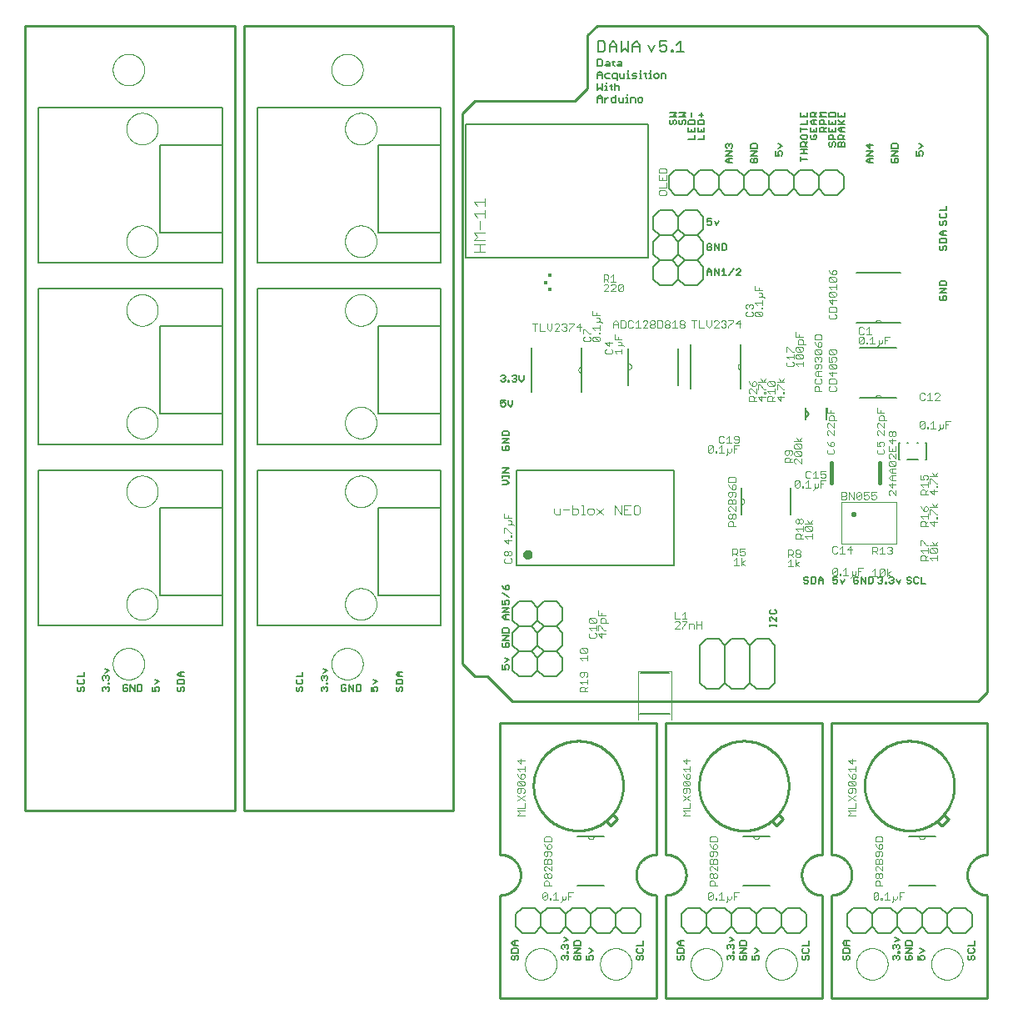
<source format=gto>
G75*
%MOIN*%
%OFA0B0*%
%FSLAX25Y25*%
%IPPOS*%
%LPD*%
%AMOC8*
5,1,8,0,0,1.08239X$1,22.5*
%
%ADD10C,0.01000*%
%ADD11C,0.00800*%
%ADD12C,0.00600*%
%ADD13C,0.00500*%
%ADD14C,0.00000*%
%ADD15C,0.00300*%
%ADD16R,0.01673X0.01280*%
%ADD17R,0.01378X0.01378*%
%ADD18C,0.01600*%
%ADD19C,0.00394*%
%ADD20C,0.01575*%
%ADD21C,0.00400*%
D10*
X0001500Y0076500D02*
X0001500Y0390250D01*
X0085250Y0390250D01*
X0085250Y0076500D01*
X0001500Y0076500D01*
X0089000Y0076500D02*
X0089000Y0390250D01*
X0172750Y0390250D01*
X0172750Y0076500D01*
X0089000Y0076500D01*
X0176500Y0135250D02*
X0181500Y0130250D01*
X0186500Y0130250D01*
X0196500Y0120250D01*
X0382750Y0120250D01*
X0386500Y0124000D01*
X0386500Y0386500D01*
X0382750Y0390250D01*
X0230250Y0390250D01*
X0226500Y0386500D01*
X0226500Y0365250D01*
X0221500Y0360250D01*
X0181500Y0360250D01*
X0176500Y0355250D01*
X0176500Y0135250D01*
X0191500Y0111500D02*
X0191500Y0059000D01*
X0191698Y0058998D01*
X0191896Y0058990D01*
X0192093Y0058978D01*
X0192290Y0058961D01*
X0192487Y0058940D01*
X0192683Y0058913D01*
X0192878Y0058882D01*
X0193073Y0058846D01*
X0193267Y0058806D01*
X0193459Y0058760D01*
X0193651Y0058710D01*
X0193841Y0058656D01*
X0194030Y0058596D01*
X0194217Y0058532D01*
X0194403Y0058464D01*
X0194586Y0058391D01*
X0194769Y0058314D01*
X0194949Y0058232D01*
X0195127Y0058146D01*
X0195303Y0058055D01*
X0195477Y0057960D01*
X0195648Y0057861D01*
X0195817Y0057758D01*
X0195983Y0057651D01*
X0196147Y0057540D01*
X0196308Y0057425D01*
X0196466Y0057306D01*
X0196621Y0057183D01*
X0196773Y0057057D01*
X0196922Y0056926D01*
X0197068Y0056792D01*
X0197210Y0056655D01*
X0197349Y0056514D01*
X0197485Y0056370D01*
X0197617Y0056223D01*
X0197745Y0056072D01*
X0197870Y0055919D01*
X0197991Y0055762D01*
X0198108Y0055603D01*
X0198221Y0055440D01*
X0198330Y0055275D01*
X0198435Y0055108D01*
X0198536Y0054938D01*
X0198633Y0054765D01*
X0198726Y0054590D01*
X0198814Y0054413D01*
X0198898Y0054234D01*
X0198978Y0054053D01*
X0199053Y0053870D01*
X0199124Y0053685D01*
X0199190Y0053498D01*
X0199251Y0053310D01*
X0199308Y0053121D01*
X0199361Y0052930D01*
X0199409Y0052738D01*
X0199452Y0052545D01*
X0199490Y0052351D01*
X0199523Y0052156D01*
X0199552Y0051960D01*
X0199576Y0051764D01*
X0199596Y0051567D01*
X0199610Y0051369D01*
X0199620Y0051172D01*
X0199624Y0050974D01*
X0199624Y0050776D01*
X0199620Y0050578D01*
X0199610Y0050381D01*
X0199596Y0050183D01*
X0199576Y0049986D01*
X0199552Y0049790D01*
X0199523Y0049594D01*
X0199490Y0049399D01*
X0199452Y0049205D01*
X0199409Y0049012D01*
X0199361Y0048820D01*
X0199308Y0048629D01*
X0199251Y0048440D01*
X0199190Y0048252D01*
X0199124Y0048065D01*
X0199053Y0047880D01*
X0198978Y0047697D01*
X0198898Y0047516D01*
X0198814Y0047337D01*
X0198726Y0047160D01*
X0198633Y0046985D01*
X0198536Y0046813D01*
X0198435Y0046642D01*
X0198330Y0046475D01*
X0198221Y0046310D01*
X0198108Y0046147D01*
X0197991Y0045988D01*
X0197870Y0045831D01*
X0197745Y0045678D01*
X0197617Y0045527D01*
X0197485Y0045380D01*
X0197349Y0045236D01*
X0197210Y0045095D01*
X0197068Y0044958D01*
X0196922Y0044824D01*
X0196773Y0044693D01*
X0196621Y0044567D01*
X0196466Y0044444D01*
X0196308Y0044325D01*
X0196147Y0044210D01*
X0195983Y0044099D01*
X0195817Y0043992D01*
X0195648Y0043889D01*
X0195477Y0043790D01*
X0195303Y0043695D01*
X0195127Y0043604D01*
X0194949Y0043518D01*
X0194769Y0043436D01*
X0194586Y0043359D01*
X0194403Y0043286D01*
X0194217Y0043218D01*
X0194030Y0043154D01*
X0193841Y0043094D01*
X0193651Y0043040D01*
X0193459Y0042990D01*
X0193267Y0042944D01*
X0193073Y0042904D01*
X0192878Y0042868D01*
X0192683Y0042837D01*
X0192487Y0042810D01*
X0192290Y0042789D01*
X0192093Y0042772D01*
X0191896Y0042760D01*
X0191698Y0042752D01*
X0191500Y0042750D01*
X0191500Y0001500D01*
X0254000Y0001500D01*
X0254000Y0042750D01*
X0257750Y0042750D02*
X0257750Y0001500D01*
X0320250Y0001500D01*
X0320250Y0042750D01*
X0324000Y0042750D02*
X0324000Y0001500D01*
X0386500Y0001500D01*
X0386500Y0042750D01*
X0386302Y0042752D01*
X0386104Y0042760D01*
X0385907Y0042772D01*
X0385710Y0042789D01*
X0385513Y0042810D01*
X0385317Y0042837D01*
X0385122Y0042868D01*
X0384927Y0042904D01*
X0384733Y0042944D01*
X0384541Y0042990D01*
X0384349Y0043040D01*
X0384159Y0043094D01*
X0383970Y0043154D01*
X0383783Y0043218D01*
X0383597Y0043286D01*
X0383414Y0043359D01*
X0383231Y0043436D01*
X0383051Y0043518D01*
X0382873Y0043604D01*
X0382697Y0043695D01*
X0382523Y0043790D01*
X0382352Y0043889D01*
X0382183Y0043992D01*
X0382017Y0044099D01*
X0381853Y0044210D01*
X0381692Y0044325D01*
X0381534Y0044444D01*
X0381379Y0044567D01*
X0381227Y0044693D01*
X0381078Y0044824D01*
X0380932Y0044958D01*
X0380790Y0045095D01*
X0380651Y0045236D01*
X0380515Y0045380D01*
X0380383Y0045527D01*
X0380255Y0045678D01*
X0380130Y0045831D01*
X0380009Y0045988D01*
X0379892Y0046147D01*
X0379779Y0046310D01*
X0379670Y0046475D01*
X0379565Y0046642D01*
X0379464Y0046812D01*
X0379367Y0046985D01*
X0379274Y0047160D01*
X0379186Y0047337D01*
X0379102Y0047516D01*
X0379022Y0047697D01*
X0378947Y0047880D01*
X0378876Y0048065D01*
X0378810Y0048252D01*
X0378749Y0048440D01*
X0378692Y0048629D01*
X0378639Y0048820D01*
X0378591Y0049012D01*
X0378548Y0049205D01*
X0378510Y0049399D01*
X0378477Y0049594D01*
X0378448Y0049790D01*
X0378424Y0049986D01*
X0378404Y0050183D01*
X0378390Y0050381D01*
X0378380Y0050578D01*
X0378376Y0050776D01*
X0378376Y0050974D01*
X0378380Y0051172D01*
X0378390Y0051369D01*
X0378404Y0051567D01*
X0378424Y0051764D01*
X0378448Y0051960D01*
X0378477Y0052156D01*
X0378510Y0052351D01*
X0378548Y0052545D01*
X0378591Y0052738D01*
X0378639Y0052930D01*
X0378692Y0053121D01*
X0378749Y0053310D01*
X0378810Y0053498D01*
X0378876Y0053685D01*
X0378947Y0053870D01*
X0379022Y0054053D01*
X0379102Y0054234D01*
X0379186Y0054413D01*
X0379274Y0054590D01*
X0379367Y0054765D01*
X0379464Y0054937D01*
X0379565Y0055108D01*
X0379670Y0055275D01*
X0379779Y0055440D01*
X0379892Y0055603D01*
X0380009Y0055762D01*
X0380130Y0055919D01*
X0380255Y0056072D01*
X0380383Y0056223D01*
X0380515Y0056370D01*
X0380651Y0056514D01*
X0380790Y0056655D01*
X0380932Y0056792D01*
X0381078Y0056926D01*
X0381227Y0057057D01*
X0381379Y0057183D01*
X0381534Y0057306D01*
X0381692Y0057425D01*
X0381853Y0057540D01*
X0382017Y0057651D01*
X0382183Y0057758D01*
X0382352Y0057861D01*
X0382523Y0057960D01*
X0382697Y0058055D01*
X0382873Y0058146D01*
X0383051Y0058232D01*
X0383231Y0058314D01*
X0383414Y0058391D01*
X0383597Y0058464D01*
X0383783Y0058532D01*
X0383970Y0058596D01*
X0384159Y0058656D01*
X0384349Y0058710D01*
X0384541Y0058760D01*
X0384733Y0058806D01*
X0384927Y0058846D01*
X0385122Y0058882D01*
X0385317Y0058913D01*
X0385513Y0058940D01*
X0385710Y0058961D01*
X0385907Y0058978D01*
X0386104Y0058990D01*
X0386302Y0058998D01*
X0386500Y0059000D01*
X0386500Y0111500D01*
X0324000Y0111500D01*
X0324000Y0059000D01*
X0320250Y0059000D02*
X0320250Y0111500D01*
X0257750Y0111500D01*
X0257750Y0059000D01*
X0254000Y0059000D02*
X0254000Y0111500D01*
X0191500Y0111500D01*
X0204820Y0086500D02*
X0204825Y0086940D01*
X0204842Y0087380D01*
X0204869Y0087819D01*
X0204906Y0088257D01*
X0204955Y0088695D01*
X0205014Y0089131D01*
X0205084Y0089565D01*
X0205165Y0089998D01*
X0205256Y0090428D01*
X0205357Y0090857D01*
X0205469Y0091282D01*
X0205592Y0091705D01*
X0205725Y0092124D01*
X0205868Y0092540D01*
X0206021Y0092953D01*
X0206185Y0093362D01*
X0206358Y0093766D01*
X0206541Y0094166D01*
X0206734Y0094562D01*
X0206937Y0094952D01*
X0207149Y0095338D01*
X0207371Y0095718D01*
X0207602Y0096093D01*
X0207842Y0096461D01*
X0208091Y0096824D01*
X0208348Y0097181D01*
X0208615Y0097531D01*
X0208890Y0097875D01*
X0209173Y0098211D01*
X0209465Y0098541D01*
X0209764Y0098863D01*
X0210072Y0099178D01*
X0210387Y0099486D01*
X0210709Y0099785D01*
X0211039Y0100077D01*
X0211375Y0100360D01*
X0211719Y0100635D01*
X0212069Y0100902D01*
X0212426Y0101159D01*
X0212789Y0101408D01*
X0213157Y0101648D01*
X0213532Y0101879D01*
X0213912Y0102101D01*
X0214298Y0102313D01*
X0214688Y0102516D01*
X0215084Y0102709D01*
X0215484Y0102892D01*
X0215888Y0103065D01*
X0216297Y0103229D01*
X0216710Y0103382D01*
X0217126Y0103525D01*
X0217545Y0103658D01*
X0217968Y0103781D01*
X0218393Y0103893D01*
X0218822Y0103994D01*
X0219252Y0104085D01*
X0219685Y0104166D01*
X0220119Y0104236D01*
X0220555Y0104295D01*
X0220993Y0104344D01*
X0221431Y0104381D01*
X0221870Y0104408D01*
X0222310Y0104425D01*
X0222750Y0104430D01*
X0223190Y0104425D01*
X0223630Y0104408D01*
X0224069Y0104381D01*
X0224507Y0104344D01*
X0224945Y0104295D01*
X0225381Y0104236D01*
X0225815Y0104166D01*
X0226248Y0104085D01*
X0226678Y0103994D01*
X0227107Y0103893D01*
X0227532Y0103781D01*
X0227955Y0103658D01*
X0228374Y0103525D01*
X0228790Y0103382D01*
X0229203Y0103229D01*
X0229612Y0103065D01*
X0230016Y0102892D01*
X0230416Y0102709D01*
X0230812Y0102516D01*
X0231202Y0102313D01*
X0231588Y0102101D01*
X0231968Y0101879D01*
X0232343Y0101648D01*
X0232711Y0101408D01*
X0233074Y0101159D01*
X0233431Y0100902D01*
X0233781Y0100635D01*
X0234125Y0100360D01*
X0234461Y0100077D01*
X0234791Y0099785D01*
X0235113Y0099486D01*
X0235428Y0099178D01*
X0235736Y0098863D01*
X0236035Y0098541D01*
X0236327Y0098211D01*
X0236610Y0097875D01*
X0236885Y0097531D01*
X0237152Y0097181D01*
X0237409Y0096824D01*
X0237658Y0096461D01*
X0237898Y0096093D01*
X0238129Y0095718D01*
X0238351Y0095338D01*
X0238563Y0094952D01*
X0238766Y0094562D01*
X0238959Y0094166D01*
X0239142Y0093766D01*
X0239315Y0093362D01*
X0239479Y0092953D01*
X0239632Y0092540D01*
X0239775Y0092124D01*
X0239908Y0091705D01*
X0240031Y0091282D01*
X0240143Y0090857D01*
X0240244Y0090428D01*
X0240335Y0089998D01*
X0240416Y0089565D01*
X0240486Y0089131D01*
X0240545Y0088695D01*
X0240594Y0088257D01*
X0240631Y0087819D01*
X0240658Y0087380D01*
X0240675Y0086940D01*
X0240680Y0086500D01*
X0240675Y0086060D01*
X0240658Y0085620D01*
X0240631Y0085181D01*
X0240594Y0084743D01*
X0240545Y0084305D01*
X0240486Y0083869D01*
X0240416Y0083435D01*
X0240335Y0083002D01*
X0240244Y0082572D01*
X0240143Y0082143D01*
X0240031Y0081718D01*
X0239908Y0081295D01*
X0239775Y0080876D01*
X0239632Y0080460D01*
X0239479Y0080047D01*
X0239315Y0079638D01*
X0239142Y0079234D01*
X0238959Y0078834D01*
X0238766Y0078438D01*
X0238563Y0078048D01*
X0238351Y0077662D01*
X0238129Y0077282D01*
X0237898Y0076907D01*
X0237658Y0076539D01*
X0237409Y0076176D01*
X0237152Y0075819D01*
X0236885Y0075469D01*
X0236610Y0075125D01*
X0236327Y0074789D01*
X0236035Y0074459D01*
X0235736Y0074137D01*
X0235428Y0073822D01*
X0235113Y0073514D01*
X0234791Y0073215D01*
X0234461Y0072923D01*
X0234125Y0072640D01*
X0233781Y0072365D01*
X0233431Y0072098D01*
X0233074Y0071841D01*
X0232711Y0071592D01*
X0232343Y0071352D01*
X0231968Y0071121D01*
X0231588Y0070899D01*
X0231202Y0070687D01*
X0230812Y0070484D01*
X0230416Y0070291D01*
X0230016Y0070108D01*
X0229612Y0069935D01*
X0229203Y0069771D01*
X0228790Y0069618D01*
X0228374Y0069475D01*
X0227955Y0069342D01*
X0227532Y0069219D01*
X0227107Y0069107D01*
X0226678Y0069006D01*
X0226248Y0068915D01*
X0225815Y0068834D01*
X0225381Y0068764D01*
X0224945Y0068705D01*
X0224507Y0068656D01*
X0224069Y0068619D01*
X0223630Y0068592D01*
X0223190Y0068575D01*
X0222750Y0068570D01*
X0222310Y0068575D01*
X0221870Y0068592D01*
X0221431Y0068619D01*
X0220993Y0068656D01*
X0220555Y0068705D01*
X0220119Y0068764D01*
X0219685Y0068834D01*
X0219252Y0068915D01*
X0218822Y0069006D01*
X0218393Y0069107D01*
X0217968Y0069219D01*
X0217545Y0069342D01*
X0217126Y0069475D01*
X0216710Y0069618D01*
X0216297Y0069771D01*
X0215888Y0069935D01*
X0215484Y0070108D01*
X0215084Y0070291D01*
X0214688Y0070484D01*
X0214298Y0070687D01*
X0213912Y0070899D01*
X0213532Y0071121D01*
X0213157Y0071352D01*
X0212789Y0071592D01*
X0212426Y0071841D01*
X0212069Y0072098D01*
X0211719Y0072365D01*
X0211375Y0072640D01*
X0211039Y0072923D01*
X0210709Y0073215D01*
X0210387Y0073514D01*
X0210072Y0073822D01*
X0209764Y0074137D01*
X0209465Y0074459D01*
X0209173Y0074789D01*
X0208890Y0075125D01*
X0208615Y0075469D01*
X0208348Y0075819D01*
X0208091Y0076176D01*
X0207842Y0076539D01*
X0207602Y0076907D01*
X0207371Y0077282D01*
X0207149Y0077662D01*
X0206937Y0078048D01*
X0206734Y0078438D01*
X0206541Y0078834D01*
X0206358Y0079234D01*
X0206185Y0079638D01*
X0206021Y0080047D01*
X0205868Y0080460D01*
X0205725Y0080876D01*
X0205592Y0081295D01*
X0205469Y0081718D01*
X0205357Y0082143D01*
X0205256Y0082572D01*
X0205165Y0083002D01*
X0205084Y0083435D01*
X0205014Y0083869D01*
X0204955Y0084305D01*
X0204906Y0084743D01*
X0204869Y0085181D01*
X0204842Y0085620D01*
X0204825Y0086060D01*
X0204820Y0086500D01*
X0233966Y0072385D02*
X0235637Y0070714D01*
X0235776Y0070575D02*
X0238420Y0073220D01*
X0238281Y0073359D02*
X0236611Y0075029D01*
X0254000Y0059000D02*
X0253802Y0058998D01*
X0253604Y0058990D01*
X0253407Y0058978D01*
X0253210Y0058961D01*
X0253013Y0058940D01*
X0252817Y0058913D01*
X0252622Y0058882D01*
X0252427Y0058846D01*
X0252233Y0058806D01*
X0252041Y0058760D01*
X0251849Y0058710D01*
X0251659Y0058656D01*
X0251470Y0058596D01*
X0251283Y0058532D01*
X0251097Y0058464D01*
X0250914Y0058391D01*
X0250731Y0058314D01*
X0250551Y0058232D01*
X0250373Y0058146D01*
X0250197Y0058055D01*
X0250023Y0057960D01*
X0249852Y0057861D01*
X0249683Y0057758D01*
X0249517Y0057651D01*
X0249353Y0057540D01*
X0249192Y0057425D01*
X0249034Y0057306D01*
X0248879Y0057183D01*
X0248727Y0057057D01*
X0248578Y0056926D01*
X0248432Y0056792D01*
X0248290Y0056655D01*
X0248151Y0056514D01*
X0248015Y0056370D01*
X0247883Y0056223D01*
X0247755Y0056072D01*
X0247630Y0055919D01*
X0247509Y0055762D01*
X0247392Y0055603D01*
X0247279Y0055440D01*
X0247170Y0055275D01*
X0247065Y0055108D01*
X0246964Y0054937D01*
X0246867Y0054765D01*
X0246774Y0054590D01*
X0246686Y0054413D01*
X0246602Y0054234D01*
X0246522Y0054053D01*
X0246447Y0053870D01*
X0246376Y0053685D01*
X0246310Y0053498D01*
X0246249Y0053310D01*
X0246192Y0053121D01*
X0246139Y0052930D01*
X0246091Y0052738D01*
X0246048Y0052545D01*
X0246010Y0052351D01*
X0245977Y0052156D01*
X0245948Y0051960D01*
X0245924Y0051764D01*
X0245904Y0051567D01*
X0245890Y0051369D01*
X0245880Y0051172D01*
X0245876Y0050974D01*
X0245876Y0050776D01*
X0245880Y0050578D01*
X0245890Y0050381D01*
X0245904Y0050183D01*
X0245924Y0049986D01*
X0245948Y0049790D01*
X0245977Y0049594D01*
X0246010Y0049399D01*
X0246048Y0049205D01*
X0246091Y0049012D01*
X0246139Y0048820D01*
X0246192Y0048629D01*
X0246249Y0048440D01*
X0246310Y0048252D01*
X0246376Y0048065D01*
X0246447Y0047880D01*
X0246522Y0047697D01*
X0246602Y0047516D01*
X0246686Y0047337D01*
X0246774Y0047160D01*
X0246867Y0046985D01*
X0246964Y0046812D01*
X0247065Y0046642D01*
X0247170Y0046475D01*
X0247279Y0046310D01*
X0247392Y0046147D01*
X0247509Y0045988D01*
X0247630Y0045831D01*
X0247755Y0045678D01*
X0247883Y0045527D01*
X0248015Y0045380D01*
X0248151Y0045236D01*
X0248290Y0045095D01*
X0248432Y0044958D01*
X0248578Y0044824D01*
X0248727Y0044693D01*
X0248879Y0044567D01*
X0249034Y0044444D01*
X0249192Y0044325D01*
X0249353Y0044210D01*
X0249517Y0044099D01*
X0249683Y0043992D01*
X0249852Y0043889D01*
X0250023Y0043790D01*
X0250197Y0043695D01*
X0250373Y0043604D01*
X0250551Y0043518D01*
X0250731Y0043436D01*
X0250914Y0043359D01*
X0251097Y0043286D01*
X0251283Y0043218D01*
X0251470Y0043154D01*
X0251659Y0043094D01*
X0251849Y0043040D01*
X0252041Y0042990D01*
X0252233Y0042944D01*
X0252427Y0042904D01*
X0252622Y0042868D01*
X0252817Y0042837D01*
X0253013Y0042810D01*
X0253210Y0042789D01*
X0253407Y0042772D01*
X0253604Y0042760D01*
X0253802Y0042752D01*
X0254000Y0042750D01*
X0257750Y0042750D02*
X0257948Y0042752D01*
X0258146Y0042760D01*
X0258343Y0042772D01*
X0258540Y0042789D01*
X0258737Y0042810D01*
X0258933Y0042837D01*
X0259128Y0042868D01*
X0259323Y0042904D01*
X0259517Y0042944D01*
X0259709Y0042990D01*
X0259901Y0043040D01*
X0260091Y0043094D01*
X0260280Y0043154D01*
X0260467Y0043218D01*
X0260653Y0043286D01*
X0260836Y0043359D01*
X0261019Y0043436D01*
X0261199Y0043518D01*
X0261377Y0043604D01*
X0261553Y0043695D01*
X0261727Y0043790D01*
X0261898Y0043889D01*
X0262067Y0043992D01*
X0262233Y0044099D01*
X0262397Y0044210D01*
X0262558Y0044325D01*
X0262716Y0044444D01*
X0262871Y0044567D01*
X0263023Y0044693D01*
X0263172Y0044824D01*
X0263318Y0044958D01*
X0263460Y0045095D01*
X0263599Y0045236D01*
X0263735Y0045380D01*
X0263867Y0045527D01*
X0263995Y0045678D01*
X0264120Y0045831D01*
X0264241Y0045988D01*
X0264358Y0046147D01*
X0264471Y0046310D01*
X0264580Y0046475D01*
X0264685Y0046642D01*
X0264786Y0046813D01*
X0264883Y0046985D01*
X0264976Y0047160D01*
X0265064Y0047337D01*
X0265148Y0047516D01*
X0265228Y0047697D01*
X0265303Y0047880D01*
X0265374Y0048065D01*
X0265440Y0048252D01*
X0265501Y0048440D01*
X0265558Y0048629D01*
X0265611Y0048820D01*
X0265659Y0049012D01*
X0265702Y0049205D01*
X0265740Y0049399D01*
X0265773Y0049594D01*
X0265802Y0049790D01*
X0265826Y0049986D01*
X0265846Y0050183D01*
X0265860Y0050381D01*
X0265870Y0050578D01*
X0265874Y0050776D01*
X0265874Y0050974D01*
X0265870Y0051172D01*
X0265860Y0051369D01*
X0265846Y0051567D01*
X0265826Y0051764D01*
X0265802Y0051960D01*
X0265773Y0052156D01*
X0265740Y0052351D01*
X0265702Y0052545D01*
X0265659Y0052738D01*
X0265611Y0052930D01*
X0265558Y0053121D01*
X0265501Y0053310D01*
X0265440Y0053498D01*
X0265374Y0053685D01*
X0265303Y0053870D01*
X0265228Y0054053D01*
X0265148Y0054234D01*
X0265064Y0054413D01*
X0264976Y0054590D01*
X0264883Y0054765D01*
X0264786Y0054938D01*
X0264685Y0055108D01*
X0264580Y0055275D01*
X0264471Y0055440D01*
X0264358Y0055603D01*
X0264241Y0055762D01*
X0264120Y0055919D01*
X0263995Y0056072D01*
X0263867Y0056223D01*
X0263735Y0056370D01*
X0263599Y0056514D01*
X0263460Y0056655D01*
X0263318Y0056792D01*
X0263172Y0056926D01*
X0263023Y0057057D01*
X0262871Y0057183D01*
X0262716Y0057306D01*
X0262558Y0057425D01*
X0262397Y0057540D01*
X0262233Y0057651D01*
X0262067Y0057758D01*
X0261898Y0057861D01*
X0261727Y0057960D01*
X0261553Y0058055D01*
X0261377Y0058146D01*
X0261199Y0058232D01*
X0261019Y0058314D01*
X0260836Y0058391D01*
X0260653Y0058464D01*
X0260467Y0058532D01*
X0260280Y0058596D01*
X0260091Y0058656D01*
X0259901Y0058710D01*
X0259709Y0058760D01*
X0259517Y0058806D01*
X0259323Y0058846D01*
X0259128Y0058882D01*
X0258933Y0058913D01*
X0258737Y0058940D01*
X0258540Y0058961D01*
X0258343Y0058978D01*
X0258146Y0058990D01*
X0257948Y0058998D01*
X0257750Y0059000D01*
X0271070Y0086500D02*
X0271075Y0086940D01*
X0271092Y0087380D01*
X0271119Y0087819D01*
X0271156Y0088257D01*
X0271205Y0088695D01*
X0271264Y0089131D01*
X0271334Y0089565D01*
X0271415Y0089998D01*
X0271506Y0090428D01*
X0271607Y0090857D01*
X0271719Y0091282D01*
X0271842Y0091705D01*
X0271975Y0092124D01*
X0272118Y0092540D01*
X0272271Y0092953D01*
X0272435Y0093362D01*
X0272608Y0093766D01*
X0272791Y0094166D01*
X0272984Y0094562D01*
X0273187Y0094952D01*
X0273399Y0095338D01*
X0273621Y0095718D01*
X0273852Y0096093D01*
X0274092Y0096461D01*
X0274341Y0096824D01*
X0274598Y0097181D01*
X0274865Y0097531D01*
X0275140Y0097875D01*
X0275423Y0098211D01*
X0275715Y0098541D01*
X0276014Y0098863D01*
X0276322Y0099178D01*
X0276637Y0099486D01*
X0276959Y0099785D01*
X0277289Y0100077D01*
X0277625Y0100360D01*
X0277969Y0100635D01*
X0278319Y0100902D01*
X0278676Y0101159D01*
X0279039Y0101408D01*
X0279407Y0101648D01*
X0279782Y0101879D01*
X0280162Y0102101D01*
X0280548Y0102313D01*
X0280938Y0102516D01*
X0281334Y0102709D01*
X0281734Y0102892D01*
X0282138Y0103065D01*
X0282547Y0103229D01*
X0282960Y0103382D01*
X0283376Y0103525D01*
X0283795Y0103658D01*
X0284218Y0103781D01*
X0284643Y0103893D01*
X0285072Y0103994D01*
X0285502Y0104085D01*
X0285935Y0104166D01*
X0286369Y0104236D01*
X0286805Y0104295D01*
X0287243Y0104344D01*
X0287681Y0104381D01*
X0288120Y0104408D01*
X0288560Y0104425D01*
X0289000Y0104430D01*
X0289440Y0104425D01*
X0289880Y0104408D01*
X0290319Y0104381D01*
X0290757Y0104344D01*
X0291195Y0104295D01*
X0291631Y0104236D01*
X0292065Y0104166D01*
X0292498Y0104085D01*
X0292928Y0103994D01*
X0293357Y0103893D01*
X0293782Y0103781D01*
X0294205Y0103658D01*
X0294624Y0103525D01*
X0295040Y0103382D01*
X0295453Y0103229D01*
X0295862Y0103065D01*
X0296266Y0102892D01*
X0296666Y0102709D01*
X0297062Y0102516D01*
X0297452Y0102313D01*
X0297838Y0102101D01*
X0298218Y0101879D01*
X0298593Y0101648D01*
X0298961Y0101408D01*
X0299324Y0101159D01*
X0299681Y0100902D01*
X0300031Y0100635D01*
X0300375Y0100360D01*
X0300711Y0100077D01*
X0301041Y0099785D01*
X0301363Y0099486D01*
X0301678Y0099178D01*
X0301986Y0098863D01*
X0302285Y0098541D01*
X0302577Y0098211D01*
X0302860Y0097875D01*
X0303135Y0097531D01*
X0303402Y0097181D01*
X0303659Y0096824D01*
X0303908Y0096461D01*
X0304148Y0096093D01*
X0304379Y0095718D01*
X0304601Y0095338D01*
X0304813Y0094952D01*
X0305016Y0094562D01*
X0305209Y0094166D01*
X0305392Y0093766D01*
X0305565Y0093362D01*
X0305729Y0092953D01*
X0305882Y0092540D01*
X0306025Y0092124D01*
X0306158Y0091705D01*
X0306281Y0091282D01*
X0306393Y0090857D01*
X0306494Y0090428D01*
X0306585Y0089998D01*
X0306666Y0089565D01*
X0306736Y0089131D01*
X0306795Y0088695D01*
X0306844Y0088257D01*
X0306881Y0087819D01*
X0306908Y0087380D01*
X0306925Y0086940D01*
X0306930Y0086500D01*
X0306925Y0086060D01*
X0306908Y0085620D01*
X0306881Y0085181D01*
X0306844Y0084743D01*
X0306795Y0084305D01*
X0306736Y0083869D01*
X0306666Y0083435D01*
X0306585Y0083002D01*
X0306494Y0082572D01*
X0306393Y0082143D01*
X0306281Y0081718D01*
X0306158Y0081295D01*
X0306025Y0080876D01*
X0305882Y0080460D01*
X0305729Y0080047D01*
X0305565Y0079638D01*
X0305392Y0079234D01*
X0305209Y0078834D01*
X0305016Y0078438D01*
X0304813Y0078048D01*
X0304601Y0077662D01*
X0304379Y0077282D01*
X0304148Y0076907D01*
X0303908Y0076539D01*
X0303659Y0076176D01*
X0303402Y0075819D01*
X0303135Y0075469D01*
X0302860Y0075125D01*
X0302577Y0074789D01*
X0302285Y0074459D01*
X0301986Y0074137D01*
X0301678Y0073822D01*
X0301363Y0073514D01*
X0301041Y0073215D01*
X0300711Y0072923D01*
X0300375Y0072640D01*
X0300031Y0072365D01*
X0299681Y0072098D01*
X0299324Y0071841D01*
X0298961Y0071592D01*
X0298593Y0071352D01*
X0298218Y0071121D01*
X0297838Y0070899D01*
X0297452Y0070687D01*
X0297062Y0070484D01*
X0296666Y0070291D01*
X0296266Y0070108D01*
X0295862Y0069935D01*
X0295453Y0069771D01*
X0295040Y0069618D01*
X0294624Y0069475D01*
X0294205Y0069342D01*
X0293782Y0069219D01*
X0293357Y0069107D01*
X0292928Y0069006D01*
X0292498Y0068915D01*
X0292065Y0068834D01*
X0291631Y0068764D01*
X0291195Y0068705D01*
X0290757Y0068656D01*
X0290319Y0068619D01*
X0289880Y0068592D01*
X0289440Y0068575D01*
X0289000Y0068570D01*
X0288560Y0068575D01*
X0288120Y0068592D01*
X0287681Y0068619D01*
X0287243Y0068656D01*
X0286805Y0068705D01*
X0286369Y0068764D01*
X0285935Y0068834D01*
X0285502Y0068915D01*
X0285072Y0069006D01*
X0284643Y0069107D01*
X0284218Y0069219D01*
X0283795Y0069342D01*
X0283376Y0069475D01*
X0282960Y0069618D01*
X0282547Y0069771D01*
X0282138Y0069935D01*
X0281734Y0070108D01*
X0281334Y0070291D01*
X0280938Y0070484D01*
X0280548Y0070687D01*
X0280162Y0070899D01*
X0279782Y0071121D01*
X0279407Y0071352D01*
X0279039Y0071592D01*
X0278676Y0071841D01*
X0278319Y0072098D01*
X0277969Y0072365D01*
X0277625Y0072640D01*
X0277289Y0072923D01*
X0276959Y0073215D01*
X0276637Y0073514D01*
X0276322Y0073822D01*
X0276014Y0074137D01*
X0275715Y0074459D01*
X0275423Y0074789D01*
X0275140Y0075125D01*
X0274865Y0075469D01*
X0274598Y0075819D01*
X0274341Y0076176D01*
X0274092Y0076539D01*
X0273852Y0076907D01*
X0273621Y0077282D01*
X0273399Y0077662D01*
X0273187Y0078048D01*
X0272984Y0078438D01*
X0272791Y0078834D01*
X0272608Y0079234D01*
X0272435Y0079638D01*
X0272271Y0080047D01*
X0272118Y0080460D01*
X0271975Y0080876D01*
X0271842Y0081295D01*
X0271719Y0081718D01*
X0271607Y0082143D01*
X0271506Y0082572D01*
X0271415Y0083002D01*
X0271334Y0083435D01*
X0271264Y0083869D01*
X0271205Y0084305D01*
X0271156Y0084743D01*
X0271119Y0085181D01*
X0271092Y0085620D01*
X0271075Y0086060D01*
X0271070Y0086500D01*
X0300216Y0072385D02*
X0301887Y0070714D01*
X0302026Y0070575D02*
X0304670Y0073220D01*
X0304531Y0073359D02*
X0302861Y0075029D01*
X0320250Y0059000D02*
X0320052Y0058998D01*
X0319854Y0058990D01*
X0319657Y0058978D01*
X0319460Y0058961D01*
X0319263Y0058940D01*
X0319067Y0058913D01*
X0318872Y0058882D01*
X0318677Y0058846D01*
X0318483Y0058806D01*
X0318291Y0058760D01*
X0318099Y0058710D01*
X0317909Y0058656D01*
X0317720Y0058596D01*
X0317533Y0058532D01*
X0317347Y0058464D01*
X0317164Y0058391D01*
X0316981Y0058314D01*
X0316801Y0058232D01*
X0316623Y0058146D01*
X0316447Y0058055D01*
X0316273Y0057960D01*
X0316102Y0057861D01*
X0315933Y0057758D01*
X0315767Y0057651D01*
X0315603Y0057540D01*
X0315442Y0057425D01*
X0315284Y0057306D01*
X0315129Y0057183D01*
X0314977Y0057057D01*
X0314828Y0056926D01*
X0314682Y0056792D01*
X0314540Y0056655D01*
X0314401Y0056514D01*
X0314265Y0056370D01*
X0314133Y0056223D01*
X0314005Y0056072D01*
X0313880Y0055919D01*
X0313759Y0055762D01*
X0313642Y0055603D01*
X0313529Y0055440D01*
X0313420Y0055275D01*
X0313315Y0055108D01*
X0313214Y0054937D01*
X0313117Y0054765D01*
X0313024Y0054590D01*
X0312936Y0054413D01*
X0312852Y0054234D01*
X0312772Y0054053D01*
X0312697Y0053870D01*
X0312626Y0053685D01*
X0312560Y0053498D01*
X0312499Y0053310D01*
X0312442Y0053121D01*
X0312389Y0052930D01*
X0312341Y0052738D01*
X0312298Y0052545D01*
X0312260Y0052351D01*
X0312227Y0052156D01*
X0312198Y0051960D01*
X0312174Y0051764D01*
X0312154Y0051567D01*
X0312140Y0051369D01*
X0312130Y0051172D01*
X0312126Y0050974D01*
X0312126Y0050776D01*
X0312130Y0050578D01*
X0312140Y0050381D01*
X0312154Y0050183D01*
X0312174Y0049986D01*
X0312198Y0049790D01*
X0312227Y0049594D01*
X0312260Y0049399D01*
X0312298Y0049205D01*
X0312341Y0049012D01*
X0312389Y0048820D01*
X0312442Y0048629D01*
X0312499Y0048440D01*
X0312560Y0048252D01*
X0312626Y0048065D01*
X0312697Y0047880D01*
X0312772Y0047697D01*
X0312852Y0047516D01*
X0312936Y0047337D01*
X0313024Y0047160D01*
X0313117Y0046985D01*
X0313214Y0046812D01*
X0313315Y0046642D01*
X0313420Y0046475D01*
X0313529Y0046310D01*
X0313642Y0046147D01*
X0313759Y0045988D01*
X0313880Y0045831D01*
X0314005Y0045678D01*
X0314133Y0045527D01*
X0314265Y0045380D01*
X0314401Y0045236D01*
X0314540Y0045095D01*
X0314682Y0044958D01*
X0314828Y0044824D01*
X0314977Y0044693D01*
X0315129Y0044567D01*
X0315284Y0044444D01*
X0315442Y0044325D01*
X0315603Y0044210D01*
X0315767Y0044099D01*
X0315933Y0043992D01*
X0316102Y0043889D01*
X0316273Y0043790D01*
X0316447Y0043695D01*
X0316623Y0043604D01*
X0316801Y0043518D01*
X0316981Y0043436D01*
X0317164Y0043359D01*
X0317347Y0043286D01*
X0317533Y0043218D01*
X0317720Y0043154D01*
X0317909Y0043094D01*
X0318099Y0043040D01*
X0318291Y0042990D01*
X0318483Y0042944D01*
X0318677Y0042904D01*
X0318872Y0042868D01*
X0319067Y0042837D01*
X0319263Y0042810D01*
X0319460Y0042789D01*
X0319657Y0042772D01*
X0319854Y0042760D01*
X0320052Y0042752D01*
X0320250Y0042750D01*
X0324000Y0042750D02*
X0324198Y0042752D01*
X0324396Y0042760D01*
X0324593Y0042772D01*
X0324790Y0042789D01*
X0324987Y0042810D01*
X0325183Y0042837D01*
X0325378Y0042868D01*
X0325573Y0042904D01*
X0325767Y0042944D01*
X0325959Y0042990D01*
X0326151Y0043040D01*
X0326341Y0043094D01*
X0326530Y0043154D01*
X0326717Y0043218D01*
X0326903Y0043286D01*
X0327086Y0043359D01*
X0327269Y0043436D01*
X0327449Y0043518D01*
X0327627Y0043604D01*
X0327803Y0043695D01*
X0327977Y0043790D01*
X0328148Y0043889D01*
X0328317Y0043992D01*
X0328483Y0044099D01*
X0328647Y0044210D01*
X0328808Y0044325D01*
X0328966Y0044444D01*
X0329121Y0044567D01*
X0329273Y0044693D01*
X0329422Y0044824D01*
X0329568Y0044958D01*
X0329710Y0045095D01*
X0329849Y0045236D01*
X0329985Y0045380D01*
X0330117Y0045527D01*
X0330245Y0045678D01*
X0330370Y0045831D01*
X0330491Y0045988D01*
X0330608Y0046147D01*
X0330721Y0046310D01*
X0330830Y0046475D01*
X0330935Y0046642D01*
X0331036Y0046813D01*
X0331133Y0046985D01*
X0331226Y0047160D01*
X0331314Y0047337D01*
X0331398Y0047516D01*
X0331478Y0047697D01*
X0331553Y0047880D01*
X0331624Y0048065D01*
X0331690Y0048252D01*
X0331751Y0048440D01*
X0331808Y0048629D01*
X0331861Y0048820D01*
X0331909Y0049012D01*
X0331952Y0049205D01*
X0331990Y0049399D01*
X0332023Y0049594D01*
X0332052Y0049790D01*
X0332076Y0049986D01*
X0332096Y0050183D01*
X0332110Y0050381D01*
X0332120Y0050578D01*
X0332124Y0050776D01*
X0332124Y0050974D01*
X0332120Y0051172D01*
X0332110Y0051369D01*
X0332096Y0051567D01*
X0332076Y0051764D01*
X0332052Y0051960D01*
X0332023Y0052156D01*
X0331990Y0052351D01*
X0331952Y0052545D01*
X0331909Y0052738D01*
X0331861Y0052930D01*
X0331808Y0053121D01*
X0331751Y0053310D01*
X0331690Y0053498D01*
X0331624Y0053685D01*
X0331553Y0053870D01*
X0331478Y0054053D01*
X0331398Y0054234D01*
X0331314Y0054413D01*
X0331226Y0054590D01*
X0331133Y0054765D01*
X0331036Y0054938D01*
X0330935Y0055108D01*
X0330830Y0055275D01*
X0330721Y0055440D01*
X0330608Y0055603D01*
X0330491Y0055762D01*
X0330370Y0055919D01*
X0330245Y0056072D01*
X0330117Y0056223D01*
X0329985Y0056370D01*
X0329849Y0056514D01*
X0329710Y0056655D01*
X0329568Y0056792D01*
X0329422Y0056926D01*
X0329273Y0057057D01*
X0329121Y0057183D01*
X0328966Y0057306D01*
X0328808Y0057425D01*
X0328647Y0057540D01*
X0328483Y0057651D01*
X0328317Y0057758D01*
X0328148Y0057861D01*
X0327977Y0057960D01*
X0327803Y0058055D01*
X0327627Y0058146D01*
X0327449Y0058232D01*
X0327269Y0058314D01*
X0327086Y0058391D01*
X0326903Y0058464D01*
X0326717Y0058532D01*
X0326530Y0058596D01*
X0326341Y0058656D01*
X0326151Y0058710D01*
X0325959Y0058760D01*
X0325767Y0058806D01*
X0325573Y0058846D01*
X0325378Y0058882D01*
X0325183Y0058913D01*
X0324987Y0058940D01*
X0324790Y0058961D01*
X0324593Y0058978D01*
X0324396Y0058990D01*
X0324198Y0058998D01*
X0324000Y0059000D01*
X0337320Y0086500D02*
X0337325Y0086940D01*
X0337342Y0087380D01*
X0337369Y0087819D01*
X0337406Y0088257D01*
X0337455Y0088695D01*
X0337514Y0089131D01*
X0337584Y0089565D01*
X0337665Y0089998D01*
X0337756Y0090428D01*
X0337857Y0090857D01*
X0337969Y0091282D01*
X0338092Y0091705D01*
X0338225Y0092124D01*
X0338368Y0092540D01*
X0338521Y0092953D01*
X0338685Y0093362D01*
X0338858Y0093766D01*
X0339041Y0094166D01*
X0339234Y0094562D01*
X0339437Y0094952D01*
X0339649Y0095338D01*
X0339871Y0095718D01*
X0340102Y0096093D01*
X0340342Y0096461D01*
X0340591Y0096824D01*
X0340848Y0097181D01*
X0341115Y0097531D01*
X0341390Y0097875D01*
X0341673Y0098211D01*
X0341965Y0098541D01*
X0342264Y0098863D01*
X0342572Y0099178D01*
X0342887Y0099486D01*
X0343209Y0099785D01*
X0343539Y0100077D01*
X0343875Y0100360D01*
X0344219Y0100635D01*
X0344569Y0100902D01*
X0344926Y0101159D01*
X0345289Y0101408D01*
X0345657Y0101648D01*
X0346032Y0101879D01*
X0346412Y0102101D01*
X0346798Y0102313D01*
X0347188Y0102516D01*
X0347584Y0102709D01*
X0347984Y0102892D01*
X0348388Y0103065D01*
X0348797Y0103229D01*
X0349210Y0103382D01*
X0349626Y0103525D01*
X0350045Y0103658D01*
X0350468Y0103781D01*
X0350893Y0103893D01*
X0351322Y0103994D01*
X0351752Y0104085D01*
X0352185Y0104166D01*
X0352619Y0104236D01*
X0353055Y0104295D01*
X0353493Y0104344D01*
X0353931Y0104381D01*
X0354370Y0104408D01*
X0354810Y0104425D01*
X0355250Y0104430D01*
X0355690Y0104425D01*
X0356130Y0104408D01*
X0356569Y0104381D01*
X0357007Y0104344D01*
X0357445Y0104295D01*
X0357881Y0104236D01*
X0358315Y0104166D01*
X0358748Y0104085D01*
X0359178Y0103994D01*
X0359607Y0103893D01*
X0360032Y0103781D01*
X0360455Y0103658D01*
X0360874Y0103525D01*
X0361290Y0103382D01*
X0361703Y0103229D01*
X0362112Y0103065D01*
X0362516Y0102892D01*
X0362916Y0102709D01*
X0363312Y0102516D01*
X0363702Y0102313D01*
X0364088Y0102101D01*
X0364468Y0101879D01*
X0364843Y0101648D01*
X0365211Y0101408D01*
X0365574Y0101159D01*
X0365931Y0100902D01*
X0366281Y0100635D01*
X0366625Y0100360D01*
X0366961Y0100077D01*
X0367291Y0099785D01*
X0367613Y0099486D01*
X0367928Y0099178D01*
X0368236Y0098863D01*
X0368535Y0098541D01*
X0368827Y0098211D01*
X0369110Y0097875D01*
X0369385Y0097531D01*
X0369652Y0097181D01*
X0369909Y0096824D01*
X0370158Y0096461D01*
X0370398Y0096093D01*
X0370629Y0095718D01*
X0370851Y0095338D01*
X0371063Y0094952D01*
X0371266Y0094562D01*
X0371459Y0094166D01*
X0371642Y0093766D01*
X0371815Y0093362D01*
X0371979Y0092953D01*
X0372132Y0092540D01*
X0372275Y0092124D01*
X0372408Y0091705D01*
X0372531Y0091282D01*
X0372643Y0090857D01*
X0372744Y0090428D01*
X0372835Y0089998D01*
X0372916Y0089565D01*
X0372986Y0089131D01*
X0373045Y0088695D01*
X0373094Y0088257D01*
X0373131Y0087819D01*
X0373158Y0087380D01*
X0373175Y0086940D01*
X0373180Y0086500D01*
X0373175Y0086060D01*
X0373158Y0085620D01*
X0373131Y0085181D01*
X0373094Y0084743D01*
X0373045Y0084305D01*
X0372986Y0083869D01*
X0372916Y0083435D01*
X0372835Y0083002D01*
X0372744Y0082572D01*
X0372643Y0082143D01*
X0372531Y0081718D01*
X0372408Y0081295D01*
X0372275Y0080876D01*
X0372132Y0080460D01*
X0371979Y0080047D01*
X0371815Y0079638D01*
X0371642Y0079234D01*
X0371459Y0078834D01*
X0371266Y0078438D01*
X0371063Y0078048D01*
X0370851Y0077662D01*
X0370629Y0077282D01*
X0370398Y0076907D01*
X0370158Y0076539D01*
X0369909Y0076176D01*
X0369652Y0075819D01*
X0369385Y0075469D01*
X0369110Y0075125D01*
X0368827Y0074789D01*
X0368535Y0074459D01*
X0368236Y0074137D01*
X0367928Y0073822D01*
X0367613Y0073514D01*
X0367291Y0073215D01*
X0366961Y0072923D01*
X0366625Y0072640D01*
X0366281Y0072365D01*
X0365931Y0072098D01*
X0365574Y0071841D01*
X0365211Y0071592D01*
X0364843Y0071352D01*
X0364468Y0071121D01*
X0364088Y0070899D01*
X0363702Y0070687D01*
X0363312Y0070484D01*
X0362916Y0070291D01*
X0362516Y0070108D01*
X0362112Y0069935D01*
X0361703Y0069771D01*
X0361290Y0069618D01*
X0360874Y0069475D01*
X0360455Y0069342D01*
X0360032Y0069219D01*
X0359607Y0069107D01*
X0359178Y0069006D01*
X0358748Y0068915D01*
X0358315Y0068834D01*
X0357881Y0068764D01*
X0357445Y0068705D01*
X0357007Y0068656D01*
X0356569Y0068619D01*
X0356130Y0068592D01*
X0355690Y0068575D01*
X0355250Y0068570D01*
X0354810Y0068575D01*
X0354370Y0068592D01*
X0353931Y0068619D01*
X0353493Y0068656D01*
X0353055Y0068705D01*
X0352619Y0068764D01*
X0352185Y0068834D01*
X0351752Y0068915D01*
X0351322Y0069006D01*
X0350893Y0069107D01*
X0350468Y0069219D01*
X0350045Y0069342D01*
X0349626Y0069475D01*
X0349210Y0069618D01*
X0348797Y0069771D01*
X0348388Y0069935D01*
X0347984Y0070108D01*
X0347584Y0070291D01*
X0347188Y0070484D01*
X0346798Y0070687D01*
X0346412Y0070899D01*
X0346032Y0071121D01*
X0345657Y0071352D01*
X0345289Y0071592D01*
X0344926Y0071841D01*
X0344569Y0072098D01*
X0344219Y0072365D01*
X0343875Y0072640D01*
X0343539Y0072923D01*
X0343209Y0073215D01*
X0342887Y0073514D01*
X0342572Y0073822D01*
X0342264Y0074137D01*
X0341965Y0074459D01*
X0341673Y0074789D01*
X0341390Y0075125D01*
X0341115Y0075469D01*
X0340848Y0075819D01*
X0340591Y0076176D01*
X0340342Y0076539D01*
X0340102Y0076907D01*
X0339871Y0077282D01*
X0339649Y0077662D01*
X0339437Y0078048D01*
X0339234Y0078438D01*
X0339041Y0078834D01*
X0338858Y0079234D01*
X0338685Y0079638D01*
X0338521Y0080047D01*
X0338368Y0080460D01*
X0338225Y0080876D01*
X0338092Y0081295D01*
X0337969Y0081718D01*
X0337857Y0082143D01*
X0337756Y0082572D01*
X0337665Y0083002D01*
X0337584Y0083435D01*
X0337514Y0083869D01*
X0337455Y0084305D01*
X0337406Y0084743D01*
X0337369Y0085181D01*
X0337342Y0085620D01*
X0337325Y0086060D01*
X0337320Y0086500D01*
X0366466Y0072385D02*
X0368137Y0070714D01*
X0368276Y0070575D02*
X0370920Y0073220D01*
X0370781Y0073359D02*
X0369111Y0075029D01*
D11*
X0259340Y0115152D02*
X0247410Y0115152D01*
X0247666Y0131638D02*
X0259084Y0131638D01*
X0259858Y0379900D02*
X0260558Y0379900D01*
X0260558Y0380601D01*
X0259858Y0380601D01*
X0259858Y0379900D01*
X0258056Y0380601D02*
X0257356Y0379900D01*
X0255955Y0379900D01*
X0255254Y0380601D01*
X0255254Y0382002D02*
X0256655Y0382702D01*
X0257356Y0382702D01*
X0258056Y0382002D01*
X0258056Y0380601D01*
X0255254Y0382002D02*
X0255254Y0384104D01*
X0258056Y0384104D01*
X0262160Y0382702D02*
X0263561Y0384104D01*
X0263561Y0379900D01*
X0262160Y0379900D02*
X0264962Y0379900D01*
X0253452Y0382702D02*
X0252051Y0379900D01*
X0250650Y0382702D01*
X0247264Y0382702D02*
X0247264Y0379900D01*
X0247264Y0382002D02*
X0244462Y0382002D01*
X0244462Y0382702D02*
X0245863Y0384104D01*
X0247264Y0382702D01*
X0244462Y0382702D02*
X0244462Y0379900D01*
X0242660Y0379900D02*
X0241259Y0381301D01*
X0239858Y0379900D01*
X0239858Y0384104D01*
X0238056Y0382702D02*
X0238056Y0379900D01*
X0238056Y0382002D02*
X0235254Y0382002D01*
X0235254Y0382702D02*
X0236655Y0384104D01*
X0238056Y0382702D01*
X0235254Y0382702D02*
X0235254Y0379900D01*
X0233452Y0380601D02*
X0233452Y0383403D01*
X0232752Y0384104D01*
X0230650Y0384104D01*
X0230650Y0379900D01*
X0232752Y0379900D01*
X0233452Y0380601D01*
X0242660Y0379900D02*
X0242660Y0384104D01*
D12*
X0259298Y0355588D02*
X0261900Y0355588D01*
X0261033Y0354721D01*
X0261900Y0353853D01*
X0259298Y0353853D01*
X0259731Y0352642D02*
X0259298Y0352208D01*
X0259298Y0351341D01*
X0259731Y0350907D01*
X0260165Y0350907D01*
X0260599Y0351341D01*
X0260599Y0352208D01*
X0261033Y0352642D01*
X0261466Y0352642D01*
X0261900Y0352208D01*
X0261900Y0351341D01*
X0261466Y0350907D01*
X0263048Y0351341D02*
X0263481Y0350907D01*
X0263915Y0350907D01*
X0264349Y0351341D01*
X0264349Y0352208D01*
X0264783Y0352642D01*
X0265216Y0352642D01*
X0265650Y0352208D01*
X0265650Y0351341D01*
X0265216Y0350907D01*
X0266798Y0350907D02*
X0266798Y0352208D01*
X0267231Y0352642D01*
X0268966Y0352642D01*
X0269400Y0352208D01*
X0269400Y0350907D01*
X0266798Y0350907D01*
X0266798Y0349695D02*
X0266798Y0347960D01*
X0269400Y0347960D01*
X0269400Y0349695D01*
X0270548Y0349695D02*
X0270548Y0347960D01*
X0273150Y0347960D01*
X0273150Y0349695D01*
X0273150Y0350907D02*
X0273150Y0352208D01*
X0272716Y0352642D01*
X0270981Y0352642D01*
X0270548Y0352208D01*
X0270548Y0350907D01*
X0273150Y0350907D01*
X0271849Y0348828D02*
X0271849Y0347960D01*
X0273150Y0346749D02*
X0273150Y0345014D01*
X0270548Y0345014D01*
X0269400Y0345014D02*
X0269400Y0346749D01*
X0269400Y0345014D02*
X0266798Y0345014D01*
X0268099Y0347960D02*
X0268099Y0348828D01*
X0268099Y0353853D02*
X0268099Y0355588D01*
X0265650Y0355588D02*
X0263048Y0355588D01*
X0263048Y0353853D02*
X0265650Y0353853D01*
X0264783Y0354721D01*
X0265650Y0355588D01*
X0263481Y0352642D02*
X0263048Y0352208D01*
X0263048Y0351341D01*
X0270981Y0354721D02*
X0272716Y0354721D01*
X0271849Y0353853D02*
X0271849Y0355588D01*
X0282231Y0343088D02*
X0282665Y0343088D01*
X0283099Y0342655D01*
X0283533Y0343088D01*
X0283966Y0343088D01*
X0284400Y0342655D01*
X0284400Y0341787D01*
X0283966Y0341353D01*
X0283099Y0342221D02*
X0283099Y0342655D01*
X0282231Y0343088D02*
X0281798Y0342655D01*
X0281798Y0341787D01*
X0282231Y0341353D01*
X0281798Y0340142D02*
X0284400Y0340142D01*
X0281798Y0338407D01*
X0284400Y0338407D01*
X0284400Y0337195D02*
X0282665Y0337195D01*
X0281798Y0336328D01*
X0282665Y0335460D01*
X0284400Y0335460D01*
X0283099Y0335460D02*
X0283099Y0337195D01*
X0281500Y0332750D02*
X0279000Y0330250D01*
X0279000Y0325250D01*
X0276500Y0322750D01*
X0271500Y0322750D01*
X0269000Y0325250D01*
X0266500Y0322750D01*
X0261500Y0322750D01*
X0259000Y0325250D01*
X0259000Y0330250D01*
X0261500Y0332750D01*
X0266500Y0332750D01*
X0269000Y0330250D01*
X0271500Y0332750D01*
X0276500Y0332750D01*
X0279000Y0330250D01*
X0281500Y0332750D02*
X0286500Y0332750D01*
X0289000Y0330250D01*
X0291500Y0332750D01*
X0296500Y0332750D01*
X0299000Y0330250D01*
X0301500Y0332750D01*
X0306500Y0332750D01*
X0309000Y0330250D01*
X0309000Y0325250D01*
X0306500Y0322750D01*
X0301500Y0322750D01*
X0299000Y0325250D01*
X0296500Y0322750D01*
X0291500Y0322750D01*
X0289000Y0325250D01*
X0286500Y0322750D01*
X0281500Y0322750D01*
X0279000Y0325250D01*
X0269000Y0325250D02*
X0269000Y0330250D01*
X0270250Y0316500D02*
X0265250Y0316500D01*
X0262750Y0314000D01*
X0262750Y0309000D01*
X0265250Y0306500D01*
X0270250Y0306500D01*
X0272750Y0309000D01*
X0272750Y0314000D01*
X0270250Y0316500D01*
X0274300Y0313152D02*
X0274300Y0311851D01*
X0275167Y0312285D01*
X0275601Y0312285D01*
X0276035Y0311851D01*
X0276035Y0310984D01*
X0275601Y0310550D01*
X0274734Y0310550D01*
X0274300Y0310984D01*
X0274300Y0313152D02*
X0276035Y0313152D01*
X0277247Y0312285D02*
X0278114Y0310550D01*
X0278981Y0312285D01*
X0278981Y0303152D02*
X0278981Y0300550D01*
X0277247Y0303152D01*
X0277247Y0300550D01*
X0276035Y0300984D02*
X0276035Y0301851D01*
X0275167Y0301851D01*
X0274300Y0302719D02*
X0274300Y0300984D01*
X0274734Y0300550D01*
X0275601Y0300550D01*
X0276035Y0300984D01*
X0276035Y0302719D02*
X0275601Y0303152D01*
X0274734Y0303152D01*
X0274300Y0302719D01*
X0272750Y0304000D02*
X0272750Y0299000D01*
X0270250Y0296500D01*
X0272750Y0294000D01*
X0272750Y0289000D01*
X0270250Y0286500D01*
X0265250Y0286500D01*
X0262750Y0289000D01*
X0262750Y0294000D01*
X0265250Y0296500D01*
X0262750Y0299000D01*
X0262750Y0304000D01*
X0265250Y0306500D01*
X0262750Y0304000D02*
X0262750Y0299000D01*
X0260250Y0296500D01*
X0262750Y0294000D01*
X0262750Y0289000D01*
X0260250Y0286500D01*
X0255250Y0286500D01*
X0252750Y0289000D01*
X0252750Y0294000D01*
X0255250Y0296500D01*
X0252750Y0299000D01*
X0252750Y0304000D01*
X0255250Y0306500D01*
X0252750Y0309000D01*
X0252750Y0314000D01*
X0255250Y0316500D01*
X0260250Y0316500D01*
X0262750Y0314000D01*
X0262750Y0309000D01*
X0260250Y0306500D01*
X0262750Y0304000D01*
X0260250Y0306500D02*
X0255250Y0306500D01*
X0255250Y0296500D02*
X0260250Y0296500D01*
X0265250Y0296500D02*
X0270250Y0296500D01*
X0274300Y0292285D02*
X0275167Y0293152D01*
X0276035Y0292285D01*
X0276035Y0290550D01*
X0277247Y0290550D02*
X0277247Y0293152D01*
X0278981Y0290550D01*
X0278981Y0293152D01*
X0280193Y0292285D02*
X0281060Y0293152D01*
X0281060Y0290550D01*
X0280193Y0290550D02*
X0281928Y0290550D01*
X0283140Y0290550D02*
X0284874Y0293152D01*
X0286086Y0292719D02*
X0286520Y0293152D01*
X0287387Y0293152D01*
X0287821Y0292719D01*
X0287821Y0292285D01*
X0286086Y0290550D01*
X0287821Y0290550D01*
X0281494Y0300550D02*
X0281928Y0300984D01*
X0281928Y0302719D01*
X0281494Y0303152D01*
X0280193Y0303152D01*
X0280193Y0300550D01*
X0281494Y0300550D01*
X0272750Y0304000D02*
X0270250Y0306500D01*
X0274300Y0292285D02*
X0274300Y0290550D01*
X0274300Y0291851D02*
X0276035Y0291851D01*
X0267750Y0262900D02*
X0267750Y0245100D01*
X0262750Y0246600D02*
X0262750Y0261400D01*
X0242750Y0261400D02*
X0242750Y0255200D01*
X0242750Y0252800D01*
X0242750Y0246600D01*
X0224000Y0243850D02*
X0224000Y0251550D01*
X0224000Y0253950D01*
X0224000Y0261650D01*
X0204000Y0261650D02*
X0204000Y0243850D01*
X0200034Y0248050D02*
X0200901Y0248917D01*
X0200901Y0250652D01*
X0199166Y0250652D02*
X0199166Y0248917D01*
X0200034Y0248050D01*
X0197955Y0248484D02*
X0197521Y0248050D01*
X0196653Y0248050D01*
X0196220Y0248484D01*
X0195180Y0248484D02*
X0195180Y0248050D01*
X0194747Y0248050D01*
X0194747Y0248484D01*
X0195180Y0248484D01*
X0193535Y0248484D02*
X0193101Y0248050D01*
X0192234Y0248050D01*
X0191800Y0248484D01*
X0192667Y0249351D02*
X0193101Y0249351D01*
X0193535Y0248917D01*
X0193535Y0248484D01*
X0193101Y0249351D02*
X0193535Y0249785D01*
X0193535Y0250219D01*
X0193101Y0250652D01*
X0192234Y0250652D01*
X0191800Y0250219D01*
X0196220Y0250219D02*
X0196653Y0250652D01*
X0197521Y0250652D01*
X0197955Y0250219D01*
X0197955Y0249785D01*
X0197521Y0249351D01*
X0197955Y0248917D01*
X0197955Y0248484D01*
X0197521Y0249351D02*
X0197087Y0249351D01*
X0196481Y0240652D02*
X0196481Y0238917D01*
X0195614Y0238050D01*
X0194747Y0238917D01*
X0194747Y0240652D01*
X0193535Y0240652D02*
X0191800Y0240652D01*
X0191800Y0239351D01*
X0192667Y0239785D01*
X0193101Y0239785D01*
X0193535Y0239351D01*
X0193535Y0238484D01*
X0193101Y0238050D01*
X0192234Y0238050D01*
X0191800Y0238484D01*
X0192781Y0228178D02*
X0192348Y0227744D01*
X0192348Y0226443D01*
X0194950Y0226443D01*
X0194950Y0227744D01*
X0194516Y0228178D01*
X0192781Y0228178D01*
X0192348Y0225231D02*
X0194950Y0225231D01*
X0192348Y0223497D01*
X0194950Y0223497D01*
X0194516Y0222285D02*
X0193649Y0222285D01*
X0193649Y0221417D01*
X0192781Y0220550D02*
X0194516Y0220550D01*
X0194950Y0220984D01*
X0194950Y0221851D01*
X0194516Y0222285D01*
X0192781Y0222285D02*
X0192348Y0221851D01*
X0192348Y0220984D01*
X0192781Y0220550D01*
X0192348Y0213446D02*
X0194950Y0213446D01*
X0192348Y0211711D01*
X0194950Y0211711D01*
X0194950Y0210614D02*
X0194950Y0209747D01*
X0194950Y0210180D02*
X0192348Y0210180D01*
X0192348Y0209747D02*
X0192348Y0210614D01*
X0192348Y0208535D02*
X0194083Y0208535D01*
X0194950Y0207667D01*
X0194083Y0206800D01*
X0192348Y0206800D01*
X0192348Y0166571D02*
X0192781Y0165703D01*
X0193649Y0164836D01*
X0193649Y0166137D01*
X0194083Y0166571D01*
X0194516Y0166571D01*
X0194950Y0166137D01*
X0194950Y0165270D01*
X0194516Y0164836D01*
X0193649Y0164836D01*
X0192348Y0163624D02*
X0194950Y0161890D01*
X0194516Y0160678D02*
X0194950Y0160244D01*
X0194950Y0159377D01*
X0194516Y0158943D01*
X0193649Y0158943D02*
X0193215Y0159810D01*
X0193215Y0160244D01*
X0193649Y0160678D01*
X0194516Y0160678D01*
X0193649Y0158943D02*
X0192348Y0158943D01*
X0192348Y0160678D01*
X0192348Y0157731D02*
X0194950Y0157731D01*
X0192348Y0155997D01*
X0194950Y0155997D01*
X0194950Y0154785D02*
X0193215Y0154785D01*
X0192348Y0153917D01*
X0193215Y0153050D01*
X0194950Y0153050D01*
X0193649Y0153050D02*
X0193649Y0154785D01*
X0196500Y0152750D02*
X0196500Y0157750D01*
X0199000Y0160250D01*
X0204000Y0160250D01*
X0206500Y0157750D01*
X0206500Y0152750D01*
X0209000Y0150250D01*
X0206500Y0147750D01*
X0206500Y0142750D01*
X0209000Y0140250D01*
X0206500Y0137750D01*
X0206500Y0132750D01*
X0209000Y0130250D01*
X0214000Y0130250D01*
X0216500Y0132750D01*
X0216500Y0137750D01*
X0214000Y0140250D01*
X0209000Y0140250D01*
X0206500Y0137750D02*
X0206500Y0132750D01*
X0204000Y0130250D01*
X0199000Y0130250D01*
X0196500Y0132750D01*
X0196500Y0137750D01*
X0199000Y0140250D01*
X0196500Y0142750D01*
X0196500Y0147750D01*
X0199000Y0150250D01*
X0196500Y0152750D01*
X0199000Y0150250D02*
X0204000Y0150250D01*
X0206500Y0147750D01*
X0206500Y0142750D01*
X0204000Y0140250D01*
X0206500Y0137750D01*
X0204000Y0140250D02*
X0199000Y0140250D01*
X0194950Y0142234D02*
X0194950Y0143101D01*
X0194516Y0143535D01*
X0193649Y0143535D01*
X0193649Y0142667D01*
X0192781Y0141800D02*
X0194516Y0141800D01*
X0194950Y0142234D01*
X0192781Y0141800D02*
X0192348Y0142234D01*
X0192348Y0143101D01*
X0192781Y0143535D01*
X0192348Y0144747D02*
X0194950Y0146481D01*
X0192348Y0146481D01*
X0192348Y0147693D02*
X0192348Y0148994D01*
X0192781Y0149428D01*
X0194516Y0149428D01*
X0194950Y0148994D01*
X0194950Y0147693D01*
X0192348Y0147693D01*
X0192348Y0144747D02*
X0194950Y0144747D01*
X0193215Y0137731D02*
X0194950Y0136864D01*
X0193215Y0135997D01*
X0193649Y0134785D02*
X0194516Y0134785D01*
X0194950Y0134351D01*
X0194950Y0133484D01*
X0194516Y0133050D01*
X0193649Y0133050D02*
X0193215Y0133917D01*
X0193215Y0134351D01*
X0193649Y0134785D01*
X0192348Y0134785D02*
X0192348Y0133050D01*
X0193649Y0133050D01*
X0204000Y0150250D02*
X0206500Y0152750D01*
X0206500Y0157750D01*
X0209000Y0160250D01*
X0214000Y0160250D01*
X0216500Y0157750D01*
X0216500Y0152750D01*
X0214000Y0150250D01*
X0216500Y0147750D01*
X0216500Y0142750D01*
X0214000Y0140250D01*
X0214000Y0150250D02*
X0209000Y0150250D01*
X0152450Y0131928D02*
X0150715Y0131928D01*
X0149848Y0131060D01*
X0150715Y0130193D01*
X0152450Y0130193D01*
X0152016Y0128981D02*
X0150281Y0128981D01*
X0149848Y0128548D01*
X0149848Y0127247D01*
X0152450Y0127247D01*
X0152450Y0128548D01*
X0152016Y0128981D01*
X0151149Y0130193D02*
X0151149Y0131928D01*
X0151583Y0126035D02*
X0151149Y0125601D01*
X0151149Y0124734D01*
X0150715Y0124300D01*
X0150281Y0124300D01*
X0149848Y0124734D01*
X0149848Y0125601D01*
X0150281Y0126035D01*
X0151583Y0126035D02*
X0152016Y0126035D01*
X0152450Y0125601D01*
X0152450Y0124734D01*
X0152016Y0124300D01*
X0142450Y0124734D02*
X0142016Y0124300D01*
X0142450Y0124734D02*
X0142450Y0125601D01*
X0142016Y0126035D01*
X0141149Y0126035D01*
X0140715Y0125601D01*
X0140715Y0125167D01*
X0141149Y0124300D01*
X0139848Y0124300D01*
X0139848Y0126035D01*
X0140715Y0127247D02*
X0142450Y0128114D01*
X0140715Y0128981D01*
X0135678Y0126469D02*
X0135678Y0124734D01*
X0135244Y0124300D01*
X0133943Y0124300D01*
X0133943Y0126902D01*
X0135244Y0126902D01*
X0135678Y0126469D01*
X0132731Y0126902D02*
X0132731Y0124300D01*
X0130997Y0126902D01*
X0130997Y0124300D01*
X0129785Y0124734D02*
X0129785Y0125601D01*
X0128917Y0125601D01*
X0128050Y0126469D02*
X0128050Y0124734D01*
X0128484Y0124300D01*
X0129351Y0124300D01*
X0129785Y0124734D01*
X0129785Y0126469D02*
X0129351Y0126902D01*
X0128484Y0126902D01*
X0128050Y0126469D01*
X0122450Y0127247D02*
X0122450Y0127680D01*
X0122016Y0127680D01*
X0122016Y0127247D01*
X0122450Y0127247D01*
X0122016Y0126035D02*
X0122450Y0125601D01*
X0122450Y0124734D01*
X0122016Y0124300D01*
X0121149Y0125167D02*
X0121149Y0125601D01*
X0121583Y0126035D01*
X0122016Y0126035D01*
X0121149Y0125601D02*
X0120715Y0126035D01*
X0120281Y0126035D01*
X0119848Y0125601D01*
X0119848Y0124734D01*
X0120281Y0124300D01*
X0120281Y0128720D02*
X0119848Y0129153D01*
X0119848Y0130021D01*
X0120281Y0130455D01*
X0120715Y0130455D01*
X0121149Y0130021D01*
X0121583Y0130455D01*
X0122016Y0130455D01*
X0122450Y0130021D01*
X0122450Y0129153D01*
X0122016Y0128720D01*
X0121149Y0129587D02*
X0121149Y0130021D01*
X0120715Y0131666D02*
X0122450Y0132534D01*
X0120715Y0133401D01*
X0112450Y0131928D02*
X0112450Y0130193D01*
X0109848Y0130193D01*
X0110281Y0128981D02*
X0109848Y0128548D01*
X0109848Y0127680D01*
X0110281Y0127247D01*
X0112016Y0127247D01*
X0112450Y0127680D01*
X0112450Y0128548D01*
X0112016Y0128981D01*
X0112016Y0126035D02*
X0112450Y0125601D01*
X0112450Y0124734D01*
X0112016Y0124300D01*
X0111149Y0124734D02*
X0111149Y0125601D01*
X0111583Y0126035D01*
X0112016Y0126035D01*
X0111149Y0124734D02*
X0110715Y0124300D01*
X0110281Y0124300D01*
X0109848Y0124734D01*
X0109848Y0125601D01*
X0110281Y0126035D01*
X0064950Y0125601D02*
X0064950Y0124734D01*
X0064516Y0124300D01*
X0063649Y0124734D02*
X0063649Y0125601D01*
X0064083Y0126035D01*
X0064516Y0126035D01*
X0064950Y0125601D01*
X0063649Y0124734D02*
X0063215Y0124300D01*
X0062781Y0124300D01*
X0062348Y0124734D01*
X0062348Y0125601D01*
X0062781Y0126035D01*
X0062348Y0127247D02*
X0062348Y0128548D01*
X0062781Y0128981D01*
X0064516Y0128981D01*
X0064950Y0128548D01*
X0064950Y0127247D01*
X0062348Y0127247D01*
X0063215Y0130193D02*
X0062348Y0131060D01*
X0063215Y0131928D01*
X0064950Y0131928D01*
X0063649Y0131928D02*
X0063649Y0130193D01*
X0063215Y0130193D02*
X0064950Y0130193D01*
X0054950Y0128114D02*
X0053215Y0128981D01*
X0053215Y0127247D02*
X0054950Y0128114D01*
X0054516Y0126035D02*
X0054950Y0125601D01*
X0054950Y0124734D01*
X0054516Y0124300D01*
X0053649Y0124300D02*
X0053215Y0125167D01*
X0053215Y0125601D01*
X0053649Y0126035D01*
X0054516Y0126035D01*
X0053649Y0124300D02*
X0052348Y0124300D01*
X0052348Y0126035D01*
X0048178Y0126469D02*
X0048178Y0124734D01*
X0047744Y0124300D01*
X0046443Y0124300D01*
X0046443Y0126902D01*
X0047744Y0126902D01*
X0048178Y0126469D01*
X0045231Y0126902D02*
X0045231Y0124300D01*
X0043497Y0126902D01*
X0043497Y0124300D01*
X0042285Y0124734D02*
X0042285Y0125601D01*
X0041417Y0125601D01*
X0040550Y0126469D02*
X0040550Y0124734D01*
X0040984Y0124300D01*
X0041851Y0124300D01*
X0042285Y0124734D01*
X0042285Y0126469D02*
X0041851Y0126902D01*
X0040984Y0126902D01*
X0040550Y0126469D01*
X0034950Y0127247D02*
X0034950Y0127680D01*
X0034516Y0127680D01*
X0034516Y0127247D01*
X0034950Y0127247D01*
X0034516Y0126035D02*
X0034950Y0125601D01*
X0034950Y0124734D01*
X0034516Y0124300D01*
X0033649Y0125167D02*
X0033649Y0125601D01*
X0034083Y0126035D01*
X0034516Y0126035D01*
X0033649Y0125601D02*
X0033215Y0126035D01*
X0032781Y0126035D01*
X0032348Y0125601D01*
X0032348Y0124734D01*
X0032781Y0124300D01*
X0032781Y0128720D02*
X0032348Y0129153D01*
X0032348Y0130021D01*
X0032781Y0130455D01*
X0033215Y0130455D01*
X0033649Y0130021D01*
X0034083Y0130455D01*
X0034516Y0130455D01*
X0034950Y0130021D01*
X0034950Y0129153D01*
X0034516Y0128720D01*
X0033649Y0129587D02*
X0033649Y0130021D01*
X0033215Y0131666D02*
X0034950Y0132534D01*
X0033215Y0133401D01*
X0024950Y0131928D02*
X0024950Y0130193D01*
X0022348Y0130193D01*
X0022781Y0128981D02*
X0022348Y0128548D01*
X0022348Y0127680D01*
X0022781Y0127247D01*
X0024516Y0127247D01*
X0024950Y0127680D01*
X0024950Y0128548D01*
X0024516Y0128981D01*
X0024516Y0126035D02*
X0024950Y0125601D01*
X0024950Y0124734D01*
X0024516Y0124300D01*
X0023649Y0124734D02*
X0023649Y0125601D01*
X0024083Y0126035D01*
X0024516Y0126035D01*
X0023649Y0124734D02*
X0023215Y0124300D01*
X0022781Y0124300D01*
X0022348Y0124734D01*
X0022348Y0125601D01*
X0022781Y0126035D01*
X0197750Y0035250D02*
X0197750Y0030250D01*
X0200250Y0027750D01*
X0205250Y0027750D01*
X0207750Y0030250D01*
X0210250Y0027750D01*
X0215250Y0027750D01*
X0217750Y0030250D01*
X0217750Y0035250D01*
X0215250Y0037750D01*
X0210250Y0037750D01*
X0207750Y0035250D01*
X0207750Y0030250D01*
X0207750Y0035250D02*
X0205250Y0037750D01*
X0200250Y0037750D01*
X0197750Y0035250D01*
X0197399Y0024428D02*
X0197399Y0022693D01*
X0196965Y0022693D02*
X0196098Y0023560D01*
X0196965Y0024428D01*
X0198700Y0024428D01*
X0198700Y0022693D02*
X0196965Y0022693D01*
X0196531Y0021481D02*
X0196098Y0021048D01*
X0196098Y0019747D01*
X0198700Y0019747D01*
X0198700Y0021048D01*
X0198266Y0021481D01*
X0196531Y0021481D01*
X0196531Y0018535D02*
X0196098Y0018101D01*
X0196098Y0017234D01*
X0196531Y0016800D01*
X0196965Y0016800D01*
X0197399Y0017234D01*
X0197399Y0018101D01*
X0197833Y0018535D01*
X0198266Y0018535D01*
X0198700Y0018101D01*
X0198700Y0017234D01*
X0198266Y0016800D01*
X0216098Y0017234D02*
X0216098Y0018101D01*
X0216531Y0018535D01*
X0216965Y0018535D01*
X0217399Y0018101D01*
X0217833Y0018535D01*
X0218266Y0018535D01*
X0218700Y0018101D01*
X0218700Y0017234D01*
X0218266Y0016800D01*
X0217399Y0017667D02*
X0217399Y0018101D01*
X0216531Y0016800D02*
X0216098Y0017234D01*
X0218266Y0019747D02*
X0218266Y0020180D01*
X0218700Y0020180D01*
X0218700Y0019747D01*
X0218266Y0019747D01*
X0218266Y0021220D02*
X0218700Y0021653D01*
X0218700Y0022521D01*
X0218266Y0022955D01*
X0217833Y0022955D01*
X0217399Y0022521D01*
X0217399Y0022087D01*
X0217399Y0022521D02*
X0216965Y0022955D01*
X0216531Y0022955D01*
X0216098Y0022521D01*
X0216098Y0021653D01*
X0216531Y0021220D01*
X0216965Y0024166D02*
X0218700Y0025034D01*
X0216965Y0025901D01*
X0220250Y0027750D02*
X0217750Y0030250D01*
X0220250Y0027750D02*
X0225250Y0027750D01*
X0227750Y0030250D01*
X0230250Y0027750D01*
X0235250Y0027750D01*
X0237750Y0030250D01*
X0240250Y0027750D01*
X0245250Y0027750D01*
X0247750Y0030250D01*
X0247750Y0035250D01*
X0245250Y0037750D01*
X0240250Y0037750D01*
X0237750Y0035250D01*
X0237750Y0030250D01*
X0237750Y0035250D02*
X0235250Y0037750D01*
X0230250Y0037750D01*
X0227750Y0035250D01*
X0227750Y0030250D01*
X0227750Y0035250D02*
X0225250Y0037750D01*
X0220250Y0037750D01*
X0217750Y0035250D01*
X0221531Y0024428D02*
X0221098Y0023994D01*
X0221098Y0022693D01*
X0223700Y0022693D01*
X0223700Y0023994D01*
X0223266Y0024428D01*
X0221531Y0024428D01*
X0221098Y0021481D02*
X0223700Y0021481D01*
X0221098Y0019747D01*
X0223700Y0019747D01*
X0223266Y0018535D02*
X0222399Y0018535D01*
X0222399Y0017667D01*
X0223266Y0016800D02*
X0223700Y0017234D01*
X0223700Y0018101D01*
X0223266Y0018535D01*
X0221531Y0018535D02*
X0221098Y0018101D01*
X0221098Y0017234D01*
X0221531Y0016800D01*
X0223266Y0016800D01*
X0226098Y0016800D02*
X0227399Y0016800D01*
X0226965Y0017667D01*
X0226965Y0018101D01*
X0227399Y0018535D01*
X0228266Y0018535D01*
X0228700Y0018101D01*
X0228700Y0017234D01*
X0228266Y0016800D01*
X0226098Y0016800D02*
X0226098Y0018535D01*
X0226965Y0019747D02*
X0228700Y0020614D01*
X0226965Y0021481D01*
X0246098Y0021048D02*
X0246098Y0020180D01*
X0246531Y0019747D01*
X0248266Y0019747D01*
X0248700Y0020180D01*
X0248700Y0021048D01*
X0248266Y0021481D01*
X0248700Y0022693D02*
X0246098Y0022693D01*
X0246531Y0021481D02*
X0246098Y0021048D01*
X0246531Y0018535D02*
X0246098Y0018101D01*
X0246098Y0017234D01*
X0246531Y0016800D01*
X0246965Y0016800D01*
X0247399Y0017234D01*
X0247399Y0018101D01*
X0247833Y0018535D01*
X0248266Y0018535D01*
X0248700Y0018101D01*
X0248700Y0017234D01*
X0248266Y0016800D01*
X0248700Y0022693D02*
X0248700Y0024428D01*
X0262348Y0023560D02*
X0263215Y0022693D01*
X0264950Y0022693D01*
X0264516Y0021481D02*
X0262781Y0021481D01*
X0262348Y0021048D01*
X0262348Y0019747D01*
X0264950Y0019747D01*
X0264950Y0021048D01*
X0264516Y0021481D01*
X0263649Y0022693D02*
X0263649Y0024428D01*
X0263215Y0024428D02*
X0264950Y0024428D01*
X0263215Y0024428D02*
X0262348Y0023560D01*
X0266500Y0027750D02*
X0271500Y0027750D01*
X0274000Y0030250D01*
X0276500Y0027750D01*
X0281500Y0027750D01*
X0284000Y0030250D01*
X0284000Y0035250D01*
X0281500Y0037750D01*
X0276500Y0037750D01*
X0274000Y0035250D01*
X0274000Y0030250D01*
X0274000Y0035250D02*
X0271500Y0037750D01*
X0266500Y0037750D01*
X0264000Y0035250D01*
X0264000Y0030250D01*
X0266500Y0027750D01*
X0264516Y0018535D02*
X0264950Y0018101D01*
X0264950Y0017234D01*
X0264516Y0016800D01*
X0263649Y0017234D02*
X0263649Y0018101D01*
X0264083Y0018535D01*
X0264516Y0018535D01*
X0263649Y0017234D02*
X0263215Y0016800D01*
X0262781Y0016800D01*
X0262348Y0017234D01*
X0262348Y0018101D01*
X0262781Y0018535D01*
X0282348Y0018101D02*
X0282781Y0018535D01*
X0283215Y0018535D01*
X0283649Y0018101D01*
X0284083Y0018535D01*
X0284516Y0018535D01*
X0284950Y0018101D01*
X0284950Y0017234D01*
X0284516Y0016800D01*
X0283649Y0017667D02*
X0283649Y0018101D01*
X0282348Y0018101D02*
X0282348Y0017234D01*
X0282781Y0016800D01*
X0284516Y0019747D02*
X0284516Y0020180D01*
X0284950Y0020180D01*
X0284950Y0019747D01*
X0284516Y0019747D01*
X0284516Y0021220D02*
X0284950Y0021653D01*
X0284950Y0022521D01*
X0284516Y0022955D01*
X0284083Y0022955D01*
X0283649Y0022521D01*
X0283649Y0022087D01*
X0283649Y0022521D02*
X0283215Y0022955D01*
X0282781Y0022955D01*
X0282348Y0022521D01*
X0282348Y0021653D01*
X0282781Y0021220D01*
X0283215Y0024166D02*
X0284950Y0025034D01*
X0283215Y0025901D01*
X0286500Y0027750D02*
X0284000Y0030250D01*
X0286500Y0027750D02*
X0291500Y0027750D01*
X0294000Y0030250D01*
X0296500Y0027750D01*
X0301500Y0027750D01*
X0304000Y0030250D01*
X0306500Y0027750D01*
X0311500Y0027750D01*
X0314000Y0030250D01*
X0314000Y0035250D01*
X0311500Y0037750D01*
X0306500Y0037750D01*
X0304000Y0035250D01*
X0304000Y0030250D01*
X0304000Y0035250D02*
X0301500Y0037750D01*
X0296500Y0037750D01*
X0294000Y0035250D01*
X0294000Y0030250D01*
X0294000Y0035250D02*
X0291500Y0037750D01*
X0286500Y0037750D01*
X0284000Y0035250D01*
X0287781Y0024428D02*
X0287348Y0023994D01*
X0287348Y0022693D01*
X0289950Y0022693D01*
X0289950Y0023994D01*
X0289516Y0024428D01*
X0287781Y0024428D01*
X0287348Y0021481D02*
X0289950Y0021481D01*
X0287348Y0019747D01*
X0289950Y0019747D01*
X0289516Y0018535D02*
X0288649Y0018535D01*
X0288649Y0017667D01*
X0289516Y0016800D02*
X0289950Y0017234D01*
X0289950Y0018101D01*
X0289516Y0018535D01*
X0287781Y0018535D02*
X0287348Y0018101D01*
X0287348Y0017234D01*
X0287781Y0016800D01*
X0289516Y0016800D01*
X0292348Y0016800D02*
X0293649Y0016800D01*
X0293215Y0017667D01*
X0293215Y0018101D01*
X0293649Y0018535D01*
X0294516Y0018535D01*
X0294950Y0018101D01*
X0294950Y0017234D01*
X0294516Y0016800D01*
X0292348Y0016800D02*
X0292348Y0018535D01*
X0293215Y0019747D02*
X0294950Y0020614D01*
X0293215Y0021481D01*
X0312348Y0021048D02*
X0312348Y0020180D01*
X0312781Y0019747D01*
X0314516Y0019747D01*
X0314950Y0020180D01*
X0314950Y0021048D01*
X0314516Y0021481D01*
X0314950Y0022693D02*
X0314950Y0024428D01*
X0314950Y0022693D02*
X0312348Y0022693D01*
X0312781Y0021481D02*
X0312348Y0021048D01*
X0312781Y0018535D02*
X0312348Y0018101D01*
X0312348Y0017234D01*
X0312781Y0016800D01*
X0313215Y0016800D01*
X0313649Y0017234D01*
X0313649Y0018101D01*
X0314083Y0018535D01*
X0314516Y0018535D01*
X0314950Y0018101D01*
X0314950Y0017234D01*
X0314516Y0016800D01*
X0328598Y0017234D02*
X0329031Y0016800D01*
X0329465Y0016800D01*
X0329899Y0017234D01*
X0329899Y0018101D01*
X0330333Y0018535D01*
X0330766Y0018535D01*
X0331200Y0018101D01*
X0331200Y0017234D01*
X0330766Y0016800D01*
X0328598Y0017234D02*
X0328598Y0018101D01*
X0329031Y0018535D01*
X0328598Y0019747D02*
X0328598Y0021048D01*
X0329031Y0021481D01*
X0330766Y0021481D01*
X0331200Y0021048D01*
X0331200Y0019747D01*
X0328598Y0019747D01*
X0329465Y0022693D02*
X0328598Y0023560D01*
X0329465Y0024428D01*
X0331200Y0024428D01*
X0329899Y0024428D02*
X0329899Y0022693D01*
X0329465Y0022693D02*
X0331200Y0022693D01*
X0332750Y0027750D02*
X0337750Y0027750D01*
X0340250Y0030250D01*
X0342750Y0027750D01*
X0347750Y0027750D01*
X0350250Y0030250D01*
X0350250Y0035250D01*
X0347750Y0037750D01*
X0342750Y0037750D01*
X0340250Y0035250D01*
X0340250Y0030250D01*
X0340250Y0035250D02*
X0337750Y0037750D01*
X0332750Y0037750D01*
X0330250Y0035250D01*
X0330250Y0030250D01*
X0332750Y0027750D01*
X0348598Y0022521D02*
X0349031Y0022955D01*
X0349465Y0022955D01*
X0349899Y0022521D01*
X0350333Y0022955D01*
X0350766Y0022955D01*
X0351200Y0022521D01*
X0351200Y0021653D01*
X0350766Y0021220D01*
X0350766Y0020180D02*
X0351200Y0020180D01*
X0351200Y0019747D01*
X0350766Y0019747D01*
X0350766Y0020180D01*
X0350766Y0018535D02*
X0351200Y0018101D01*
X0351200Y0017234D01*
X0350766Y0016800D01*
X0349899Y0017667D02*
X0349899Y0018101D01*
X0350333Y0018535D01*
X0350766Y0018535D01*
X0349899Y0018101D02*
X0349465Y0018535D01*
X0349031Y0018535D01*
X0348598Y0018101D01*
X0348598Y0017234D01*
X0349031Y0016800D01*
X0349031Y0021220D02*
X0348598Y0021653D01*
X0348598Y0022521D01*
X0349899Y0022521D02*
X0349899Y0022087D01*
X0349465Y0024166D02*
X0351200Y0025034D01*
X0349465Y0025901D01*
X0352750Y0027750D02*
X0350250Y0030250D01*
X0352750Y0027750D02*
X0357750Y0027750D01*
X0360250Y0030250D01*
X0362750Y0027750D01*
X0367750Y0027750D01*
X0370250Y0030250D01*
X0372750Y0027750D01*
X0377750Y0027750D01*
X0380250Y0030250D01*
X0380250Y0035250D01*
X0377750Y0037750D01*
X0372750Y0037750D01*
X0370250Y0035250D01*
X0370250Y0030250D01*
X0370250Y0035250D02*
X0367750Y0037750D01*
X0362750Y0037750D01*
X0360250Y0035250D01*
X0360250Y0030250D01*
X0360250Y0035250D02*
X0357750Y0037750D01*
X0352750Y0037750D01*
X0350250Y0035250D01*
X0354031Y0024428D02*
X0353598Y0023994D01*
X0353598Y0022693D01*
X0356200Y0022693D01*
X0356200Y0023994D01*
X0355766Y0024428D01*
X0354031Y0024428D01*
X0353598Y0021481D02*
X0356200Y0021481D01*
X0353598Y0019747D01*
X0356200Y0019747D01*
X0355766Y0018535D02*
X0354899Y0018535D01*
X0354899Y0017667D01*
X0355766Y0016800D02*
X0356200Y0017234D01*
X0356200Y0018101D01*
X0355766Y0018535D01*
X0354031Y0018535D02*
X0353598Y0018101D01*
X0353598Y0017234D01*
X0354031Y0016800D01*
X0355766Y0016800D01*
X0358598Y0016800D02*
X0359899Y0016800D01*
X0359465Y0017667D01*
X0359465Y0018101D01*
X0359899Y0018535D01*
X0360766Y0018535D01*
X0361200Y0018101D01*
X0361200Y0017234D01*
X0360766Y0016800D01*
X0358598Y0016800D02*
X0358598Y0018535D01*
X0359465Y0019747D02*
X0361200Y0020614D01*
X0359465Y0021481D01*
X0378598Y0021048D02*
X0378598Y0020180D01*
X0379031Y0019747D01*
X0380766Y0019747D01*
X0381200Y0020180D01*
X0381200Y0021048D01*
X0380766Y0021481D01*
X0381200Y0022693D02*
X0381200Y0024428D01*
X0381200Y0022693D02*
X0378598Y0022693D01*
X0379031Y0021481D02*
X0378598Y0021048D01*
X0379031Y0018535D02*
X0378598Y0018101D01*
X0378598Y0017234D01*
X0379031Y0016800D01*
X0379465Y0016800D01*
X0379899Y0017234D01*
X0379899Y0018101D01*
X0380333Y0018535D01*
X0380766Y0018535D01*
X0381200Y0018101D01*
X0381200Y0017234D01*
X0380766Y0016800D01*
X0365650Y0046700D02*
X0354850Y0046700D01*
X0354850Y0066300D02*
X0359050Y0066300D01*
X0361450Y0066300D01*
X0365650Y0066300D01*
X0299400Y0066300D02*
X0295200Y0066300D01*
X0292800Y0066300D01*
X0288600Y0066300D01*
X0288600Y0046700D02*
X0299400Y0046700D01*
X0233150Y0046700D02*
X0222350Y0046700D01*
X0222350Y0066300D02*
X0226550Y0066300D01*
X0228950Y0066300D01*
X0233150Y0066300D01*
X0274000Y0125250D02*
X0271500Y0127750D01*
X0271500Y0142750D01*
X0274000Y0145250D01*
X0279000Y0145250D01*
X0281500Y0142750D01*
X0281500Y0127750D01*
X0279000Y0125250D01*
X0274000Y0125250D01*
X0281500Y0127750D02*
X0284000Y0125250D01*
X0289000Y0125250D01*
X0291500Y0127750D01*
X0291500Y0142750D01*
X0289000Y0145250D01*
X0284000Y0145250D01*
X0281500Y0142750D01*
X0291500Y0142750D02*
X0294000Y0145250D01*
X0299000Y0145250D01*
X0301500Y0142750D01*
X0301500Y0127750D01*
X0299000Y0125250D01*
X0294000Y0125250D01*
X0291500Y0127750D01*
X0299298Y0150193D02*
X0299298Y0151060D01*
X0299298Y0150626D02*
X0301900Y0150626D01*
X0301900Y0150193D02*
X0301900Y0151060D01*
X0301900Y0152157D02*
X0300165Y0153892D01*
X0299731Y0153892D01*
X0299298Y0153458D01*
X0299298Y0152591D01*
X0299731Y0152157D01*
X0301900Y0152157D02*
X0301900Y0153892D01*
X0301466Y0155103D02*
X0301900Y0155537D01*
X0301900Y0156405D01*
X0301466Y0156838D01*
X0299731Y0156838D02*
X0299298Y0156405D01*
X0299298Y0155537D01*
X0299731Y0155103D01*
X0301466Y0155103D01*
X0313394Y0167350D02*
X0312960Y0167784D01*
X0313394Y0167350D02*
X0314262Y0167350D01*
X0314695Y0167784D01*
X0314695Y0168217D01*
X0314262Y0168651D01*
X0313394Y0168651D01*
X0312960Y0169085D01*
X0312960Y0169519D01*
X0313394Y0169952D01*
X0314262Y0169952D01*
X0314695Y0169519D01*
X0315907Y0169952D02*
X0317208Y0169952D01*
X0317642Y0169519D01*
X0317642Y0167784D01*
X0317208Y0167350D01*
X0315907Y0167350D01*
X0315907Y0169952D01*
X0318853Y0169085D02*
X0318853Y0167350D01*
X0318853Y0168651D02*
X0320588Y0168651D01*
X0320588Y0169085D02*
X0320588Y0167350D01*
X0320588Y0169085D02*
X0319721Y0169952D01*
X0318853Y0169085D01*
X0324657Y0168651D02*
X0325524Y0169085D01*
X0325958Y0169085D01*
X0326392Y0168651D01*
X0326392Y0167784D01*
X0325958Y0167350D01*
X0325091Y0167350D01*
X0324657Y0167784D01*
X0324657Y0168651D02*
X0324657Y0169952D01*
X0326392Y0169952D01*
X0327603Y0169085D02*
X0328471Y0167350D01*
X0329338Y0169085D01*
X0332960Y0169519D02*
X0332960Y0167784D01*
X0333394Y0167350D01*
X0334262Y0167350D01*
X0334695Y0167784D01*
X0334695Y0168651D01*
X0333828Y0168651D01*
X0334695Y0169519D02*
X0334262Y0169952D01*
X0333394Y0169952D01*
X0332960Y0169519D01*
X0335907Y0169952D02*
X0335907Y0167350D01*
X0337642Y0167350D02*
X0335907Y0169952D01*
X0337642Y0169952D02*
X0337642Y0167350D01*
X0338853Y0167350D02*
X0340155Y0167350D01*
X0340588Y0167784D01*
X0340588Y0169519D01*
X0340155Y0169952D01*
X0338853Y0169952D01*
X0338853Y0167350D01*
X0342737Y0167784D02*
X0343171Y0167350D01*
X0344038Y0167350D01*
X0344472Y0167784D01*
X0344472Y0168217D01*
X0344038Y0168651D01*
X0343605Y0168651D01*
X0344038Y0168651D02*
X0344472Y0169085D01*
X0344472Y0169519D01*
X0344038Y0169952D01*
X0343171Y0169952D01*
X0342737Y0169519D01*
X0345684Y0167784D02*
X0346117Y0167784D01*
X0346117Y0167350D01*
X0345684Y0167350D01*
X0345684Y0167784D01*
X0347157Y0167784D02*
X0347591Y0167350D01*
X0348458Y0167350D01*
X0348892Y0167784D01*
X0348892Y0168217D01*
X0348458Y0168651D01*
X0348024Y0168651D01*
X0348458Y0168651D02*
X0348892Y0169085D01*
X0348892Y0169519D01*
X0348458Y0169952D01*
X0347591Y0169952D01*
X0347157Y0169519D01*
X0350103Y0169085D02*
X0350971Y0167350D01*
X0351838Y0169085D01*
X0354210Y0169085D02*
X0354644Y0168651D01*
X0355512Y0168651D01*
X0355945Y0168217D01*
X0355945Y0167784D01*
X0355512Y0167350D01*
X0354644Y0167350D01*
X0354210Y0167784D01*
X0354210Y0169085D02*
X0354210Y0169519D01*
X0354644Y0169952D01*
X0355512Y0169952D01*
X0355945Y0169519D01*
X0357157Y0169519D02*
X0357157Y0167784D01*
X0357591Y0167350D01*
X0358458Y0167350D01*
X0358892Y0167784D01*
X0360103Y0167350D02*
X0361838Y0167350D01*
X0360103Y0167350D02*
X0360103Y0169952D01*
X0358892Y0169519D02*
X0358458Y0169952D01*
X0357591Y0169952D01*
X0357157Y0169519D01*
X0358555Y0217061D02*
X0354445Y0217061D01*
X0351272Y0217061D02*
X0350902Y0217061D01*
X0350902Y0223439D01*
X0351272Y0223439D01*
X0354445Y0223439D02*
X0354815Y0223439D01*
X0358185Y0223439D02*
X0358555Y0223439D01*
X0361728Y0223439D02*
X0362098Y0223439D01*
X0362098Y0217061D01*
X0361728Y0217061D01*
X0350150Y0241500D02*
X0343950Y0241500D01*
X0341550Y0241500D01*
X0335350Y0241500D01*
X0321850Y0237650D02*
X0321850Y0232850D01*
X0313650Y0232850D02*
X0313650Y0234050D01*
X0313650Y0236450D01*
X0313650Y0237650D01*
X0313650Y0236450D02*
X0313719Y0236448D01*
X0313787Y0236442D01*
X0313855Y0236432D01*
X0313922Y0236419D01*
X0313988Y0236401D01*
X0314053Y0236380D01*
X0314117Y0236355D01*
X0314179Y0236327D01*
X0314240Y0236295D01*
X0314299Y0236260D01*
X0314355Y0236221D01*
X0314410Y0236179D01*
X0314461Y0236134D01*
X0314511Y0236086D01*
X0314557Y0236036D01*
X0314600Y0235983D01*
X0314641Y0235927D01*
X0314678Y0235870D01*
X0314711Y0235810D01*
X0314742Y0235748D01*
X0314768Y0235685D01*
X0314791Y0235621D01*
X0314811Y0235555D01*
X0314826Y0235488D01*
X0314838Y0235421D01*
X0314846Y0235353D01*
X0314850Y0235284D01*
X0314850Y0235216D01*
X0314846Y0235147D01*
X0314838Y0235079D01*
X0314826Y0235012D01*
X0314811Y0234945D01*
X0314791Y0234879D01*
X0314768Y0234815D01*
X0314742Y0234752D01*
X0314711Y0234690D01*
X0314678Y0234630D01*
X0314641Y0234573D01*
X0314600Y0234517D01*
X0314557Y0234464D01*
X0314511Y0234414D01*
X0314461Y0234366D01*
X0314410Y0234321D01*
X0314355Y0234279D01*
X0314299Y0234240D01*
X0314240Y0234205D01*
X0314179Y0234173D01*
X0314117Y0234145D01*
X0314053Y0234120D01*
X0313988Y0234099D01*
X0313922Y0234081D01*
X0313855Y0234068D01*
X0313787Y0234058D01*
X0313719Y0234052D01*
X0313650Y0234050D01*
X0287750Y0245100D02*
X0287750Y0252800D01*
X0287750Y0255200D01*
X0287750Y0262900D01*
X0333850Y0271500D02*
X0341550Y0271500D01*
X0343950Y0271500D01*
X0351650Y0271500D01*
X0350150Y0261500D02*
X0335350Y0261500D01*
X0333850Y0291500D02*
X0351650Y0291500D01*
X0367348Y0287744D02*
X0367348Y0286443D01*
X0369950Y0286443D01*
X0369950Y0287744D01*
X0369516Y0288178D01*
X0367781Y0288178D01*
X0367348Y0287744D01*
X0367348Y0285231D02*
X0369950Y0285231D01*
X0367348Y0283497D01*
X0369950Y0283497D01*
X0369516Y0282285D02*
X0368649Y0282285D01*
X0368649Y0281417D01*
X0369516Y0280550D02*
X0369950Y0280984D01*
X0369950Y0281851D01*
X0369516Y0282285D01*
X0367781Y0282285D02*
X0367348Y0281851D01*
X0367348Y0280984D01*
X0367781Y0280550D01*
X0369516Y0280550D01*
X0369516Y0300550D02*
X0369950Y0300984D01*
X0369950Y0301851D01*
X0369516Y0302285D01*
X0369083Y0302285D01*
X0368649Y0301851D01*
X0368649Y0300984D01*
X0368215Y0300550D01*
X0367781Y0300550D01*
X0367348Y0300984D01*
X0367348Y0301851D01*
X0367781Y0302285D01*
X0367348Y0303497D02*
X0367348Y0304798D01*
X0367781Y0305231D01*
X0369516Y0305231D01*
X0369950Y0304798D01*
X0369950Y0303497D01*
X0367348Y0303497D01*
X0368215Y0306443D02*
X0367348Y0307310D01*
X0368215Y0308178D01*
X0369950Y0308178D01*
X0368649Y0308178D02*
X0368649Y0306443D01*
X0368215Y0306443D02*
X0369950Y0306443D01*
X0369516Y0310550D02*
X0369950Y0310984D01*
X0369950Y0311851D01*
X0369516Y0312285D01*
X0369083Y0312285D01*
X0368649Y0311851D01*
X0368649Y0310984D01*
X0368215Y0310550D01*
X0367781Y0310550D01*
X0367348Y0310984D01*
X0367348Y0311851D01*
X0367781Y0312285D01*
X0367781Y0313497D02*
X0369516Y0313497D01*
X0369950Y0313930D01*
X0369950Y0314798D01*
X0369516Y0315231D01*
X0369950Y0316443D02*
X0369950Y0318178D01*
X0369950Y0316443D02*
X0367348Y0316443D01*
X0367781Y0315231D02*
X0367348Y0314798D01*
X0367348Y0313930D01*
X0367781Y0313497D01*
X0350216Y0335460D02*
X0348481Y0335460D01*
X0348048Y0335894D01*
X0348048Y0336762D01*
X0348481Y0337195D01*
X0349349Y0337195D02*
X0349349Y0336328D01*
X0349349Y0337195D02*
X0350216Y0337195D01*
X0350650Y0336762D01*
X0350650Y0335894D01*
X0350216Y0335460D01*
X0350650Y0338407D02*
X0348048Y0338407D01*
X0350650Y0340142D01*
X0348048Y0340142D01*
X0348048Y0341353D02*
X0348048Y0342655D01*
X0348481Y0343088D01*
X0350216Y0343088D01*
X0350650Y0342655D01*
X0350650Y0341353D01*
X0348048Y0341353D01*
X0340650Y0340142D02*
X0338048Y0340142D01*
X0338048Y0338407D02*
X0340650Y0340142D01*
X0340650Y0338407D02*
X0338048Y0338407D01*
X0338915Y0337195D02*
X0340650Y0337195D01*
X0339349Y0337195D02*
X0339349Y0335460D01*
X0338915Y0335460D02*
X0338048Y0336328D01*
X0338915Y0337195D01*
X0338915Y0335460D02*
X0340650Y0335460D01*
X0339349Y0341353D02*
X0339349Y0343088D01*
X0340650Y0342655D02*
X0338048Y0342655D01*
X0339349Y0341353D01*
X0329400Y0342067D02*
X0329400Y0343369D01*
X0328966Y0343802D01*
X0328533Y0343802D01*
X0328099Y0343369D01*
X0328099Y0342067D01*
X0329400Y0342067D02*
X0326798Y0342067D01*
X0326798Y0343369D01*
X0327231Y0343802D01*
X0327665Y0343802D01*
X0328099Y0343369D01*
X0328533Y0345014D02*
X0328533Y0346315D01*
X0328099Y0346749D01*
X0327231Y0346749D01*
X0326798Y0346315D01*
X0326798Y0345014D01*
X0329400Y0345014D01*
X0328533Y0345881D02*
X0329400Y0346749D01*
X0329400Y0347960D02*
X0327665Y0347960D01*
X0326798Y0348828D01*
X0327665Y0349695D01*
X0329400Y0349695D01*
X0329400Y0350907D02*
X0326798Y0350907D01*
X0325650Y0350907D02*
X0325650Y0352642D01*
X0326798Y0352642D02*
X0328533Y0350907D01*
X0328099Y0351341D02*
X0329400Y0352642D01*
X0329400Y0353853D02*
X0329400Y0355588D01*
X0328099Y0354721D02*
X0328099Y0353853D01*
X0326798Y0353853D02*
X0329400Y0353853D01*
X0326798Y0353853D02*
X0326798Y0355588D01*
X0325650Y0355155D02*
X0325216Y0355588D01*
X0323481Y0355588D01*
X0323048Y0355155D01*
X0323048Y0353853D01*
X0325650Y0353853D01*
X0325650Y0355155D01*
X0323048Y0352642D02*
X0323048Y0350907D01*
X0325650Y0350907D01*
X0325650Y0349695D02*
X0325650Y0347960D01*
X0323048Y0347960D01*
X0323048Y0349695D01*
X0321900Y0349695D02*
X0321033Y0348828D01*
X0321033Y0349262D02*
X0321033Y0347960D01*
X0321900Y0347960D02*
X0319298Y0347960D01*
X0319298Y0349262D01*
X0319731Y0349695D01*
X0320599Y0349695D01*
X0321033Y0349262D01*
X0321033Y0350907D02*
X0321033Y0352208D01*
X0320599Y0352642D01*
X0319731Y0352642D01*
X0319298Y0352208D01*
X0319298Y0350907D01*
X0321900Y0350907D01*
X0324349Y0350907D02*
X0324349Y0351774D01*
X0324349Y0348828D02*
X0324349Y0347960D01*
X0324349Y0346749D02*
X0324783Y0346315D01*
X0324783Y0345014D01*
X0325650Y0345014D02*
X0323048Y0345014D01*
X0323048Y0346315D01*
X0323481Y0346749D01*
X0324349Y0346749D01*
X0324783Y0343802D02*
X0325216Y0343802D01*
X0325650Y0343369D01*
X0325650Y0342501D01*
X0325216Y0342067D01*
X0324349Y0342501D02*
X0324349Y0343369D01*
X0324783Y0343802D01*
X0323481Y0343802D02*
X0323048Y0343369D01*
X0323048Y0342501D01*
X0323481Y0342067D01*
X0323915Y0342067D01*
X0324349Y0342501D01*
X0328099Y0347960D02*
X0328099Y0349695D01*
X0321900Y0353853D02*
X0319298Y0353853D01*
X0320165Y0354721D01*
X0319298Y0355588D01*
X0321900Y0355588D01*
X0318150Y0355588D02*
X0317283Y0354721D01*
X0317283Y0355155D02*
X0317283Y0353853D01*
X0318150Y0353853D02*
X0315548Y0353853D01*
X0315548Y0355155D01*
X0315981Y0355588D01*
X0316849Y0355588D01*
X0317283Y0355155D01*
X0316849Y0352642D02*
X0316849Y0350907D01*
X0316415Y0350907D02*
X0315548Y0351774D01*
X0316415Y0352642D01*
X0318150Y0352642D01*
X0318150Y0350907D02*
X0316415Y0350907D01*
X0315548Y0349695D02*
X0315548Y0347960D01*
X0318150Y0347960D01*
X0318150Y0349695D01*
X0316849Y0348828D02*
X0316849Y0347960D01*
X0316849Y0346749D02*
X0316849Y0345881D01*
X0316849Y0346749D02*
X0317716Y0346749D01*
X0318150Y0346315D01*
X0318150Y0345448D01*
X0317716Y0345014D01*
X0315981Y0345014D01*
X0315548Y0345448D01*
X0315548Y0346315D01*
X0315981Y0346749D01*
X0314400Y0346315D02*
X0313966Y0346749D01*
X0312231Y0346749D01*
X0311798Y0346315D01*
X0311798Y0345448D01*
X0312231Y0345014D01*
X0313966Y0345014D01*
X0314400Y0345448D01*
X0314400Y0346315D01*
X0314400Y0343802D02*
X0313533Y0342935D01*
X0313533Y0343369D02*
X0313533Y0342067D01*
X0314400Y0342067D02*
X0311798Y0342067D01*
X0311798Y0343369D01*
X0312231Y0343802D01*
X0313099Y0343802D01*
X0313533Y0343369D01*
X0313099Y0340856D02*
X0313099Y0339121D01*
X0314400Y0339121D02*
X0311798Y0339121D01*
X0311798Y0337909D02*
X0311798Y0336174D01*
X0311798Y0337042D02*
X0314400Y0337042D01*
X0314400Y0340856D02*
X0311798Y0340856D01*
X0311798Y0347960D02*
X0311798Y0349695D01*
X0311798Y0348828D02*
X0314400Y0348828D01*
X0314400Y0350907D02*
X0314400Y0352642D01*
X0314400Y0353853D02*
X0314400Y0355588D01*
X0313099Y0354721D02*
X0313099Y0353853D01*
X0311798Y0353853D02*
X0314400Y0353853D01*
X0311798Y0353853D02*
X0311798Y0355588D01*
X0311798Y0350907D02*
X0314400Y0350907D01*
X0304400Y0342221D02*
X0302665Y0343088D01*
X0302665Y0341353D02*
X0304400Y0342221D01*
X0303966Y0340142D02*
X0304400Y0339708D01*
X0304400Y0338841D01*
X0303966Y0338407D01*
X0303099Y0338407D02*
X0302665Y0339274D01*
X0302665Y0339708D01*
X0303099Y0340142D01*
X0303966Y0340142D01*
X0303099Y0338407D02*
X0301798Y0338407D01*
X0301798Y0340142D01*
X0294400Y0340142D02*
X0291798Y0340142D01*
X0291798Y0341353D02*
X0291798Y0342655D01*
X0292231Y0343088D01*
X0293966Y0343088D01*
X0294400Y0342655D01*
X0294400Y0341353D01*
X0291798Y0341353D01*
X0294400Y0340142D02*
X0291798Y0338407D01*
X0294400Y0338407D01*
X0293966Y0337195D02*
X0293099Y0337195D01*
X0293099Y0336328D01*
X0293966Y0337195D02*
X0294400Y0336762D01*
X0294400Y0335894D01*
X0293966Y0335460D01*
X0292231Y0335460D01*
X0291798Y0335894D01*
X0291798Y0336762D01*
X0292231Y0337195D01*
X0289000Y0330250D02*
X0289000Y0325250D01*
X0299000Y0325250D02*
X0299000Y0330250D01*
X0309000Y0330250D02*
X0311500Y0332750D01*
X0316500Y0332750D01*
X0319000Y0330250D01*
X0321500Y0332750D01*
X0326500Y0332750D01*
X0329000Y0330250D01*
X0329000Y0325250D01*
X0326500Y0322750D01*
X0321500Y0322750D01*
X0319000Y0325250D01*
X0316500Y0322750D01*
X0311500Y0322750D01*
X0309000Y0325250D01*
X0319000Y0325250D02*
X0319000Y0330250D01*
X0358048Y0338407D02*
X0359349Y0338407D01*
X0358915Y0339274D01*
X0358915Y0339708D01*
X0359349Y0340142D01*
X0360216Y0340142D01*
X0360650Y0339708D01*
X0360650Y0338841D01*
X0360216Y0338407D01*
X0358048Y0338407D02*
X0358048Y0340142D01*
X0358915Y0341353D02*
X0360650Y0342221D01*
X0358915Y0343088D01*
X0307550Y0205650D02*
X0307550Y0194850D01*
X0287950Y0194850D02*
X0287950Y0199050D01*
X0287950Y0201450D01*
X0287950Y0205650D01*
D13*
X0261028Y0212691D02*
X0198035Y0212691D01*
X0198035Y0174659D01*
X0261028Y0174659D01*
X0261028Y0212691D01*
X0250654Y0297691D02*
X0177819Y0297691D01*
X0177819Y0350841D01*
X0250654Y0350841D01*
X0250654Y0297691D01*
X0248057Y0359750D02*
X0248507Y0360200D01*
X0248507Y0361101D01*
X0248057Y0361552D01*
X0247156Y0361552D01*
X0246706Y0361101D01*
X0246706Y0360200D01*
X0247156Y0359750D01*
X0248057Y0359750D01*
X0245561Y0359750D02*
X0245561Y0361101D01*
X0245110Y0361552D01*
X0243759Y0361552D01*
X0243759Y0359750D01*
X0242696Y0359750D02*
X0241795Y0359750D01*
X0242245Y0359750D02*
X0242245Y0361552D01*
X0241795Y0361552D01*
X0242245Y0362452D02*
X0242245Y0362903D01*
X0240650Y0361552D02*
X0240650Y0359750D01*
X0239299Y0359750D01*
X0238848Y0360200D01*
X0238848Y0361552D01*
X0237703Y0361552D02*
X0236352Y0361552D01*
X0235902Y0361101D01*
X0235902Y0360200D01*
X0236352Y0359750D01*
X0237703Y0359750D01*
X0237703Y0362452D01*
X0237375Y0364550D02*
X0237375Y0367252D01*
X0237826Y0366352D02*
X0238726Y0366352D01*
X0239177Y0365901D01*
X0239177Y0364550D01*
X0237375Y0365901D02*
X0237826Y0366352D01*
X0236312Y0366352D02*
X0235411Y0366352D01*
X0235861Y0366802D02*
X0235861Y0365000D01*
X0236312Y0364550D01*
X0234347Y0364550D02*
X0233447Y0364550D01*
X0233897Y0364550D02*
X0233897Y0366352D01*
X0233447Y0366352D01*
X0233897Y0367252D02*
X0233897Y0367703D01*
X0233897Y0369350D02*
X0235248Y0369350D01*
X0236393Y0369800D02*
X0236843Y0369350D01*
X0238195Y0369350D01*
X0238195Y0368449D02*
X0238195Y0371152D01*
X0236843Y0371152D01*
X0236393Y0370701D01*
X0236393Y0369800D01*
X0235248Y0371152D02*
X0233897Y0371152D01*
X0233447Y0370701D01*
X0233447Y0369800D01*
X0233897Y0369350D01*
X0232302Y0369350D02*
X0232302Y0371152D01*
X0231401Y0372052D01*
X0230500Y0371152D01*
X0230500Y0369350D01*
X0230500Y0370701D02*
X0232302Y0370701D01*
X0232302Y0367252D02*
X0232302Y0364550D01*
X0231401Y0365451D01*
X0230500Y0364550D01*
X0230500Y0367252D01*
X0231401Y0362452D02*
X0232302Y0361552D01*
X0232302Y0359750D01*
X0233447Y0359750D02*
X0233447Y0361552D01*
X0234347Y0361552D02*
X0234798Y0361552D01*
X0234347Y0361552D02*
X0233447Y0360651D01*
X0232302Y0361101D02*
X0230500Y0361101D01*
X0230500Y0361552D02*
X0231401Y0362452D01*
X0230500Y0361552D02*
X0230500Y0359750D01*
X0239790Y0369350D02*
X0241141Y0369350D01*
X0241141Y0371152D01*
X0242286Y0371152D02*
X0242736Y0371152D01*
X0242736Y0369350D01*
X0242286Y0369350D02*
X0243187Y0369350D01*
X0244250Y0369350D02*
X0245602Y0369350D01*
X0246052Y0369800D01*
X0245602Y0370251D01*
X0244701Y0370251D01*
X0244250Y0370701D01*
X0244701Y0371152D01*
X0246052Y0371152D01*
X0247197Y0371152D02*
X0247647Y0371152D01*
X0247647Y0369350D01*
X0247197Y0369350D02*
X0248098Y0369350D01*
X0249612Y0369800D02*
X0250062Y0369350D01*
X0249612Y0369800D02*
X0249612Y0371602D01*
X0250062Y0371152D02*
X0249161Y0371152D01*
X0247647Y0372052D02*
X0247647Y0372503D01*
X0251126Y0371152D02*
X0251576Y0371152D01*
X0251576Y0369350D01*
X0251126Y0369350D02*
X0252026Y0369350D01*
X0253090Y0369800D02*
X0253540Y0369350D01*
X0254441Y0369350D01*
X0254892Y0369800D01*
X0254892Y0370701D01*
X0254441Y0371152D01*
X0253540Y0371152D01*
X0253090Y0370701D01*
X0253090Y0369800D01*
X0251576Y0372052D02*
X0251576Y0372503D01*
X0256036Y0371152D02*
X0257388Y0371152D01*
X0257838Y0370701D01*
X0257838Y0369350D01*
X0256036Y0369350D02*
X0256036Y0371152D01*
X0242736Y0372052D02*
X0242736Y0372503D01*
X0240159Y0374150D02*
X0238808Y0374150D01*
X0238357Y0374600D01*
X0238808Y0375051D01*
X0240159Y0375051D01*
X0240159Y0375501D02*
X0240159Y0374150D01*
X0240159Y0375501D02*
X0239709Y0375952D01*
X0238808Y0375952D01*
X0237294Y0375952D02*
X0236393Y0375952D01*
X0236843Y0376402D02*
X0236843Y0374600D01*
X0237294Y0374150D01*
X0235248Y0374150D02*
X0233897Y0374150D01*
X0233447Y0374600D01*
X0233897Y0375051D01*
X0235248Y0375051D01*
X0235248Y0375501D02*
X0235248Y0374150D01*
X0235248Y0375501D02*
X0234798Y0375952D01*
X0233897Y0375952D01*
X0232302Y0376402D02*
X0231851Y0376852D01*
X0230500Y0376852D01*
X0230500Y0374150D01*
X0231851Y0374150D01*
X0232302Y0374600D01*
X0232302Y0376402D01*
X0239340Y0371152D02*
X0239340Y0369800D01*
X0239790Y0369350D01*
X0167750Y0357750D02*
X0167750Y0342750D01*
X0142750Y0342750D01*
X0142750Y0307750D01*
X0167750Y0307750D01*
X0167750Y0295545D01*
X0094325Y0295545D01*
X0094325Y0357750D01*
X0167750Y0357750D01*
X0167750Y0342750D02*
X0167750Y0307750D01*
X0167750Y0285250D02*
X0167750Y0270250D01*
X0142750Y0270250D01*
X0142750Y0235250D01*
X0167750Y0235250D01*
X0167750Y0223045D01*
X0094325Y0223045D01*
X0094325Y0285250D01*
X0167750Y0285250D01*
X0167750Y0270250D02*
X0167750Y0235250D01*
X0167750Y0212750D02*
X0167750Y0197750D01*
X0142750Y0197750D01*
X0142750Y0162750D01*
X0167750Y0162750D01*
X0167750Y0150545D01*
X0094325Y0150545D01*
X0094325Y0212750D01*
X0167750Y0212750D01*
X0167750Y0197750D02*
X0167750Y0162750D01*
X0080250Y0162750D02*
X0080250Y0150545D01*
X0006825Y0150545D01*
X0006825Y0212750D01*
X0080250Y0212750D01*
X0080250Y0197750D01*
X0055250Y0197750D01*
X0055250Y0162750D01*
X0080250Y0162750D01*
X0080250Y0197750D01*
X0080250Y0223045D02*
X0080250Y0235250D01*
X0055250Y0235250D01*
X0055250Y0270250D01*
X0080250Y0270250D01*
X0080250Y0235250D01*
X0080250Y0223045D02*
X0006825Y0223045D01*
X0006825Y0285250D01*
X0080250Y0285250D01*
X0080250Y0270250D01*
X0080250Y0295545D02*
X0080250Y0307750D01*
X0055250Y0307750D01*
X0055250Y0342750D01*
X0080250Y0342750D01*
X0080250Y0307750D01*
X0080250Y0295545D02*
X0006825Y0295545D01*
X0006825Y0357750D01*
X0080250Y0357750D01*
X0080250Y0342750D01*
D14*
X0041904Y0349148D02*
X0041906Y0349306D01*
X0041912Y0349464D01*
X0041922Y0349622D01*
X0041936Y0349780D01*
X0041954Y0349937D01*
X0041975Y0350094D01*
X0042001Y0350250D01*
X0042031Y0350406D01*
X0042064Y0350561D01*
X0042102Y0350714D01*
X0042143Y0350867D01*
X0042188Y0351019D01*
X0042237Y0351170D01*
X0042290Y0351319D01*
X0042346Y0351467D01*
X0042406Y0351613D01*
X0042470Y0351758D01*
X0042538Y0351901D01*
X0042609Y0352043D01*
X0042683Y0352183D01*
X0042761Y0352320D01*
X0042843Y0352456D01*
X0042927Y0352590D01*
X0043016Y0352721D01*
X0043107Y0352850D01*
X0043202Y0352977D01*
X0043299Y0353102D01*
X0043400Y0353224D01*
X0043504Y0353343D01*
X0043611Y0353460D01*
X0043721Y0353574D01*
X0043834Y0353685D01*
X0043949Y0353794D01*
X0044067Y0353899D01*
X0044188Y0354001D01*
X0044311Y0354101D01*
X0044437Y0354197D01*
X0044565Y0354290D01*
X0044695Y0354380D01*
X0044828Y0354466D01*
X0044963Y0354550D01*
X0045099Y0354629D01*
X0045238Y0354706D01*
X0045379Y0354778D01*
X0045521Y0354848D01*
X0045665Y0354913D01*
X0045811Y0354975D01*
X0045958Y0355033D01*
X0046107Y0355088D01*
X0046257Y0355139D01*
X0046408Y0355186D01*
X0046560Y0355229D01*
X0046713Y0355268D01*
X0046868Y0355304D01*
X0047023Y0355335D01*
X0047179Y0355363D01*
X0047335Y0355387D01*
X0047492Y0355407D01*
X0047650Y0355423D01*
X0047807Y0355435D01*
X0047966Y0355443D01*
X0048124Y0355447D01*
X0048282Y0355447D01*
X0048440Y0355443D01*
X0048599Y0355435D01*
X0048756Y0355423D01*
X0048914Y0355407D01*
X0049071Y0355387D01*
X0049227Y0355363D01*
X0049383Y0355335D01*
X0049538Y0355304D01*
X0049693Y0355268D01*
X0049846Y0355229D01*
X0049998Y0355186D01*
X0050149Y0355139D01*
X0050299Y0355088D01*
X0050448Y0355033D01*
X0050595Y0354975D01*
X0050741Y0354913D01*
X0050885Y0354848D01*
X0051027Y0354778D01*
X0051168Y0354706D01*
X0051307Y0354629D01*
X0051443Y0354550D01*
X0051578Y0354466D01*
X0051711Y0354380D01*
X0051841Y0354290D01*
X0051969Y0354197D01*
X0052095Y0354101D01*
X0052218Y0354001D01*
X0052339Y0353899D01*
X0052457Y0353794D01*
X0052572Y0353685D01*
X0052685Y0353574D01*
X0052795Y0353460D01*
X0052902Y0353343D01*
X0053006Y0353224D01*
X0053107Y0353102D01*
X0053204Y0352977D01*
X0053299Y0352850D01*
X0053390Y0352721D01*
X0053479Y0352590D01*
X0053563Y0352456D01*
X0053645Y0352320D01*
X0053723Y0352183D01*
X0053797Y0352043D01*
X0053868Y0351901D01*
X0053936Y0351758D01*
X0054000Y0351613D01*
X0054060Y0351467D01*
X0054116Y0351319D01*
X0054169Y0351170D01*
X0054218Y0351019D01*
X0054263Y0350867D01*
X0054304Y0350714D01*
X0054342Y0350561D01*
X0054375Y0350406D01*
X0054405Y0350250D01*
X0054431Y0350094D01*
X0054452Y0349937D01*
X0054470Y0349780D01*
X0054484Y0349622D01*
X0054494Y0349464D01*
X0054500Y0349306D01*
X0054502Y0349148D01*
X0054500Y0348990D01*
X0054494Y0348832D01*
X0054484Y0348674D01*
X0054470Y0348516D01*
X0054452Y0348359D01*
X0054431Y0348202D01*
X0054405Y0348046D01*
X0054375Y0347890D01*
X0054342Y0347735D01*
X0054304Y0347582D01*
X0054263Y0347429D01*
X0054218Y0347277D01*
X0054169Y0347126D01*
X0054116Y0346977D01*
X0054060Y0346829D01*
X0054000Y0346683D01*
X0053936Y0346538D01*
X0053868Y0346395D01*
X0053797Y0346253D01*
X0053723Y0346113D01*
X0053645Y0345976D01*
X0053563Y0345840D01*
X0053479Y0345706D01*
X0053390Y0345575D01*
X0053299Y0345446D01*
X0053204Y0345319D01*
X0053107Y0345194D01*
X0053006Y0345072D01*
X0052902Y0344953D01*
X0052795Y0344836D01*
X0052685Y0344722D01*
X0052572Y0344611D01*
X0052457Y0344502D01*
X0052339Y0344397D01*
X0052218Y0344295D01*
X0052095Y0344195D01*
X0051969Y0344099D01*
X0051841Y0344006D01*
X0051711Y0343916D01*
X0051578Y0343830D01*
X0051443Y0343746D01*
X0051307Y0343667D01*
X0051168Y0343590D01*
X0051027Y0343518D01*
X0050885Y0343448D01*
X0050741Y0343383D01*
X0050595Y0343321D01*
X0050448Y0343263D01*
X0050299Y0343208D01*
X0050149Y0343157D01*
X0049998Y0343110D01*
X0049846Y0343067D01*
X0049693Y0343028D01*
X0049538Y0342992D01*
X0049383Y0342961D01*
X0049227Y0342933D01*
X0049071Y0342909D01*
X0048914Y0342889D01*
X0048756Y0342873D01*
X0048599Y0342861D01*
X0048440Y0342853D01*
X0048282Y0342849D01*
X0048124Y0342849D01*
X0047966Y0342853D01*
X0047807Y0342861D01*
X0047650Y0342873D01*
X0047492Y0342889D01*
X0047335Y0342909D01*
X0047179Y0342933D01*
X0047023Y0342961D01*
X0046868Y0342992D01*
X0046713Y0343028D01*
X0046560Y0343067D01*
X0046408Y0343110D01*
X0046257Y0343157D01*
X0046107Y0343208D01*
X0045958Y0343263D01*
X0045811Y0343321D01*
X0045665Y0343383D01*
X0045521Y0343448D01*
X0045379Y0343518D01*
X0045238Y0343590D01*
X0045099Y0343667D01*
X0044963Y0343746D01*
X0044828Y0343830D01*
X0044695Y0343916D01*
X0044565Y0344006D01*
X0044437Y0344099D01*
X0044311Y0344195D01*
X0044188Y0344295D01*
X0044067Y0344397D01*
X0043949Y0344502D01*
X0043834Y0344611D01*
X0043721Y0344722D01*
X0043611Y0344836D01*
X0043504Y0344953D01*
X0043400Y0345072D01*
X0043299Y0345194D01*
X0043202Y0345319D01*
X0043107Y0345446D01*
X0043016Y0345575D01*
X0042927Y0345706D01*
X0042843Y0345840D01*
X0042761Y0345976D01*
X0042683Y0346113D01*
X0042609Y0346253D01*
X0042538Y0346395D01*
X0042470Y0346538D01*
X0042406Y0346683D01*
X0042346Y0346829D01*
X0042290Y0346977D01*
X0042237Y0347126D01*
X0042188Y0347277D01*
X0042143Y0347429D01*
X0042102Y0347582D01*
X0042064Y0347735D01*
X0042031Y0347890D01*
X0042001Y0348046D01*
X0041975Y0348202D01*
X0041954Y0348359D01*
X0041936Y0348516D01*
X0041922Y0348674D01*
X0041912Y0348832D01*
X0041906Y0348990D01*
X0041904Y0349148D01*
X0036451Y0372750D02*
X0036453Y0372908D01*
X0036459Y0373066D01*
X0036469Y0373224D01*
X0036483Y0373382D01*
X0036501Y0373539D01*
X0036522Y0373696D01*
X0036548Y0373852D01*
X0036578Y0374008D01*
X0036611Y0374163D01*
X0036649Y0374316D01*
X0036690Y0374469D01*
X0036735Y0374621D01*
X0036784Y0374772D01*
X0036837Y0374921D01*
X0036893Y0375069D01*
X0036953Y0375215D01*
X0037017Y0375360D01*
X0037085Y0375503D01*
X0037156Y0375645D01*
X0037230Y0375785D01*
X0037308Y0375922D01*
X0037390Y0376058D01*
X0037474Y0376192D01*
X0037563Y0376323D01*
X0037654Y0376452D01*
X0037749Y0376579D01*
X0037846Y0376704D01*
X0037947Y0376826D01*
X0038051Y0376945D01*
X0038158Y0377062D01*
X0038268Y0377176D01*
X0038381Y0377287D01*
X0038496Y0377396D01*
X0038614Y0377501D01*
X0038735Y0377603D01*
X0038858Y0377703D01*
X0038984Y0377799D01*
X0039112Y0377892D01*
X0039242Y0377982D01*
X0039375Y0378068D01*
X0039510Y0378152D01*
X0039646Y0378231D01*
X0039785Y0378308D01*
X0039926Y0378380D01*
X0040068Y0378450D01*
X0040212Y0378515D01*
X0040358Y0378577D01*
X0040505Y0378635D01*
X0040654Y0378690D01*
X0040804Y0378741D01*
X0040955Y0378788D01*
X0041107Y0378831D01*
X0041260Y0378870D01*
X0041415Y0378906D01*
X0041570Y0378937D01*
X0041726Y0378965D01*
X0041882Y0378989D01*
X0042039Y0379009D01*
X0042197Y0379025D01*
X0042354Y0379037D01*
X0042513Y0379045D01*
X0042671Y0379049D01*
X0042829Y0379049D01*
X0042987Y0379045D01*
X0043146Y0379037D01*
X0043303Y0379025D01*
X0043461Y0379009D01*
X0043618Y0378989D01*
X0043774Y0378965D01*
X0043930Y0378937D01*
X0044085Y0378906D01*
X0044240Y0378870D01*
X0044393Y0378831D01*
X0044545Y0378788D01*
X0044696Y0378741D01*
X0044846Y0378690D01*
X0044995Y0378635D01*
X0045142Y0378577D01*
X0045288Y0378515D01*
X0045432Y0378450D01*
X0045574Y0378380D01*
X0045715Y0378308D01*
X0045854Y0378231D01*
X0045990Y0378152D01*
X0046125Y0378068D01*
X0046258Y0377982D01*
X0046388Y0377892D01*
X0046516Y0377799D01*
X0046642Y0377703D01*
X0046765Y0377603D01*
X0046886Y0377501D01*
X0047004Y0377396D01*
X0047119Y0377287D01*
X0047232Y0377176D01*
X0047342Y0377062D01*
X0047449Y0376945D01*
X0047553Y0376826D01*
X0047654Y0376704D01*
X0047751Y0376579D01*
X0047846Y0376452D01*
X0047937Y0376323D01*
X0048026Y0376192D01*
X0048110Y0376058D01*
X0048192Y0375922D01*
X0048270Y0375785D01*
X0048344Y0375645D01*
X0048415Y0375503D01*
X0048483Y0375360D01*
X0048547Y0375215D01*
X0048607Y0375069D01*
X0048663Y0374921D01*
X0048716Y0374772D01*
X0048765Y0374621D01*
X0048810Y0374469D01*
X0048851Y0374316D01*
X0048889Y0374163D01*
X0048922Y0374008D01*
X0048952Y0373852D01*
X0048978Y0373696D01*
X0048999Y0373539D01*
X0049017Y0373382D01*
X0049031Y0373224D01*
X0049041Y0373066D01*
X0049047Y0372908D01*
X0049049Y0372750D01*
X0049047Y0372592D01*
X0049041Y0372434D01*
X0049031Y0372276D01*
X0049017Y0372118D01*
X0048999Y0371961D01*
X0048978Y0371804D01*
X0048952Y0371648D01*
X0048922Y0371492D01*
X0048889Y0371337D01*
X0048851Y0371184D01*
X0048810Y0371031D01*
X0048765Y0370879D01*
X0048716Y0370728D01*
X0048663Y0370579D01*
X0048607Y0370431D01*
X0048547Y0370285D01*
X0048483Y0370140D01*
X0048415Y0369997D01*
X0048344Y0369855D01*
X0048270Y0369715D01*
X0048192Y0369578D01*
X0048110Y0369442D01*
X0048026Y0369308D01*
X0047937Y0369177D01*
X0047846Y0369048D01*
X0047751Y0368921D01*
X0047654Y0368796D01*
X0047553Y0368674D01*
X0047449Y0368555D01*
X0047342Y0368438D01*
X0047232Y0368324D01*
X0047119Y0368213D01*
X0047004Y0368104D01*
X0046886Y0367999D01*
X0046765Y0367897D01*
X0046642Y0367797D01*
X0046516Y0367701D01*
X0046388Y0367608D01*
X0046258Y0367518D01*
X0046125Y0367432D01*
X0045990Y0367348D01*
X0045854Y0367269D01*
X0045715Y0367192D01*
X0045574Y0367120D01*
X0045432Y0367050D01*
X0045288Y0366985D01*
X0045142Y0366923D01*
X0044995Y0366865D01*
X0044846Y0366810D01*
X0044696Y0366759D01*
X0044545Y0366712D01*
X0044393Y0366669D01*
X0044240Y0366630D01*
X0044085Y0366594D01*
X0043930Y0366563D01*
X0043774Y0366535D01*
X0043618Y0366511D01*
X0043461Y0366491D01*
X0043303Y0366475D01*
X0043146Y0366463D01*
X0042987Y0366455D01*
X0042829Y0366451D01*
X0042671Y0366451D01*
X0042513Y0366455D01*
X0042354Y0366463D01*
X0042197Y0366475D01*
X0042039Y0366491D01*
X0041882Y0366511D01*
X0041726Y0366535D01*
X0041570Y0366563D01*
X0041415Y0366594D01*
X0041260Y0366630D01*
X0041107Y0366669D01*
X0040955Y0366712D01*
X0040804Y0366759D01*
X0040654Y0366810D01*
X0040505Y0366865D01*
X0040358Y0366923D01*
X0040212Y0366985D01*
X0040068Y0367050D01*
X0039926Y0367120D01*
X0039785Y0367192D01*
X0039646Y0367269D01*
X0039510Y0367348D01*
X0039375Y0367432D01*
X0039242Y0367518D01*
X0039112Y0367608D01*
X0038984Y0367701D01*
X0038858Y0367797D01*
X0038735Y0367897D01*
X0038614Y0367999D01*
X0038496Y0368104D01*
X0038381Y0368213D01*
X0038268Y0368324D01*
X0038158Y0368438D01*
X0038051Y0368555D01*
X0037947Y0368674D01*
X0037846Y0368796D01*
X0037749Y0368921D01*
X0037654Y0369048D01*
X0037563Y0369177D01*
X0037474Y0369308D01*
X0037390Y0369442D01*
X0037308Y0369578D01*
X0037230Y0369715D01*
X0037156Y0369855D01*
X0037085Y0369997D01*
X0037017Y0370140D01*
X0036953Y0370285D01*
X0036893Y0370431D01*
X0036837Y0370579D01*
X0036784Y0370728D01*
X0036735Y0370879D01*
X0036690Y0371031D01*
X0036649Y0371184D01*
X0036611Y0371337D01*
X0036578Y0371492D01*
X0036548Y0371648D01*
X0036522Y0371804D01*
X0036501Y0371961D01*
X0036483Y0372118D01*
X0036469Y0372276D01*
X0036459Y0372434D01*
X0036453Y0372592D01*
X0036451Y0372750D01*
X0041904Y0304148D02*
X0041906Y0304306D01*
X0041912Y0304464D01*
X0041922Y0304622D01*
X0041936Y0304780D01*
X0041954Y0304937D01*
X0041975Y0305094D01*
X0042001Y0305250D01*
X0042031Y0305406D01*
X0042064Y0305561D01*
X0042102Y0305714D01*
X0042143Y0305867D01*
X0042188Y0306019D01*
X0042237Y0306170D01*
X0042290Y0306319D01*
X0042346Y0306467D01*
X0042406Y0306613D01*
X0042470Y0306758D01*
X0042538Y0306901D01*
X0042609Y0307043D01*
X0042683Y0307183D01*
X0042761Y0307320D01*
X0042843Y0307456D01*
X0042927Y0307590D01*
X0043016Y0307721D01*
X0043107Y0307850D01*
X0043202Y0307977D01*
X0043299Y0308102D01*
X0043400Y0308224D01*
X0043504Y0308343D01*
X0043611Y0308460D01*
X0043721Y0308574D01*
X0043834Y0308685D01*
X0043949Y0308794D01*
X0044067Y0308899D01*
X0044188Y0309001D01*
X0044311Y0309101D01*
X0044437Y0309197D01*
X0044565Y0309290D01*
X0044695Y0309380D01*
X0044828Y0309466D01*
X0044963Y0309550D01*
X0045099Y0309629D01*
X0045238Y0309706D01*
X0045379Y0309778D01*
X0045521Y0309848D01*
X0045665Y0309913D01*
X0045811Y0309975D01*
X0045958Y0310033D01*
X0046107Y0310088D01*
X0046257Y0310139D01*
X0046408Y0310186D01*
X0046560Y0310229D01*
X0046713Y0310268D01*
X0046868Y0310304D01*
X0047023Y0310335D01*
X0047179Y0310363D01*
X0047335Y0310387D01*
X0047492Y0310407D01*
X0047650Y0310423D01*
X0047807Y0310435D01*
X0047966Y0310443D01*
X0048124Y0310447D01*
X0048282Y0310447D01*
X0048440Y0310443D01*
X0048599Y0310435D01*
X0048756Y0310423D01*
X0048914Y0310407D01*
X0049071Y0310387D01*
X0049227Y0310363D01*
X0049383Y0310335D01*
X0049538Y0310304D01*
X0049693Y0310268D01*
X0049846Y0310229D01*
X0049998Y0310186D01*
X0050149Y0310139D01*
X0050299Y0310088D01*
X0050448Y0310033D01*
X0050595Y0309975D01*
X0050741Y0309913D01*
X0050885Y0309848D01*
X0051027Y0309778D01*
X0051168Y0309706D01*
X0051307Y0309629D01*
X0051443Y0309550D01*
X0051578Y0309466D01*
X0051711Y0309380D01*
X0051841Y0309290D01*
X0051969Y0309197D01*
X0052095Y0309101D01*
X0052218Y0309001D01*
X0052339Y0308899D01*
X0052457Y0308794D01*
X0052572Y0308685D01*
X0052685Y0308574D01*
X0052795Y0308460D01*
X0052902Y0308343D01*
X0053006Y0308224D01*
X0053107Y0308102D01*
X0053204Y0307977D01*
X0053299Y0307850D01*
X0053390Y0307721D01*
X0053479Y0307590D01*
X0053563Y0307456D01*
X0053645Y0307320D01*
X0053723Y0307183D01*
X0053797Y0307043D01*
X0053868Y0306901D01*
X0053936Y0306758D01*
X0054000Y0306613D01*
X0054060Y0306467D01*
X0054116Y0306319D01*
X0054169Y0306170D01*
X0054218Y0306019D01*
X0054263Y0305867D01*
X0054304Y0305714D01*
X0054342Y0305561D01*
X0054375Y0305406D01*
X0054405Y0305250D01*
X0054431Y0305094D01*
X0054452Y0304937D01*
X0054470Y0304780D01*
X0054484Y0304622D01*
X0054494Y0304464D01*
X0054500Y0304306D01*
X0054502Y0304148D01*
X0054500Y0303990D01*
X0054494Y0303832D01*
X0054484Y0303674D01*
X0054470Y0303516D01*
X0054452Y0303359D01*
X0054431Y0303202D01*
X0054405Y0303046D01*
X0054375Y0302890D01*
X0054342Y0302735D01*
X0054304Y0302582D01*
X0054263Y0302429D01*
X0054218Y0302277D01*
X0054169Y0302126D01*
X0054116Y0301977D01*
X0054060Y0301829D01*
X0054000Y0301683D01*
X0053936Y0301538D01*
X0053868Y0301395D01*
X0053797Y0301253D01*
X0053723Y0301113D01*
X0053645Y0300976D01*
X0053563Y0300840D01*
X0053479Y0300706D01*
X0053390Y0300575D01*
X0053299Y0300446D01*
X0053204Y0300319D01*
X0053107Y0300194D01*
X0053006Y0300072D01*
X0052902Y0299953D01*
X0052795Y0299836D01*
X0052685Y0299722D01*
X0052572Y0299611D01*
X0052457Y0299502D01*
X0052339Y0299397D01*
X0052218Y0299295D01*
X0052095Y0299195D01*
X0051969Y0299099D01*
X0051841Y0299006D01*
X0051711Y0298916D01*
X0051578Y0298830D01*
X0051443Y0298746D01*
X0051307Y0298667D01*
X0051168Y0298590D01*
X0051027Y0298518D01*
X0050885Y0298448D01*
X0050741Y0298383D01*
X0050595Y0298321D01*
X0050448Y0298263D01*
X0050299Y0298208D01*
X0050149Y0298157D01*
X0049998Y0298110D01*
X0049846Y0298067D01*
X0049693Y0298028D01*
X0049538Y0297992D01*
X0049383Y0297961D01*
X0049227Y0297933D01*
X0049071Y0297909D01*
X0048914Y0297889D01*
X0048756Y0297873D01*
X0048599Y0297861D01*
X0048440Y0297853D01*
X0048282Y0297849D01*
X0048124Y0297849D01*
X0047966Y0297853D01*
X0047807Y0297861D01*
X0047650Y0297873D01*
X0047492Y0297889D01*
X0047335Y0297909D01*
X0047179Y0297933D01*
X0047023Y0297961D01*
X0046868Y0297992D01*
X0046713Y0298028D01*
X0046560Y0298067D01*
X0046408Y0298110D01*
X0046257Y0298157D01*
X0046107Y0298208D01*
X0045958Y0298263D01*
X0045811Y0298321D01*
X0045665Y0298383D01*
X0045521Y0298448D01*
X0045379Y0298518D01*
X0045238Y0298590D01*
X0045099Y0298667D01*
X0044963Y0298746D01*
X0044828Y0298830D01*
X0044695Y0298916D01*
X0044565Y0299006D01*
X0044437Y0299099D01*
X0044311Y0299195D01*
X0044188Y0299295D01*
X0044067Y0299397D01*
X0043949Y0299502D01*
X0043834Y0299611D01*
X0043721Y0299722D01*
X0043611Y0299836D01*
X0043504Y0299953D01*
X0043400Y0300072D01*
X0043299Y0300194D01*
X0043202Y0300319D01*
X0043107Y0300446D01*
X0043016Y0300575D01*
X0042927Y0300706D01*
X0042843Y0300840D01*
X0042761Y0300976D01*
X0042683Y0301113D01*
X0042609Y0301253D01*
X0042538Y0301395D01*
X0042470Y0301538D01*
X0042406Y0301683D01*
X0042346Y0301829D01*
X0042290Y0301977D01*
X0042237Y0302126D01*
X0042188Y0302277D01*
X0042143Y0302429D01*
X0042102Y0302582D01*
X0042064Y0302735D01*
X0042031Y0302890D01*
X0042001Y0303046D01*
X0041975Y0303202D01*
X0041954Y0303359D01*
X0041936Y0303516D01*
X0041922Y0303674D01*
X0041912Y0303832D01*
X0041906Y0303990D01*
X0041904Y0304148D01*
X0041904Y0276648D02*
X0041906Y0276806D01*
X0041912Y0276964D01*
X0041922Y0277122D01*
X0041936Y0277280D01*
X0041954Y0277437D01*
X0041975Y0277594D01*
X0042001Y0277750D01*
X0042031Y0277906D01*
X0042064Y0278061D01*
X0042102Y0278214D01*
X0042143Y0278367D01*
X0042188Y0278519D01*
X0042237Y0278670D01*
X0042290Y0278819D01*
X0042346Y0278967D01*
X0042406Y0279113D01*
X0042470Y0279258D01*
X0042538Y0279401D01*
X0042609Y0279543D01*
X0042683Y0279683D01*
X0042761Y0279820D01*
X0042843Y0279956D01*
X0042927Y0280090D01*
X0043016Y0280221D01*
X0043107Y0280350D01*
X0043202Y0280477D01*
X0043299Y0280602D01*
X0043400Y0280724D01*
X0043504Y0280843D01*
X0043611Y0280960D01*
X0043721Y0281074D01*
X0043834Y0281185D01*
X0043949Y0281294D01*
X0044067Y0281399D01*
X0044188Y0281501D01*
X0044311Y0281601D01*
X0044437Y0281697D01*
X0044565Y0281790D01*
X0044695Y0281880D01*
X0044828Y0281966D01*
X0044963Y0282050D01*
X0045099Y0282129D01*
X0045238Y0282206D01*
X0045379Y0282278D01*
X0045521Y0282348D01*
X0045665Y0282413D01*
X0045811Y0282475D01*
X0045958Y0282533D01*
X0046107Y0282588D01*
X0046257Y0282639D01*
X0046408Y0282686D01*
X0046560Y0282729D01*
X0046713Y0282768D01*
X0046868Y0282804D01*
X0047023Y0282835D01*
X0047179Y0282863D01*
X0047335Y0282887D01*
X0047492Y0282907D01*
X0047650Y0282923D01*
X0047807Y0282935D01*
X0047966Y0282943D01*
X0048124Y0282947D01*
X0048282Y0282947D01*
X0048440Y0282943D01*
X0048599Y0282935D01*
X0048756Y0282923D01*
X0048914Y0282907D01*
X0049071Y0282887D01*
X0049227Y0282863D01*
X0049383Y0282835D01*
X0049538Y0282804D01*
X0049693Y0282768D01*
X0049846Y0282729D01*
X0049998Y0282686D01*
X0050149Y0282639D01*
X0050299Y0282588D01*
X0050448Y0282533D01*
X0050595Y0282475D01*
X0050741Y0282413D01*
X0050885Y0282348D01*
X0051027Y0282278D01*
X0051168Y0282206D01*
X0051307Y0282129D01*
X0051443Y0282050D01*
X0051578Y0281966D01*
X0051711Y0281880D01*
X0051841Y0281790D01*
X0051969Y0281697D01*
X0052095Y0281601D01*
X0052218Y0281501D01*
X0052339Y0281399D01*
X0052457Y0281294D01*
X0052572Y0281185D01*
X0052685Y0281074D01*
X0052795Y0280960D01*
X0052902Y0280843D01*
X0053006Y0280724D01*
X0053107Y0280602D01*
X0053204Y0280477D01*
X0053299Y0280350D01*
X0053390Y0280221D01*
X0053479Y0280090D01*
X0053563Y0279956D01*
X0053645Y0279820D01*
X0053723Y0279683D01*
X0053797Y0279543D01*
X0053868Y0279401D01*
X0053936Y0279258D01*
X0054000Y0279113D01*
X0054060Y0278967D01*
X0054116Y0278819D01*
X0054169Y0278670D01*
X0054218Y0278519D01*
X0054263Y0278367D01*
X0054304Y0278214D01*
X0054342Y0278061D01*
X0054375Y0277906D01*
X0054405Y0277750D01*
X0054431Y0277594D01*
X0054452Y0277437D01*
X0054470Y0277280D01*
X0054484Y0277122D01*
X0054494Y0276964D01*
X0054500Y0276806D01*
X0054502Y0276648D01*
X0054500Y0276490D01*
X0054494Y0276332D01*
X0054484Y0276174D01*
X0054470Y0276016D01*
X0054452Y0275859D01*
X0054431Y0275702D01*
X0054405Y0275546D01*
X0054375Y0275390D01*
X0054342Y0275235D01*
X0054304Y0275082D01*
X0054263Y0274929D01*
X0054218Y0274777D01*
X0054169Y0274626D01*
X0054116Y0274477D01*
X0054060Y0274329D01*
X0054000Y0274183D01*
X0053936Y0274038D01*
X0053868Y0273895D01*
X0053797Y0273753D01*
X0053723Y0273613D01*
X0053645Y0273476D01*
X0053563Y0273340D01*
X0053479Y0273206D01*
X0053390Y0273075D01*
X0053299Y0272946D01*
X0053204Y0272819D01*
X0053107Y0272694D01*
X0053006Y0272572D01*
X0052902Y0272453D01*
X0052795Y0272336D01*
X0052685Y0272222D01*
X0052572Y0272111D01*
X0052457Y0272002D01*
X0052339Y0271897D01*
X0052218Y0271795D01*
X0052095Y0271695D01*
X0051969Y0271599D01*
X0051841Y0271506D01*
X0051711Y0271416D01*
X0051578Y0271330D01*
X0051443Y0271246D01*
X0051307Y0271167D01*
X0051168Y0271090D01*
X0051027Y0271018D01*
X0050885Y0270948D01*
X0050741Y0270883D01*
X0050595Y0270821D01*
X0050448Y0270763D01*
X0050299Y0270708D01*
X0050149Y0270657D01*
X0049998Y0270610D01*
X0049846Y0270567D01*
X0049693Y0270528D01*
X0049538Y0270492D01*
X0049383Y0270461D01*
X0049227Y0270433D01*
X0049071Y0270409D01*
X0048914Y0270389D01*
X0048756Y0270373D01*
X0048599Y0270361D01*
X0048440Y0270353D01*
X0048282Y0270349D01*
X0048124Y0270349D01*
X0047966Y0270353D01*
X0047807Y0270361D01*
X0047650Y0270373D01*
X0047492Y0270389D01*
X0047335Y0270409D01*
X0047179Y0270433D01*
X0047023Y0270461D01*
X0046868Y0270492D01*
X0046713Y0270528D01*
X0046560Y0270567D01*
X0046408Y0270610D01*
X0046257Y0270657D01*
X0046107Y0270708D01*
X0045958Y0270763D01*
X0045811Y0270821D01*
X0045665Y0270883D01*
X0045521Y0270948D01*
X0045379Y0271018D01*
X0045238Y0271090D01*
X0045099Y0271167D01*
X0044963Y0271246D01*
X0044828Y0271330D01*
X0044695Y0271416D01*
X0044565Y0271506D01*
X0044437Y0271599D01*
X0044311Y0271695D01*
X0044188Y0271795D01*
X0044067Y0271897D01*
X0043949Y0272002D01*
X0043834Y0272111D01*
X0043721Y0272222D01*
X0043611Y0272336D01*
X0043504Y0272453D01*
X0043400Y0272572D01*
X0043299Y0272694D01*
X0043202Y0272819D01*
X0043107Y0272946D01*
X0043016Y0273075D01*
X0042927Y0273206D01*
X0042843Y0273340D01*
X0042761Y0273476D01*
X0042683Y0273613D01*
X0042609Y0273753D01*
X0042538Y0273895D01*
X0042470Y0274038D01*
X0042406Y0274183D01*
X0042346Y0274329D01*
X0042290Y0274477D01*
X0042237Y0274626D01*
X0042188Y0274777D01*
X0042143Y0274929D01*
X0042102Y0275082D01*
X0042064Y0275235D01*
X0042031Y0275390D01*
X0042001Y0275546D01*
X0041975Y0275702D01*
X0041954Y0275859D01*
X0041936Y0276016D01*
X0041922Y0276174D01*
X0041912Y0276332D01*
X0041906Y0276490D01*
X0041904Y0276648D01*
X0041904Y0231648D02*
X0041906Y0231806D01*
X0041912Y0231964D01*
X0041922Y0232122D01*
X0041936Y0232280D01*
X0041954Y0232437D01*
X0041975Y0232594D01*
X0042001Y0232750D01*
X0042031Y0232906D01*
X0042064Y0233061D01*
X0042102Y0233214D01*
X0042143Y0233367D01*
X0042188Y0233519D01*
X0042237Y0233670D01*
X0042290Y0233819D01*
X0042346Y0233967D01*
X0042406Y0234113D01*
X0042470Y0234258D01*
X0042538Y0234401D01*
X0042609Y0234543D01*
X0042683Y0234683D01*
X0042761Y0234820D01*
X0042843Y0234956D01*
X0042927Y0235090D01*
X0043016Y0235221D01*
X0043107Y0235350D01*
X0043202Y0235477D01*
X0043299Y0235602D01*
X0043400Y0235724D01*
X0043504Y0235843D01*
X0043611Y0235960D01*
X0043721Y0236074D01*
X0043834Y0236185D01*
X0043949Y0236294D01*
X0044067Y0236399D01*
X0044188Y0236501D01*
X0044311Y0236601D01*
X0044437Y0236697D01*
X0044565Y0236790D01*
X0044695Y0236880D01*
X0044828Y0236966D01*
X0044963Y0237050D01*
X0045099Y0237129D01*
X0045238Y0237206D01*
X0045379Y0237278D01*
X0045521Y0237348D01*
X0045665Y0237413D01*
X0045811Y0237475D01*
X0045958Y0237533D01*
X0046107Y0237588D01*
X0046257Y0237639D01*
X0046408Y0237686D01*
X0046560Y0237729D01*
X0046713Y0237768D01*
X0046868Y0237804D01*
X0047023Y0237835D01*
X0047179Y0237863D01*
X0047335Y0237887D01*
X0047492Y0237907D01*
X0047650Y0237923D01*
X0047807Y0237935D01*
X0047966Y0237943D01*
X0048124Y0237947D01*
X0048282Y0237947D01*
X0048440Y0237943D01*
X0048599Y0237935D01*
X0048756Y0237923D01*
X0048914Y0237907D01*
X0049071Y0237887D01*
X0049227Y0237863D01*
X0049383Y0237835D01*
X0049538Y0237804D01*
X0049693Y0237768D01*
X0049846Y0237729D01*
X0049998Y0237686D01*
X0050149Y0237639D01*
X0050299Y0237588D01*
X0050448Y0237533D01*
X0050595Y0237475D01*
X0050741Y0237413D01*
X0050885Y0237348D01*
X0051027Y0237278D01*
X0051168Y0237206D01*
X0051307Y0237129D01*
X0051443Y0237050D01*
X0051578Y0236966D01*
X0051711Y0236880D01*
X0051841Y0236790D01*
X0051969Y0236697D01*
X0052095Y0236601D01*
X0052218Y0236501D01*
X0052339Y0236399D01*
X0052457Y0236294D01*
X0052572Y0236185D01*
X0052685Y0236074D01*
X0052795Y0235960D01*
X0052902Y0235843D01*
X0053006Y0235724D01*
X0053107Y0235602D01*
X0053204Y0235477D01*
X0053299Y0235350D01*
X0053390Y0235221D01*
X0053479Y0235090D01*
X0053563Y0234956D01*
X0053645Y0234820D01*
X0053723Y0234683D01*
X0053797Y0234543D01*
X0053868Y0234401D01*
X0053936Y0234258D01*
X0054000Y0234113D01*
X0054060Y0233967D01*
X0054116Y0233819D01*
X0054169Y0233670D01*
X0054218Y0233519D01*
X0054263Y0233367D01*
X0054304Y0233214D01*
X0054342Y0233061D01*
X0054375Y0232906D01*
X0054405Y0232750D01*
X0054431Y0232594D01*
X0054452Y0232437D01*
X0054470Y0232280D01*
X0054484Y0232122D01*
X0054494Y0231964D01*
X0054500Y0231806D01*
X0054502Y0231648D01*
X0054500Y0231490D01*
X0054494Y0231332D01*
X0054484Y0231174D01*
X0054470Y0231016D01*
X0054452Y0230859D01*
X0054431Y0230702D01*
X0054405Y0230546D01*
X0054375Y0230390D01*
X0054342Y0230235D01*
X0054304Y0230082D01*
X0054263Y0229929D01*
X0054218Y0229777D01*
X0054169Y0229626D01*
X0054116Y0229477D01*
X0054060Y0229329D01*
X0054000Y0229183D01*
X0053936Y0229038D01*
X0053868Y0228895D01*
X0053797Y0228753D01*
X0053723Y0228613D01*
X0053645Y0228476D01*
X0053563Y0228340D01*
X0053479Y0228206D01*
X0053390Y0228075D01*
X0053299Y0227946D01*
X0053204Y0227819D01*
X0053107Y0227694D01*
X0053006Y0227572D01*
X0052902Y0227453D01*
X0052795Y0227336D01*
X0052685Y0227222D01*
X0052572Y0227111D01*
X0052457Y0227002D01*
X0052339Y0226897D01*
X0052218Y0226795D01*
X0052095Y0226695D01*
X0051969Y0226599D01*
X0051841Y0226506D01*
X0051711Y0226416D01*
X0051578Y0226330D01*
X0051443Y0226246D01*
X0051307Y0226167D01*
X0051168Y0226090D01*
X0051027Y0226018D01*
X0050885Y0225948D01*
X0050741Y0225883D01*
X0050595Y0225821D01*
X0050448Y0225763D01*
X0050299Y0225708D01*
X0050149Y0225657D01*
X0049998Y0225610D01*
X0049846Y0225567D01*
X0049693Y0225528D01*
X0049538Y0225492D01*
X0049383Y0225461D01*
X0049227Y0225433D01*
X0049071Y0225409D01*
X0048914Y0225389D01*
X0048756Y0225373D01*
X0048599Y0225361D01*
X0048440Y0225353D01*
X0048282Y0225349D01*
X0048124Y0225349D01*
X0047966Y0225353D01*
X0047807Y0225361D01*
X0047650Y0225373D01*
X0047492Y0225389D01*
X0047335Y0225409D01*
X0047179Y0225433D01*
X0047023Y0225461D01*
X0046868Y0225492D01*
X0046713Y0225528D01*
X0046560Y0225567D01*
X0046408Y0225610D01*
X0046257Y0225657D01*
X0046107Y0225708D01*
X0045958Y0225763D01*
X0045811Y0225821D01*
X0045665Y0225883D01*
X0045521Y0225948D01*
X0045379Y0226018D01*
X0045238Y0226090D01*
X0045099Y0226167D01*
X0044963Y0226246D01*
X0044828Y0226330D01*
X0044695Y0226416D01*
X0044565Y0226506D01*
X0044437Y0226599D01*
X0044311Y0226695D01*
X0044188Y0226795D01*
X0044067Y0226897D01*
X0043949Y0227002D01*
X0043834Y0227111D01*
X0043721Y0227222D01*
X0043611Y0227336D01*
X0043504Y0227453D01*
X0043400Y0227572D01*
X0043299Y0227694D01*
X0043202Y0227819D01*
X0043107Y0227946D01*
X0043016Y0228075D01*
X0042927Y0228206D01*
X0042843Y0228340D01*
X0042761Y0228476D01*
X0042683Y0228613D01*
X0042609Y0228753D01*
X0042538Y0228895D01*
X0042470Y0229038D01*
X0042406Y0229183D01*
X0042346Y0229329D01*
X0042290Y0229477D01*
X0042237Y0229626D01*
X0042188Y0229777D01*
X0042143Y0229929D01*
X0042102Y0230082D01*
X0042064Y0230235D01*
X0042031Y0230390D01*
X0042001Y0230546D01*
X0041975Y0230702D01*
X0041954Y0230859D01*
X0041936Y0231016D01*
X0041922Y0231174D01*
X0041912Y0231332D01*
X0041906Y0231490D01*
X0041904Y0231648D01*
X0041904Y0204148D02*
X0041906Y0204306D01*
X0041912Y0204464D01*
X0041922Y0204622D01*
X0041936Y0204780D01*
X0041954Y0204937D01*
X0041975Y0205094D01*
X0042001Y0205250D01*
X0042031Y0205406D01*
X0042064Y0205561D01*
X0042102Y0205714D01*
X0042143Y0205867D01*
X0042188Y0206019D01*
X0042237Y0206170D01*
X0042290Y0206319D01*
X0042346Y0206467D01*
X0042406Y0206613D01*
X0042470Y0206758D01*
X0042538Y0206901D01*
X0042609Y0207043D01*
X0042683Y0207183D01*
X0042761Y0207320D01*
X0042843Y0207456D01*
X0042927Y0207590D01*
X0043016Y0207721D01*
X0043107Y0207850D01*
X0043202Y0207977D01*
X0043299Y0208102D01*
X0043400Y0208224D01*
X0043504Y0208343D01*
X0043611Y0208460D01*
X0043721Y0208574D01*
X0043834Y0208685D01*
X0043949Y0208794D01*
X0044067Y0208899D01*
X0044188Y0209001D01*
X0044311Y0209101D01*
X0044437Y0209197D01*
X0044565Y0209290D01*
X0044695Y0209380D01*
X0044828Y0209466D01*
X0044963Y0209550D01*
X0045099Y0209629D01*
X0045238Y0209706D01*
X0045379Y0209778D01*
X0045521Y0209848D01*
X0045665Y0209913D01*
X0045811Y0209975D01*
X0045958Y0210033D01*
X0046107Y0210088D01*
X0046257Y0210139D01*
X0046408Y0210186D01*
X0046560Y0210229D01*
X0046713Y0210268D01*
X0046868Y0210304D01*
X0047023Y0210335D01*
X0047179Y0210363D01*
X0047335Y0210387D01*
X0047492Y0210407D01*
X0047650Y0210423D01*
X0047807Y0210435D01*
X0047966Y0210443D01*
X0048124Y0210447D01*
X0048282Y0210447D01*
X0048440Y0210443D01*
X0048599Y0210435D01*
X0048756Y0210423D01*
X0048914Y0210407D01*
X0049071Y0210387D01*
X0049227Y0210363D01*
X0049383Y0210335D01*
X0049538Y0210304D01*
X0049693Y0210268D01*
X0049846Y0210229D01*
X0049998Y0210186D01*
X0050149Y0210139D01*
X0050299Y0210088D01*
X0050448Y0210033D01*
X0050595Y0209975D01*
X0050741Y0209913D01*
X0050885Y0209848D01*
X0051027Y0209778D01*
X0051168Y0209706D01*
X0051307Y0209629D01*
X0051443Y0209550D01*
X0051578Y0209466D01*
X0051711Y0209380D01*
X0051841Y0209290D01*
X0051969Y0209197D01*
X0052095Y0209101D01*
X0052218Y0209001D01*
X0052339Y0208899D01*
X0052457Y0208794D01*
X0052572Y0208685D01*
X0052685Y0208574D01*
X0052795Y0208460D01*
X0052902Y0208343D01*
X0053006Y0208224D01*
X0053107Y0208102D01*
X0053204Y0207977D01*
X0053299Y0207850D01*
X0053390Y0207721D01*
X0053479Y0207590D01*
X0053563Y0207456D01*
X0053645Y0207320D01*
X0053723Y0207183D01*
X0053797Y0207043D01*
X0053868Y0206901D01*
X0053936Y0206758D01*
X0054000Y0206613D01*
X0054060Y0206467D01*
X0054116Y0206319D01*
X0054169Y0206170D01*
X0054218Y0206019D01*
X0054263Y0205867D01*
X0054304Y0205714D01*
X0054342Y0205561D01*
X0054375Y0205406D01*
X0054405Y0205250D01*
X0054431Y0205094D01*
X0054452Y0204937D01*
X0054470Y0204780D01*
X0054484Y0204622D01*
X0054494Y0204464D01*
X0054500Y0204306D01*
X0054502Y0204148D01*
X0054500Y0203990D01*
X0054494Y0203832D01*
X0054484Y0203674D01*
X0054470Y0203516D01*
X0054452Y0203359D01*
X0054431Y0203202D01*
X0054405Y0203046D01*
X0054375Y0202890D01*
X0054342Y0202735D01*
X0054304Y0202582D01*
X0054263Y0202429D01*
X0054218Y0202277D01*
X0054169Y0202126D01*
X0054116Y0201977D01*
X0054060Y0201829D01*
X0054000Y0201683D01*
X0053936Y0201538D01*
X0053868Y0201395D01*
X0053797Y0201253D01*
X0053723Y0201113D01*
X0053645Y0200976D01*
X0053563Y0200840D01*
X0053479Y0200706D01*
X0053390Y0200575D01*
X0053299Y0200446D01*
X0053204Y0200319D01*
X0053107Y0200194D01*
X0053006Y0200072D01*
X0052902Y0199953D01*
X0052795Y0199836D01*
X0052685Y0199722D01*
X0052572Y0199611D01*
X0052457Y0199502D01*
X0052339Y0199397D01*
X0052218Y0199295D01*
X0052095Y0199195D01*
X0051969Y0199099D01*
X0051841Y0199006D01*
X0051711Y0198916D01*
X0051578Y0198830D01*
X0051443Y0198746D01*
X0051307Y0198667D01*
X0051168Y0198590D01*
X0051027Y0198518D01*
X0050885Y0198448D01*
X0050741Y0198383D01*
X0050595Y0198321D01*
X0050448Y0198263D01*
X0050299Y0198208D01*
X0050149Y0198157D01*
X0049998Y0198110D01*
X0049846Y0198067D01*
X0049693Y0198028D01*
X0049538Y0197992D01*
X0049383Y0197961D01*
X0049227Y0197933D01*
X0049071Y0197909D01*
X0048914Y0197889D01*
X0048756Y0197873D01*
X0048599Y0197861D01*
X0048440Y0197853D01*
X0048282Y0197849D01*
X0048124Y0197849D01*
X0047966Y0197853D01*
X0047807Y0197861D01*
X0047650Y0197873D01*
X0047492Y0197889D01*
X0047335Y0197909D01*
X0047179Y0197933D01*
X0047023Y0197961D01*
X0046868Y0197992D01*
X0046713Y0198028D01*
X0046560Y0198067D01*
X0046408Y0198110D01*
X0046257Y0198157D01*
X0046107Y0198208D01*
X0045958Y0198263D01*
X0045811Y0198321D01*
X0045665Y0198383D01*
X0045521Y0198448D01*
X0045379Y0198518D01*
X0045238Y0198590D01*
X0045099Y0198667D01*
X0044963Y0198746D01*
X0044828Y0198830D01*
X0044695Y0198916D01*
X0044565Y0199006D01*
X0044437Y0199099D01*
X0044311Y0199195D01*
X0044188Y0199295D01*
X0044067Y0199397D01*
X0043949Y0199502D01*
X0043834Y0199611D01*
X0043721Y0199722D01*
X0043611Y0199836D01*
X0043504Y0199953D01*
X0043400Y0200072D01*
X0043299Y0200194D01*
X0043202Y0200319D01*
X0043107Y0200446D01*
X0043016Y0200575D01*
X0042927Y0200706D01*
X0042843Y0200840D01*
X0042761Y0200976D01*
X0042683Y0201113D01*
X0042609Y0201253D01*
X0042538Y0201395D01*
X0042470Y0201538D01*
X0042406Y0201683D01*
X0042346Y0201829D01*
X0042290Y0201977D01*
X0042237Y0202126D01*
X0042188Y0202277D01*
X0042143Y0202429D01*
X0042102Y0202582D01*
X0042064Y0202735D01*
X0042031Y0202890D01*
X0042001Y0203046D01*
X0041975Y0203202D01*
X0041954Y0203359D01*
X0041936Y0203516D01*
X0041922Y0203674D01*
X0041912Y0203832D01*
X0041906Y0203990D01*
X0041904Y0204148D01*
X0041904Y0159148D02*
X0041906Y0159306D01*
X0041912Y0159464D01*
X0041922Y0159622D01*
X0041936Y0159780D01*
X0041954Y0159937D01*
X0041975Y0160094D01*
X0042001Y0160250D01*
X0042031Y0160406D01*
X0042064Y0160561D01*
X0042102Y0160714D01*
X0042143Y0160867D01*
X0042188Y0161019D01*
X0042237Y0161170D01*
X0042290Y0161319D01*
X0042346Y0161467D01*
X0042406Y0161613D01*
X0042470Y0161758D01*
X0042538Y0161901D01*
X0042609Y0162043D01*
X0042683Y0162183D01*
X0042761Y0162320D01*
X0042843Y0162456D01*
X0042927Y0162590D01*
X0043016Y0162721D01*
X0043107Y0162850D01*
X0043202Y0162977D01*
X0043299Y0163102D01*
X0043400Y0163224D01*
X0043504Y0163343D01*
X0043611Y0163460D01*
X0043721Y0163574D01*
X0043834Y0163685D01*
X0043949Y0163794D01*
X0044067Y0163899D01*
X0044188Y0164001D01*
X0044311Y0164101D01*
X0044437Y0164197D01*
X0044565Y0164290D01*
X0044695Y0164380D01*
X0044828Y0164466D01*
X0044963Y0164550D01*
X0045099Y0164629D01*
X0045238Y0164706D01*
X0045379Y0164778D01*
X0045521Y0164848D01*
X0045665Y0164913D01*
X0045811Y0164975D01*
X0045958Y0165033D01*
X0046107Y0165088D01*
X0046257Y0165139D01*
X0046408Y0165186D01*
X0046560Y0165229D01*
X0046713Y0165268D01*
X0046868Y0165304D01*
X0047023Y0165335D01*
X0047179Y0165363D01*
X0047335Y0165387D01*
X0047492Y0165407D01*
X0047650Y0165423D01*
X0047807Y0165435D01*
X0047966Y0165443D01*
X0048124Y0165447D01*
X0048282Y0165447D01*
X0048440Y0165443D01*
X0048599Y0165435D01*
X0048756Y0165423D01*
X0048914Y0165407D01*
X0049071Y0165387D01*
X0049227Y0165363D01*
X0049383Y0165335D01*
X0049538Y0165304D01*
X0049693Y0165268D01*
X0049846Y0165229D01*
X0049998Y0165186D01*
X0050149Y0165139D01*
X0050299Y0165088D01*
X0050448Y0165033D01*
X0050595Y0164975D01*
X0050741Y0164913D01*
X0050885Y0164848D01*
X0051027Y0164778D01*
X0051168Y0164706D01*
X0051307Y0164629D01*
X0051443Y0164550D01*
X0051578Y0164466D01*
X0051711Y0164380D01*
X0051841Y0164290D01*
X0051969Y0164197D01*
X0052095Y0164101D01*
X0052218Y0164001D01*
X0052339Y0163899D01*
X0052457Y0163794D01*
X0052572Y0163685D01*
X0052685Y0163574D01*
X0052795Y0163460D01*
X0052902Y0163343D01*
X0053006Y0163224D01*
X0053107Y0163102D01*
X0053204Y0162977D01*
X0053299Y0162850D01*
X0053390Y0162721D01*
X0053479Y0162590D01*
X0053563Y0162456D01*
X0053645Y0162320D01*
X0053723Y0162183D01*
X0053797Y0162043D01*
X0053868Y0161901D01*
X0053936Y0161758D01*
X0054000Y0161613D01*
X0054060Y0161467D01*
X0054116Y0161319D01*
X0054169Y0161170D01*
X0054218Y0161019D01*
X0054263Y0160867D01*
X0054304Y0160714D01*
X0054342Y0160561D01*
X0054375Y0160406D01*
X0054405Y0160250D01*
X0054431Y0160094D01*
X0054452Y0159937D01*
X0054470Y0159780D01*
X0054484Y0159622D01*
X0054494Y0159464D01*
X0054500Y0159306D01*
X0054502Y0159148D01*
X0054500Y0158990D01*
X0054494Y0158832D01*
X0054484Y0158674D01*
X0054470Y0158516D01*
X0054452Y0158359D01*
X0054431Y0158202D01*
X0054405Y0158046D01*
X0054375Y0157890D01*
X0054342Y0157735D01*
X0054304Y0157582D01*
X0054263Y0157429D01*
X0054218Y0157277D01*
X0054169Y0157126D01*
X0054116Y0156977D01*
X0054060Y0156829D01*
X0054000Y0156683D01*
X0053936Y0156538D01*
X0053868Y0156395D01*
X0053797Y0156253D01*
X0053723Y0156113D01*
X0053645Y0155976D01*
X0053563Y0155840D01*
X0053479Y0155706D01*
X0053390Y0155575D01*
X0053299Y0155446D01*
X0053204Y0155319D01*
X0053107Y0155194D01*
X0053006Y0155072D01*
X0052902Y0154953D01*
X0052795Y0154836D01*
X0052685Y0154722D01*
X0052572Y0154611D01*
X0052457Y0154502D01*
X0052339Y0154397D01*
X0052218Y0154295D01*
X0052095Y0154195D01*
X0051969Y0154099D01*
X0051841Y0154006D01*
X0051711Y0153916D01*
X0051578Y0153830D01*
X0051443Y0153746D01*
X0051307Y0153667D01*
X0051168Y0153590D01*
X0051027Y0153518D01*
X0050885Y0153448D01*
X0050741Y0153383D01*
X0050595Y0153321D01*
X0050448Y0153263D01*
X0050299Y0153208D01*
X0050149Y0153157D01*
X0049998Y0153110D01*
X0049846Y0153067D01*
X0049693Y0153028D01*
X0049538Y0152992D01*
X0049383Y0152961D01*
X0049227Y0152933D01*
X0049071Y0152909D01*
X0048914Y0152889D01*
X0048756Y0152873D01*
X0048599Y0152861D01*
X0048440Y0152853D01*
X0048282Y0152849D01*
X0048124Y0152849D01*
X0047966Y0152853D01*
X0047807Y0152861D01*
X0047650Y0152873D01*
X0047492Y0152889D01*
X0047335Y0152909D01*
X0047179Y0152933D01*
X0047023Y0152961D01*
X0046868Y0152992D01*
X0046713Y0153028D01*
X0046560Y0153067D01*
X0046408Y0153110D01*
X0046257Y0153157D01*
X0046107Y0153208D01*
X0045958Y0153263D01*
X0045811Y0153321D01*
X0045665Y0153383D01*
X0045521Y0153448D01*
X0045379Y0153518D01*
X0045238Y0153590D01*
X0045099Y0153667D01*
X0044963Y0153746D01*
X0044828Y0153830D01*
X0044695Y0153916D01*
X0044565Y0154006D01*
X0044437Y0154099D01*
X0044311Y0154195D01*
X0044188Y0154295D01*
X0044067Y0154397D01*
X0043949Y0154502D01*
X0043834Y0154611D01*
X0043721Y0154722D01*
X0043611Y0154836D01*
X0043504Y0154953D01*
X0043400Y0155072D01*
X0043299Y0155194D01*
X0043202Y0155319D01*
X0043107Y0155446D01*
X0043016Y0155575D01*
X0042927Y0155706D01*
X0042843Y0155840D01*
X0042761Y0155976D01*
X0042683Y0156113D01*
X0042609Y0156253D01*
X0042538Y0156395D01*
X0042470Y0156538D01*
X0042406Y0156683D01*
X0042346Y0156829D01*
X0042290Y0156977D01*
X0042237Y0157126D01*
X0042188Y0157277D01*
X0042143Y0157429D01*
X0042102Y0157582D01*
X0042064Y0157735D01*
X0042031Y0157890D01*
X0042001Y0158046D01*
X0041975Y0158202D01*
X0041954Y0158359D01*
X0041936Y0158516D01*
X0041922Y0158674D01*
X0041912Y0158832D01*
X0041906Y0158990D01*
X0041904Y0159148D01*
X0036451Y0135250D02*
X0036453Y0135408D01*
X0036459Y0135566D01*
X0036469Y0135724D01*
X0036483Y0135882D01*
X0036501Y0136039D01*
X0036522Y0136196D01*
X0036548Y0136352D01*
X0036578Y0136508D01*
X0036611Y0136663D01*
X0036649Y0136816D01*
X0036690Y0136969D01*
X0036735Y0137121D01*
X0036784Y0137272D01*
X0036837Y0137421D01*
X0036893Y0137569D01*
X0036953Y0137715D01*
X0037017Y0137860D01*
X0037085Y0138003D01*
X0037156Y0138145D01*
X0037230Y0138285D01*
X0037308Y0138422D01*
X0037390Y0138558D01*
X0037474Y0138692D01*
X0037563Y0138823D01*
X0037654Y0138952D01*
X0037749Y0139079D01*
X0037846Y0139204D01*
X0037947Y0139326D01*
X0038051Y0139445D01*
X0038158Y0139562D01*
X0038268Y0139676D01*
X0038381Y0139787D01*
X0038496Y0139896D01*
X0038614Y0140001D01*
X0038735Y0140103D01*
X0038858Y0140203D01*
X0038984Y0140299D01*
X0039112Y0140392D01*
X0039242Y0140482D01*
X0039375Y0140568D01*
X0039510Y0140652D01*
X0039646Y0140731D01*
X0039785Y0140808D01*
X0039926Y0140880D01*
X0040068Y0140950D01*
X0040212Y0141015D01*
X0040358Y0141077D01*
X0040505Y0141135D01*
X0040654Y0141190D01*
X0040804Y0141241D01*
X0040955Y0141288D01*
X0041107Y0141331D01*
X0041260Y0141370D01*
X0041415Y0141406D01*
X0041570Y0141437D01*
X0041726Y0141465D01*
X0041882Y0141489D01*
X0042039Y0141509D01*
X0042197Y0141525D01*
X0042354Y0141537D01*
X0042513Y0141545D01*
X0042671Y0141549D01*
X0042829Y0141549D01*
X0042987Y0141545D01*
X0043146Y0141537D01*
X0043303Y0141525D01*
X0043461Y0141509D01*
X0043618Y0141489D01*
X0043774Y0141465D01*
X0043930Y0141437D01*
X0044085Y0141406D01*
X0044240Y0141370D01*
X0044393Y0141331D01*
X0044545Y0141288D01*
X0044696Y0141241D01*
X0044846Y0141190D01*
X0044995Y0141135D01*
X0045142Y0141077D01*
X0045288Y0141015D01*
X0045432Y0140950D01*
X0045574Y0140880D01*
X0045715Y0140808D01*
X0045854Y0140731D01*
X0045990Y0140652D01*
X0046125Y0140568D01*
X0046258Y0140482D01*
X0046388Y0140392D01*
X0046516Y0140299D01*
X0046642Y0140203D01*
X0046765Y0140103D01*
X0046886Y0140001D01*
X0047004Y0139896D01*
X0047119Y0139787D01*
X0047232Y0139676D01*
X0047342Y0139562D01*
X0047449Y0139445D01*
X0047553Y0139326D01*
X0047654Y0139204D01*
X0047751Y0139079D01*
X0047846Y0138952D01*
X0047937Y0138823D01*
X0048026Y0138692D01*
X0048110Y0138558D01*
X0048192Y0138422D01*
X0048270Y0138285D01*
X0048344Y0138145D01*
X0048415Y0138003D01*
X0048483Y0137860D01*
X0048547Y0137715D01*
X0048607Y0137569D01*
X0048663Y0137421D01*
X0048716Y0137272D01*
X0048765Y0137121D01*
X0048810Y0136969D01*
X0048851Y0136816D01*
X0048889Y0136663D01*
X0048922Y0136508D01*
X0048952Y0136352D01*
X0048978Y0136196D01*
X0048999Y0136039D01*
X0049017Y0135882D01*
X0049031Y0135724D01*
X0049041Y0135566D01*
X0049047Y0135408D01*
X0049049Y0135250D01*
X0049047Y0135092D01*
X0049041Y0134934D01*
X0049031Y0134776D01*
X0049017Y0134618D01*
X0048999Y0134461D01*
X0048978Y0134304D01*
X0048952Y0134148D01*
X0048922Y0133992D01*
X0048889Y0133837D01*
X0048851Y0133684D01*
X0048810Y0133531D01*
X0048765Y0133379D01*
X0048716Y0133228D01*
X0048663Y0133079D01*
X0048607Y0132931D01*
X0048547Y0132785D01*
X0048483Y0132640D01*
X0048415Y0132497D01*
X0048344Y0132355D01*
X0048270Y0132215D01*
X0048192Y0132078D01*
X0048110Y0131942D01*
X0048026Y0131808D01*
X0047937Y0131677D01*
X0047846Y0131548D01*
X0047751Y0131421D01*
X0047654Y0131296D01*
X0047553Y0131174D01*
X0047449Y0131055D01*
X0047342Y0130938D01*
X0047232Y0130824D01*
X0047119Y0130713D01*
X0047004Y0130604D01*
X0046886Y0130499D01*
X0046765Y0130397D01*
X0046642Y0130297D01*
X0046516Y0130201D01*
X0046388Y0130108D01*
X0046258Y0130018D01*
X0046125Y0129932D01*
X0045990Y0129848D01*
X0045854Y0129769D01*
X0045715Y0129692D01*
X0045574Y0129620D01*
X0045432Y0129550D01*
X0045288Y0129485D01*
X0045142Y0129423D01*
X0044995Y0129365D01*
X0044846Y0129310D01*
X0044696Y0129259D01*
X0044545Y0129212D01*
X0044393Y0129169D01*
X0044240Y0129130D01*
X0044085Y0129094D01*
X0043930Y0129063D01*
X0043774Y0129035D01*
X0043618Y0129011D01*
X0043461Y0128991D01*
X0043303Y0128975D01*
X0043146Y0128963D01*
X0042987Y0128955D01*
X0042829Y0128951D01*
X0042671Y0128951D01*
X0042513Y0128955D01*
X0042354Y0128963D01*
X0042197Y0128975D01*
X0042039Y0128991D01*
X0041882Y0129011D01*
X0041726Y0129035D01*
X0041570Y0129063D01*
X0041415Y0129094D01*
X0041260Y0129130D01*
X0041107Y0129169D01*
X0040955Y0129212D01*
X0040804Y0129259D01*
X0040654Y0129310D01*
X0040505Y0129365D01*
X0040358Y0129423D01*
X0040212Y0129485D01*
X0040068Y0129550D01*
X0039926Y0129620D01*
X0039785Y0129692D01*
X0039646Y0129769D01*
X0039510Y0129848D01*
X0039375Y0129932D01*
X0039242Y0130018D01*
X0039112Y0130108D01*
X0038984Y0130201D01*
X0038858Y0130297D01*
X0038735Y0130397D01*
X0038614Y0130499D01*
X0038496Y0130604D01*
X0038381Y0130713D01*
X0038268Y0130824D01*
X0038158Y0130938D01*
X0038051Y0131055D01*
X0037947Y0131174D01*
X0037846Y0131296D01*
X0037749Y0131421D01*
X0037654Y0131548D01*
X0037563Y0131677D01*
X0037474Y0131808D01*
X0037390Y0131942D01*
X0037308Y0132078D01*
X0037230Y0132215D01*
X0037156Y0132355D01*
X0037085Y0132497D01*
X0037017Y0132640D01*
X0036953Y0132785D01*
X0036893Y0132931D01*
X0036837Y0133079D01*
X0036784Y0133228D01*
X0036735Y0133379D01*
X0036690Y0133531D01*
X0036649Y0133684D01*
X0036611Y0133837D01*
X0036578Y0133992D01*
X0036548Y0134148D01*
X0036522Y0134304D01*
X0036501Y0134461D01*
X0036483Y0134618D01*
X0036469Y0134776D01*
X0036459Y0134934D01*
X0036453Y0135092D01*
X0036451Y0135250D01*
X0123951Y0135250D02*
X0123953Y0135408D01*
X0123959Y0135566D01*
X0123969Y0135724D01*
X0123983Y0135882D01*
X0124001Y0136039D01*
X0124022Y0136196D01*
X0124048Y0136352D01*
X0124078Y0136508D01*
X0124111Y0136663D01*
X0124149Y0136816D01*
X0124190Y0136969D01*
X0124235Y0137121D01*
X0124284Y0137272D01*
X0124337Y0137421D01*
X0124393Y0137569D01*
X0124453Y0137715D01*
X0124517Y0137860D01*
X0124585Y0138003D01*
X0124656Y0138145D01*
X0124730Y0138285D01*
X0124808Y0138422D01*
X0124890Y0138558D01*
X0124974Y0138692D01*
X0125063Y0138823D01*
X0125154Y0138952D01*
X0125249Y0139079D01*
X0125346Y0139204D01*
X0125447Y0139326D01*
X0125551Y0139445D01*
X0125658Y0139562D01*
X0125768Y0139676D01*
X0125881Y0139787D01*
X0125996Y0139896D01*
X0126114Y0140001D01*
X0126235Y0140103D01*
X0126358Y0140203D01*
X0126484Y0140299D01*
X0126612Y0140392D01*
X0126742Y0140482D01*
X0126875Y0140568D01*
X0127010Y0140652D01*
X0127146Y0140731D01*
X0127285Y0140808D01*
X0127426Y0140880D01*
X0127568Y0140950D01*
X0127712Y0141015D01*
X0127858Y0141077D01*
X0128005Y0141135D01*
X0128154Y0141190D01*
X0128304Y0141241D01*
X0128455Y0141288D01*
X0128607Y0141331D01*
X0128760Y0141370D01*
X0128915Y0141406D01*
X0129070Y0141437D01*
X0129226Y0141465D01*
X0129382Y0141489D01*
X0129539Y0141509D01*
X0129697Y0141525D01*
X0129854Y0141537D01*
X0130013Y0141545D01*
X0130171Y0141549D01*
X0130329Y0141549D01*
X0130487Y0141545D01*
X0130646Y0141537D01*
X0130803Y0141525D01*
X0130961Y0141509D01*
X0131118Y0141489D01*
X0131274Y0141465D01*
X0131430Y0141437D01*
X0131585Y0141406D01*
X0131740Y0141370D01*
X0131893Y0141331D01*
X0132045Y0141288D01*
X0132196Y0141241D01*
X0132346Y0141190D01*
X0132495Y0141135D01*
X0132642Y0141077D01*
X0132788Y0141015D01*
X0132932Y0140950D01*
X0133074Y0140880D01*
X0133215Y0140808D01*
X0133354Y0140731D01*
X0133490Y0140652D01*
X0133625Y0140568D01*
X0133758Y0140482D01*
X0133888Y0140392D01*
X0134016Y0140299D01*
X0134142Y0140203D01*
X0134265Y0140103D01*
X0134386Y0140001D01*
X0134504Y0139896D01*
X0134619Y0139787D01*
X0134732Y0139676D01*
X0134842Y0139562D01*
X0134949Y0139445D01*
X0135053Y0139326D01*
X0135154Y0139204D01*
X0135251Y0139079D01*
X0135346Y0138952D01*
X0135437Y0138823D01*
X0135526Y0138692D01*
X0135610Y0138558D01*
X0135692Y0138422D01*
X0135770Y0138285D01*
X0135844Y0138145D01*
X0135915Y0138003D01*
X0135983Y0137860D01*
X0136047Y0137715D01*
X0136107Y0137569D01*
X0136163Y0137421D01*
X0136216Y0137272D01*
X0136265Y0137121D01*
X0136310Y0136969D01*
X0136351Y0136816D01*
X0136389Y0136663D01*
X0136422Y0136508D01*
X0136452Y0136352D01*
X0136478Y0136196D01*
X0136499Y0136039D01*
X0136517Y0135882D01*
X0136531Y0135724D01*
X0136541Y0135566D01*
X0136547Y0135408D01*
X0136549Y0135250D01*
X0136547Y0135092D01*
X0136541Y0134934D01*
X0136531Y0134776D01*
X0136517Y0134618D01*
X0136499Y0134461D01*
X0136478Y0134304D01*
X0136452Y0134148D01*
X0136422Y0133992D01*
X0136389Y0133837D01*
X0136351Y0133684D01*
X0136310Y0133531D01*
X0136265Y0133379D01*
X0136216Y0133228D01*
X0136163Y0133079D01*
X0136107Y0132931D01*
X0136047Y0132785D01*
X0135983Y0132640D01*
X0135915Y0132497D01*
X0135844Y0132355D01*
X0135770Y0132215D01*
X0135692Y0132078D01*
X0135610Y0131942D01*
X0135526Y0131808D01*
X0135437Y0131677D01*
X0135346Y0131548D01*
X0135251Y0131421D01*
X0135154Y0131296D01*
X0135053Y0131174D01*
X0134949Y0131055D01*
X0134842Y0130938D01*
X0134732Y0130824D01*
X0134619Y0130713D01*
X0134504Y0130604D01*
X0134386Y0130499D01*
X0134265Y0130397D01*
X0134142Y0130297D01*
X0134016Y0130201D01*
X0133888Y0130108D01*
X0133758Y0130018D01*
X0133625Y0129932D01*
X0133490Y0129848D01*
X0133354Y0129769D01*
X0133215Y0129692D01*
X0133074Y0129620D01*
X0132932Y0129550D01*
X0132788Y0129485D01*
X0132642Y0129423D01*
X0132495Y0129365D01*
X0132346Y0129310D01*
X0132196Y0129259D01*
X0132045Y0129212D01*
X0131893Y0129169D01*
X0131740Y0129130D01*
X0131585Y0129094D01*
X0131430Y0129063D01*
X0131274Y0129035D01*
X0131118Y0129011D01*
X0130961Y0128991D01*
X0130803Y0128975D01*
X0130646Y0128963D01*
X0130487Y0128955D01*
X0130329Y0128951D01*
X0130171Y0128951D01*
X0130013Y0128955D01*
X0129854Y0128963D01*
X0129697Y0128975D01*
X0129539Y0128991D01*
X0129382Y0129011D01*
X0129226Y0129035D01*
X0129070Y0129063D01*
X0128915Y0129094D01*
X0128760Y0129130D01*
X0128607Y0129169D01*
X0128455Y0129212D01*
X0128304Y0129259D01*
X0128154Y0129310D01*
X0128005Y0129365D01*
X0127858Y0129423D01*
X0127712Y0129485D01*
X0127568Y0129550D01*
X0127426Y0129620D01*
X0127285Y0129692D01*
X0127146Y0129769D01*
X0127010Y0129848D01*
X0126875Y0129932D01*
X0126742Y0130018D01*
X0126612Y0130108D01*
X0126484Y0130201D01*
X0126358Y0130297D01*
X0126235Y0130397D01*
X0126114Y0130499D01*
X0125996Y0130604D01*
X0125881Y0130713D01*
X0125768Y0130824D01*
X0125658Y0130938D01*
X0125551Y0131055D01*
X0125447Y0131174D01*
X0125346Y0131296D01*
X0125249Y0131421D01*
X0125154Y0131548D01*
X0125063Y0131677D01*
X0124974Y0131808D01*
X0124890Y0131942D01*
X0124808Y0132078D01*
X0124730Y0132215D01*
X0124656Y0132355D01*
X0124585Y0132497D01*
X0124517Y0132640D01*
X0124453Y0132785D01*
X0124393Y0132931D01*
X0124337Y0133079D01*
X0124284Y0133228D01*
X0124235Y0133379D01*
X0124190Y0133531D01*
X0124149Y0133684D01*
X0124111Y0133837D01*
X0124078Y0133992D01*
X0124048Y0134148D01*
X0124022Y0134304D01*
X0124001Y0134461D01*
X0123983Y0134618D01*
X0123969Y0134776D01*
X0123959Y0134934D01*
X0123953Y0135092D01*
X0123951Y0135250D01*
X0129404Y0159148D02*
X0129406Y0159306D01*
X0129412Y0159464D01*
X0129422Y0159622D01*
X0129436Y0159780D01*
X0129454Y0159937D01*
X0129475Y0160094D01*
X0129501Y0160250D01*
X0129531Y0160406D01*
X0129564Y0160561D01*
X0129602Y0160714D01*
X0129643Y0160867D01*
X0129688Y0161019D01*
X0129737Y0161170D01*
X0129790Y0161319D01*
X0129846Y0161467D01*
X0129906Y0161613D01*
X0129970Y0161758D01*
X0130038Y0161901D01*
X0130109Y0162043D01*
X0130183Y0162183D01*
X0130261Y0162320D01*
X0130343Y0162456D01*
X0130427Y0162590D01*
X0130516Y0162721D01*
X0130607Y0162850D01*
X0130702Y0162977D01*
X0130799Y0163102D01*
X0130900Y0163224D01*
X0131004Y0163343D01*
X0131111Y0163460D01*
X0131221Y0163574D01*
X0131334Y0163685D01*
X0131449Y0163794D01*
X0131567Y0163899D01*
X0131688Y0164001D01*
X0131811Y0164101D01*
X0131937Y0164197D01*
X0132065Y0164290D01*
X0132195Y0164380D01*
X0132328Y0164466D01*
X0132463Y0164550D01*
X0132599Y0164629D01*
X0132738Y0164706D01*
X0132879Y0164778D01*
X0133021Y0164848D01*
X0133165Y0164913D01*
X0133311Y0164975D01*
X0133458Y0165033D01*
X0133607Y0165088D01*
X0133757Y0165139D01*
X0133908Y0165186D01*
X0134060Y0165229D01*
X0134213Y0165268D01*
X0134368Y0165304D01*
X0134523Y0165335D01*
X0134679Y0165363D01*
X0134835Y0165387D01*
X0134992Y0165407D01*
X0135150Y0165423D01*
X0135307Y0165435D01*
X0135466Y0165443D01*
X0135624Y0165447D01*
X0135782Y0165447D01*
X0135940Y0165443D01*
X0136099Y0165435D01*
X0136256Y0165423D01*
X0136414Y0165407D01*
X0136571Y0165387D01*
X0136727Y0165363D01*
X0136883Y0165335D01*
X0137038Y0165304D01*
X0137193Y0165268D01*
X0137346Y0165229D01*
X0137498Y0165186D01*
X0137649Y0165139D01*
X0137799Y0165088D01*
X0137948Y0165033D01*
X0138095Y0164975D01*
X0138241Y0164913D01*
X0138385Y0164848D01*
X0138527Y0164778D01*
X0138668Y0164706D01*
X0138807Y0164629D01*
X0138943Y0164550D01*
X0139078Y0164466D01*
X0139211Y0164380D01*
X0139341Y0164290D01*
X0139469Y0164197D01*
X0139595Y0164101D01*
X0139718Y0164001D01*
X0139839Y0163899D01*
X0139957Y0163794D01*
X0140072Y0163685D01*
X0140185Y0163574D01*
X0140295Y0163460D01*
X0140402Y0163343D01*
X0140506Y0163224D01*
X0140607Y0163102D01*
X0140704Y0162977D01*
X0140799Y0162850D01*
X0140890Y0162721D01*
X0140979Y0162590D01*
X0141063Y0162456D01*
X0141145Y0162320D01*
X0141223Y0162183D01*
X0141297Y0162043D01*
X0141368Y0161901D01*
X0141436Y0161758D01*
X0141500Y0161613D01*
X0141560Y0161467D01*
X0141616Y0161319D01*
X0141669Y0161170D01*
X0141718Y0161019D01*
X0141763Y0160867D01*
X0141804Y0160714D01*
X0141842Y0160561D01*
X0141875Y0160406D01*
X0141905Y0160250D01*
X0141931Y0160094D01*
X0141952Y0159937D01*
X0141970Y0159780D01*
X0141984Y0159622D01*
X0141994Y0159464D01*
X0142000Y0159306D01*
X0142002Y0159148D01*
X0142000Y0158990D01*
X0141994Y0158832D01*
X0141984Y0158674D01*
X0141970Y0158516D01*
X0141952Y0158359D01*
X0141931Y0158202D01*
X0141905Y0158046D01*
X0141875Y0157890D01*
X0141842Y0157735D01*
X0141804Y0157582D01*
X0141763Y0157429D01*
X0141718Y0157277D01*
X0141669Y0157126D01*
X0141616Y0156977D01*
X0141560Y0156829D01*
X0141500Y0156683D01*
X0141436Y0156538D01*
X0141368Y0156395D01*
X0141297Y0156253D01*
X0141223Y0156113D01*
X0141145Y0155976D01*
X0141063Y0155840D01*
X0140979Y0155706D01*
X0140890Y0155575D01*
X0140799Y0155446D01*
X0140704Y0155319D01*
X0140607Y0155194D01*
X0140506Y0155072D01*
X0140402Y0154953D01*
X0140295Y0154836D01*
X0140185Y0154722D01*
X0140072Y0154611D01*
X0139957Y0154502D01*
X0139839Y0154397D01*
X0139718Y0154295D01*
X0139595Y0154195D01*
X0139469Y0154099D01*
X0139341Y0154006D01*
X0139211Y0153916D01*
X0139078Y0153830D01*
X0138943Y0153746D01*
X0138807Y0153667D01*
X0138668Y0153590D01*
X0138527Y0153518D01*
X0138385Y0153448D01*
X0138241Y0153383D01*
X0138095Y0153321D01*
X0137948Y0153263D01*
X0137799Y0153208D01*
X0137649Y0153157D01*
X0137498Y0153110D01*
X0137346Y0153067D01*
X0137193Y0153028D01*
X0137038Y0152992D01*
X0136883Y0152961D01*
X0136727Y0152933D01*
X0136571Y0152909D01*
X0136414Y0152889D01*
X0136256Y0152873D01*
X0136099Y0152861D01*
X0135940Y0152853D01*
X0135782Y0152849D01*
X0135624Y0152849D01*
X0135466Y0152853D01*
X0135307Y0152861D01*
X0135150Y0152873D01*
X0134992Y0152889D01*
X0134835Y0152909D01*
X0134679Y0152933D01*
X0134523Y0152961D01*
X0134368Y0152992D01*
X0134213Y0153028D01*
X0134060Y0153067D01*
X0133908Y0153110D01*
X0133757Y0153157D01*
X0133607Y0153208D01*
X0133458Y0153263D01*
X0133311Y0153321D01*
X0133165Y0153383D01*
X0133021Y0153448D01*
X0132879Y0153518D01*
X0132738Y0153590D01*
X0132599Y0153667D01*
X0132463Y0153746D01*
X0132328Y0153830D01*
X0132195Y0153916D01*
X0132065Y0154006D01*
X0131937Y0154099D01*
X0131811Y0154195D01*
X0131688Y0154295D01*
X0131567Y0154397D01*
X0131449Y0154502D01*
X0131334Y0154611D01*
X0131221Y0154722D01*
X0131111Y0154836D01*
X0131004Y0154953D01*
X0130900Y0155072D01*
X0130799Y0155194D01*
X0130702Y0155319D01*
X0130607Y0155446D01*
X0130516Y0155575D01*
X0130427Y0155706D01*
X0130343Y0155840D01*
X0130261Y0155976D01*
X0130183Y0156113D01*
X0130109Y0156253D01*
X0130038Y0156395D01*
X0129970Y0156538D01*
X0129906Y0156683D01*
X0129846Y0156829D01*
X0129790Y0156977D01*
X0129737Y0157126D01*
X0129688Y0157277D01*
X0129643Y0157429D01*
X0129602Y0157582D01*
X0129564Y0157735D01*
X0129531Y0157890D01*
X0129501Y0158046D01*
X0129475Y0158202D01*
X0129454Y0158359D01*
X0129436Y0158516D01*
X0129422Y0158674D01*
X0129412Y0158832D01*
X0129406Y0158990D01*
X0129404Y0159148D01*
X0129404Y0204148D02*
X0129406Y0204306D01*
X0129412Y0204464D01*
X0129422Y0204622D01*
X0129436Y0204780D01*
X0129454Y0204937D01*
X0129475Y0205094D01*
X0129501Y0205250D01*
X0129531Y0205406D01*
X0129564Y0205561D01*
X0129602Y0205714D01*
X0129643Y0205867D01*
X0129688Y0206019D01*
X0129737Y0206170D01*
X0129790Y0206319D01*
X0129846Y0206467D01*
X0129906Y0206613D01*
X0129970Y0206758D01*
X0130038Y0206901D01*
X0130109Y0207043D01*
X0130183Y0207183D01*
X0130261Y0207320D01*
X0130343Y0207456D01*
X0130427Y0207590D01*
X0130516Y0207721D01*
X0130607Y0207850D01*
X0130702Y0207977D01*
X0130799Y0208102D01*
X0130900Y0208224D01*
X0131004Y0208343D01*
X0131111Y0208460D01*
X0131221Y0208574D01*
X0131334Y0208685D01*
X0131449Y0208794D01*
X0131567Y0208899D01*
X0131688Y0209001D01*
X0131811Y0209101D01*
X0131937Y0209197D01*
X0132065Y0209290D01*
X0132195Y0209380D01*
X0132328Y0209466D01*
X0132463Y0209550D01*
X0132599Y0209629D01*
X0132738Y0209706D01*
X0132879Y0209778D01*
X0133021Y0209848D01*
X0133165Y0209913D01*
X0133311Y0209975D01*
X0133458Y0210033D01*
X0133607Y0210088D01*
X0133757Y0210139D01*
X0133908Y0210186D01*
X0134060Y0210229D01*
X0134213Y0210268D01*
X0134368Y0210304D01*
X0134523Y0210335D01*
X0134679Y0210363D01*
X0134835Y0210387D01*
X0134992Y0210407D01*
X0135150Y0210423D01*
X0135307Y0210435D01*
X0135466Y0210443D01*
X0135624Y0210447D01*
X0135782Y0210447D01*
X0135940Y0210443D01*
X0136099Y0210435D01*
X0136256Y0210423D01*
X0136414Y0210407D01*
X0136571Y0210387D01*
X0136727Y0210363D01*
X0136883Y0210335D01*
X0137038Y0210304D01*
X0137193Y0210268D01*
X0137346Y0210229D01*
X0137498Y0210186D01*
X0137649Y0210139D01*
X0137799Y0210088D01*
X0137948Y0210033D01*
X0138095Y0209975D01*
X0138241Y0209913D01*
X0138385Y0209848D01*
X0138527Y0209778D01*
X0138668Y0209706D01*
X0138807Y0209629D01*
X0138943Y0209550D01*
X0139078Y0209466D01*
X0139211Y0209380D01*
X0139341Y0209290D01*
X0139469Y0209197D01*
X0139595Y0209101D01*
X0139718Y0209001D01*
X0139839Y0208899D01*
X0139957Y0208794D01*
X0140072Y0208685D01*
X0140185Y0208574D01*
X0140295Y0208460D01*
X0140402Y0208343D01*
X0140506Y0208224D01*
X0140607Y0208102D01*
X0140704Y0207977D01*
X0140799Y0207850D01*
X0140890Y0207721D01*
X0140979Y0207590D01*
X0141063Y0207456D01*
X0141145Y0207320D01*
X0141223Y0207183D01*
X0141297Y0207043D01*
X0141368Y0206901D01*
X0141436Y0206758D01*
X0141500Y0206613D01*
X0141560Y0206467D01*
X0141616Y0206319D01*
X0141669Y0206170D01*
X0141718Y0206019D01*
X0141763Y0205867D01*
X0141804Y0205714D01*
X0141842Y0205561D01*
X0141875Y0205406D01*
X0141905Y0205250D01*
X0141931Y0205094D01*
X0141952Y0204937D01*
X0141970Y0204780D01*
X0141984Y0204622D01*
X0141994Y0204464D01*
X0142000Y0204306D01*
X0142002Y0204148D01*
X0142000Y0203990D01*
X0141994Y0203832D01*
X0141984Y0203674D01*
X0141970Y0203516D01*
X0141952Y0203359D01*
X0141931Y0203202D01*
X0141905Y0203046D01*
X0141875Y0202890D01*
X0141842Y0202735D01*
X0141804Y0202582D01*
X0141763Y0202429D01*
X0141718Y0202277D01*
X0141669Y0202126D01*
X0141616Y0201977D01*
X0141560Y0201829D01*
X0141500Y0201683D01*
X0141436Y0201538D01*
X0141368Y0201395D01*
X0141297Y0201253D01*
X0141223Y0201113D01*
X0141145Y0200976D01*
X0141063Y0200840D01*
X0140979Y0200706D01*
X0140890Y0200575D01*
X0140799Y0200446D01*
X0140704Y0200319D01*
X0140607Y0200194D01*
X0140506Y0200072D01*
X0140402Y0199953D01*
X0140295Y0199836D01*
X0140185Y0199722D01*
X0140072Y0199611D01*
X0139957Y0199502D01*
X0139839Y0199397D01*
X0139718Y0199295D01*
X0139595Y0199195D01*
X0139469Y0199099D01*
X0139341Y0199006D01*
X0139211Y0198916D01*
X0139078Y0198830D01*
X0138943Y0198746D01*
X0138807Y0198667D01*
X0138668Y0198590D01*
X0138527Y0198518D01*
X0138385Y0198448D01*
X0138241Y0198383D01*
X0138095Y0198321D01*
X0137948Y0198263D01*
X0137799Y0198208D01*
X0137649Y0198157D01*
X0137498Y0198110D01*
X0137346Y0198067D01*
X0137193Y0198028D01*
X0137038Y0197992D01*
X0136883Y0197961D01*
X0136727Y0197933D01*
X0136571Y0197909D01*
X0136414Y0197889D01*
X0136256Y0197873D01*
X0136099Y0197861D01*
X0135940Y0197853D01*
X0135782Y0197849D01*
X0135624Y0197849D01*
X0135466Y0197853D01*
X0135307Y0197861D01*
X0135150Y0197873D01*
X0134992Y0197889D01*
X0134835Y0197909D01*
X0134679Y0197933D01*
X0134523Y0197961D01*
X0134368Y0197992D01*
X0134213Y0198028D01*
X0134060Y0198067D01*
X0133908Y0198110D01*
X0133757Y0198157D01*
X0133607Y0198208D01*
X0133458Y0198263D01*
X0133311Y0198321D01*
X0133165Y0198383D01*
X0133021Y0198448D01*
X0132879Y0198518D01*
X0132738Y0198590D01*
X0132599Y0198667D01*
X0132463Y0198746D01*
X0132328Y0198830D01*
X0132195Y0198916D01*
X0132065Y0199006D01*
X0131937Y0199099D01*
X0131811Y0199195D01*
X0131688Y0199295D01*
X0131567Y0199397D01*
X0131449Y0199502D01*
X0131334Y0199611D01*
X0131221Y0199722D01*
X0131111Y0199836D01*
X0131004Y0199953D01*
X0130900Y0200072D01*
X0130799Y0200194D01*
X0130702Y0200319D01*
X0130607Y0200446D01*
X0130516Y0200575D01*
X0130427Y0200706D01*
X0130343Y0200840D01*
X0130261Y0200976D01*
X0130183Y0201113D01*
X0130109Y0201253D01*
X0130038Y0201395D01*
X0129970Y0201538D01*
X0129906Y0201683D01*
X0129846Y0201829D01*
X0129790Y0201977D01*
X0129737Y0202126D01*
X0129688Y0202277D01*
X0129643Y0202429D01*
X0129602Y0202582D01*
X0129564Y0202735D01*
X0129531Y0202890D01*
X0129501Y0203046D01*
X0129475Y0203202D01*
X0129454Y0203359D01*
X0129436Y0203516D01*
X0129422Y0203674D01*
X0129412Y0203832D01*
X0129406Y0203990D01*
X0129404Y0204148D01*
X0129404Y0231648D02*
X0129406Y0231806D01*
X0129412Y0231964D01*
X0129422Y0232122D01*
X0129436Y0232280D01*
X0129454Y0232437D01*
X0129475Y0232594D01*
X0129501Y0232750D01*
X0129531Y0232906D01*
X0129564Y0233061D01*
X0129602Y0233214D01*
X0129643Y0233367D01*
X0129688Y0233519D01*
X0129737Y0233670D01*
X0129790Y0233819D01*
X0129846Y0233967D01*
X0129906Y0234113D01*
X0129970Y0234258D01*
X0130038Y0234401D01*
X0130109Y0234543D01*
X0130183Y0234683D01*
X0130261Y0234820D01*
X0130343Y0234956D01*
X0130427Y0235090D01*
X0130516Y0235221D01*
X0130607Y0235350D01*
X0130702Y0235477D01*
X0130799Y0235602D01*
X0130900Y0235724D01*
X0131004Y0235843D01*
X0131111Y0235960D01*
X0131221Y0236074D01*
X0131334Y0236185D01*
X0131449Y0236294D01*
X0131567Y0236399D01*
X0131688Y0236501D01*
X0131811Y0236601D01*
X0131937Y0236697D01*
X0132065Y0236790D01*
X0132195Y0236880D01*
X0132328Y0236966D01*
X0132463Y0237050D01*
X0132599Y0237129D01*
X0132738Y0237206D01*
X0132879Y0237278D01*
X0133021Y0237348D01*
X0133165Y0237413D01*
X0133311Y0237475D01*
X0133458Y0237533D01*
X0133607Y0237588D01*
X0133757Y0237639D01*
X0133908Y0237686D01*
X0134060Y0237729D01*
X0134213Y0237768D01*
X0134368Y0237804D01*
X0134523Y0237835D01*
X0134679Y0237863D01*
X0134835Y0237887D01*
X0134992Y0237907D01*
X0135150Y0237923D01*
X0135307Y0237935D01*
X0135466Y0237943D01*
X0135624Y0237947D01*
X0135782Y0237947D01*
X0135940Y0237943D01*
X0136099Y0237935D01*
X0136256Y0237923D01*
X0136414Y0237907D01*
X0136571Y0237887D01*
X0136727Y0237863D01*
X0136883Y0237835D01*
X0137038Y0237804D01*
X0137193Y0237768D01*
X0137346Y0237729D01*
X0137498Y0237686D01*
X0137649Y0237639D01*
X0137799Y0237588D01*
X0137948Y0237533D01*
X0138095Y0237475D01*
X0138241Y0237413D01*
X0138385Y0237348D01*
X0138527Y0237278D01*
X0138668Y0237206D01*
X0138807Y0237129D01*
X0138943Y0237050D01*
X0139078Y0236966D01*
X0139211Y0236880D01*
X0139341Y0236790D01*
X0139469Y0236697D01*
X0139595Y0236601D01*
X0139718Y0236501D01*
X0139839Y0236399D01*
X0139957Y0236294D01*
X0140072Y0236185D01*
X0140185Y0236074D01*
X0140295Y0235960D01*
X0140402Y0235843D01*
X0140506Y0235724D01*
X0140607Y0235602D01*
X0140704Y0235477D01*
X0140799Y0235350D01*
X0140890Y0235221D01*
X0140979Y0235090D01*
X0141063Y0234956D01*
X0141145Y0234820D01*
X0141223Y0234683D01*
X0141297Y0234543D01*
X0141368Y0234401D01*
X0141436Y0234258D01*
X0141500Y0234113D01*
X0141560Y0233967D01*
X0141616Y0233819D01*
X0141669Y0233670D01*
X0141718Y0233519D01*
X0141763Y0233367D01*
X0141804Y0233214D01*
X0141842Y0233061D01*
X0141875Y0232906D01*
X0141905Y0232750D01*
X0141931Y0232594D01*
X0141952Y0232437D01*
X0141970Y0232280D01*
X0141984Y0232122D01*
X0141994Y0231964D01*
X0142000Y0231806D01*
X0142002Y0231648D01*
X0142000Y0231490D01*
X0141994Y0231332D01*
X0141984Y0231174D01*
X0141970Y0231016D01*
X0141952Y0230859D01*
X0141931Y0230702D01*
X0141905Y0230546D01*
X0141875Y0230390D01*
X0141842Y0230235D01*
X0141804Y0230082D01*
X0141763Y0229929D01*
X0141718Y0229777D01*
X0141669Y0229626D01*
X0141616Y0229477D01*
X0141560Y0229329D01*
X0141500Y0229183D01*
X0141436Y0229038D01*
X0141368Y0228895D01*
X0141297Y0228753D01*
X0141223Y0228613D01*
X0141145Y0228476D01*
X0141063Y0228340D01*
X0140979Y0228206D01*
X0140890Y0228075D01*
X0140799Y0227946D01*
X0140704Y0227819D01*
X0140607Y0227694D01*
X0140506Y0227572D01*
X0140402Y0227453D01*
X0140295Y0227336D01*
X0140185Y0227222D01*
X0140072Y0227111D01*
X0139957Y0227002D01*
X0139839Y0226897D01*
X0139718Y0226795D01*
X0139595Y0226695D01*
X0139469Y0226599D01*
X0139341Y0226506D01*
X0139211Y0226416D01*
X0139078Y0226330D01*
X0138943Y0226246D01*
X0138807Y0226167D01*
X0138668Y0226090D01*
X0138527Y0226018D01*
X0138385Y0225948D01*
X0138241Y0225883D01*
X0138095Y0225821D01*
X0137948Y0225763D01*
X0137799Y0225708D01*
X0137649Y0225657D01*
X0137498Y0225610D01*
X0137346Y0225567D01*
X0137193Y0225528D01*
X0137038Y0225492D01*
X0136883Y0225461D01*
X0136727Y0225433D01*
X0136571Y0225409D01*
X0136414Y0225389D01*
X0136256Y0225373D01*
X0136099Y0225361D01*
X0135940Y0225353D01*
X0135782Y0225349D01*
X0135624Y0225349D01*
X0135466Y0225353D01*
X0135307Y0225361D01*
X0135150Y0225373D01*
X0134992Y0225389D01*
X0134835Y0225409D01*
X0134679Y0225433D01*
X0134523Y0225461D01*
X0134368Y0225492D01*
X0134213Y0225528D01*
X0134060Y0225567D01*
X0133908Y0225610D01*
X0133757Y0225657D01*
X0133607Y0225708D01*
X0133458Y0225763D01*
X0133311Y0225821D01*
X0133165Y0225883D01*
X0133021Y0225948D01*
X0132879Y0226018D01*
X0132738Y0226090D01*
X0132599Y0226167D01*
X0132463Y0226246D01*
X0132328Y0226330D01*
X0132195Y0226416D01*
X0132065Y0226506D01*
X0131937Y0226599D01*
X0131811Y0226695D01*
X0131688Y0226795D01*
X0131567Y0226897D01*
X0131449Y0227002D01*
X0131334Y0227111D01*
X0131221Y0227222D01*
X0131111Y0227336D01*
X0131004Y0227453D01*
X0130900Y0227572D01*
X0130799Y0227694D01*
X0130702Y0227819D01*
X0130607Y0227946D01*
X0130516Y0228075D01*
X0130427Y0228206D01*
X0130343Y0228340D01*
X0130261Y0228476D01*
X0130183Y0228613D01*
X0130109Y0228753D01*
X0130038Y0228895D01*
X0129970Y0229038D01*
X0129906Y0229183D01*
X0129846Y0229329D01*
X0129790Y0229477D01*
X0129737Y0229626D01*
X0129688Y0229777D01*
X0129643Y0229929D01*
X0129602Y0230082D01*
X0129564Y0230235D01*
X0129531Y0230390D01*
X0129501Y0230546D01*
X0129475Y0230702D01*
X0129454Y0230859D01*
X0129436Y0231016D01*
X0129422Y0231174D01*
X0129412Y0231332D01*
X0129406Y0231490D01*
X0129404Y0231648D01*
X0129404Y0276648D02*
X0129406Y0276806D01*
X0129412Y0276964D01*
X0129422Y0277122D01*
X0129436Y0277280D01*
X0129454Y0277437D01*
X0129475Y0277594D01*
X0129501Y0277750D01*
X0129531Y0277906D01*
X0129564Y0278061D01*
X0129602Y0278214D01*
X0129643Y0278367D01*
X0129688Y0278519D01*
X0129737Y0278670D01*
X0129790Y0278819D01*
X0129846Y0278967D01*
X0129906Y0279113D01*
X0129970Y0279258D01*
X0130038Y0279401D01*
X0130109Y0279543D01*
X0130183Y0279683D01*
X0130261Y0279820D01*
X0130343Y0279956D01*
X0130427Y0280090D01*
X0130516Y0280221D01*
X0130607Y0280350D01*
X0130702Y0280477D01*
X0130799Y0280602D01*
X0130900Y0280724D01*
X0131004Y0280843D01*
X0131111Y0280960D01*
X0131221Y0281074D01*
X0131334Y0281185D01*
X0131449Y0281294D01*
X0131567Y0281399D01*
X0131688Y0281501D01*
X0131811Y0281601D01*
X0131937Y0281697D01*
X0132065Y0281790D01*
X0132195Y0281880D01*
X0132328Y0281966D01*
X0132463Y0282050D01*
X0132599Y0282129D01*
X0132738Y0282206D01*
X0132879Y0282278D01*
X0133021Y0282348D01*
X0133165Y0282413D01*
X0133311Y0282475D01*
X0133458Y0282533D01*
X0133607Y0282588D01*
X0133757Y0282639D01*
X0133908Y0282686D01*
X0134060Y0282729D01*
X0134213Y0282768D01*
X0134368Y0282804D01*
X0134523Y0282835D01*
X0134679Y0282863D01*
X0134835Y0282887D01*
X0134992Y0282907D01*
X0135150Y0282923D01*
X0135307Y0282935D01*
X0135466Y0282943D01*
X0135624Y0282947D01*
X0135782Y0282947D01*
X0135940Y0282943D01*
X0136099Y0282935D01*
X0136256Y0282923D01*
X0136414Y0282907D01*
X0136571Y0282887D01*
X0136727Y0282863D01*
X0136883Y0282835D01*
X0137038Y0282804D01*
X0137193Y0282768D01*
X0137346Y0282729D01*
X0137498Y0282686D01*
X0137649Y0282639D01*
X0137799Y0282588D01*
X0137948Y0282533D01*
X0138095Y0282475D01*
X0138241Y0282413D01*
X0138385Y0282348D01*
X0138527Y0282278D01*
X0138668Y0282206D01*
X0138807Y0282129D01*
X0138943Y0282050D01*
X0139078Y0281966D01*
X0139211Y0281880D01*
X0139341Y0281790D01*
X0139469Y0281697D01*
X0139595Y0281601D01*
X0139718Y0281501D01*
X0139839Y0281399D01*
X0139957Y0281294D01*
X0140072Y0281185D01*
X0140185Y0281074D01*
X0140295Y0280960D01*
X0140402Y0280843D01*
X0140506Y0280724D01*
X0140607Y0280602D01*
X0140704Y0280477D01*
X0140799Y0280350D01*
X0140890Y0280221D01*
X0140979Y0280090D01*
X0141063Y0279956D01*
X0141145Y0279820D01*
X0141223Y0279683D01*
X0141297Y0279543D01*
X0141368Y0279401D01*
X0141436Y0279258D01*
X0141500Y0279113D01*
X0141560Y0278967D01*
X0141616Y0278819D01*
X0141669Y0278670D01*
X0141718Y0278519D01*
X0141763Y0278367D01*
X0141804Y0278214D01*
X0141842Y0278061D01*
X0141875Y0277906D01*
X0141905Y0277750D01*
X0141931Y0277594D01*
X0141952Y0277437D01*
X0141970Y0277280D01*
X0141984Y0277122D01*
X0141994Y0276964D01*
X0142000Y0276806D01*
X0142002Y0276648D01*
X0142000Y0276490D01*
X0141994Y0276332D01*
X0141984Y0276174D01*
X0141970Y0276016D01*
X0141952Y0275859D01*
X0141931Y0275702D01*
X0141905Y0275546D01*
X0141875Y0275390D01*
X0141842Y0275235D01*
X0141804Y0275082D01*
X0141763Y0274929D01*
X0141718Y0274777D01*
X0141669Y0274626D01*
X0141616Y0274477D01*
X0141560Y0274329D01*
X0141500Y0274183D01*
X0141436Y0274038D01*
X0141368Y0273895D01*
X0141297Y0273753D01*
X0141223Y0273613D01*
X0141145Y0273476D01*
X0141063Y0273340D01*
X0140979Y0273206D01*
X0140890Y0273075D01*
X0140799Y0272946D01*
X0140704Y0272819D01*
X0140607Y0272694D01*
X0140506Y0272572D01*
X0140402Y0272453D01*
X0140295Y0272336D01*
X0140185Y0272222D01*
X0140072Y0272111D01*
X0139957Y0272002D01*
X0139839Y0271897D01*
X0139718Y0271795D01*
X0139595Y0271695D01*
X0139469Y0271599D01*
X0139341Y0271506D01*
X0139211Y0271416D01*
X0139078Y0271330D01*
X0138943Y0271246D01*
X0138807Y0271167D01*
X0138668Y0271090D01*
X0138527Y0271018D01*
X0138385Y0270948D01*
X0138241Y0270883D01*
X0138095Y0270821D01*
X0137948Y0270763D01*
X0137799Y0270708D01*
X0137649Y0270657D01*
X0137498Y0270610D01*
X0137346Y0270567D01*
X0137193Y0270528D01*
X0137038Y0270492D01*
X0136883Y0270461D01*
X0136727Y0270433D01*
X0136571Y0270409D01*
X0136414Y0270389D01*
X0136256Y0270373D01*
X0136099Y0270361D01*
X0135940Y0270353D01*
X0135782Y0270349D01*
X0135624Y0270349D01*
X0135466Y0270353D01*
X0135307Y0270361D01*
X0135150Y0270373D01*
X0134992Y0270389D01*
X0134835Y0270409D01*
X0134679Y0270433D01*
X0134523Y0270461D01*
X0134368Y0270492D01*
X0134213Y0270528D01*
X0134060Y0270567D01*
X0133908Y0270610D01*
X0133757Y0270657D01*
X0133607Y0270708D01*
X0133458Y0270763D01*
X0133311Y0270821D01*
X0133165Y0270883D01*
X0133021Y0270948D01*
X0132879Y0271018D01*
X0132738Y0271090D01*
X0132599Y0271167D01*
X0132463Y0271246D01*
X0132328Y0271330D01*
X0132195Y0271416D01*
X0132065Y0271506D01*
X0131937Y0271599D01*
X0131811Y0271695D01*
X0131688Y0271795D01*
X0131567Y0271897D01*
X0131449Y0272002D01*
X0131334Y0272111D01*
X0131221Y0272222D01*
X0131111Y0272336D01*
X0131004Y0272453D01*
X0130900Y0272572D01*
X0130799Y0272694D01*
X0130702Y0272819D01*
X0130607Y0272946D01*
X0130516Y0273075D01*
X0130427Y0273206D01*
X0130343Y0273340D01*
X0130261Y0273476D01*
X0130183Y0273613D01*
X0130109Y0273753D01*
X0130038Y0273895D01*
X0129970Y0274038D01*
X0129906Y0274183D01*
X0129846Y0274329D01*
X0129790Y0274477D01*
X0129737Y0274626D01*
X0129688Y0274777D01*
X0129643Y0274929D01*
X0129602Y0275082D01*
X0129564Y0275235D01*
X0129531Y0275390D01*
X0129501Y0275546D01*
X0129475Y0275702D01*
X0129454Y0275859D01*
X0129436Y0276016D01*
X0129422Y0276174D01*
X0129412Y0276332D01*
X0129406Y0276490D01*
X0129404Y0276648D01*
X0129404Y0304148D02*
X0129406Y0304306D01*
X0129412Y0304464D01*
X0129422Y0304622D01*
X0129436Y0304780D01*
X0129454Y0304937D01*
X0129475Y0305094D01*
X0129501Y0305250D01*
X0129531Y0305406D01*
X0129564Y0305561D01*
X0129602Y0305714D01*
X0129643Y0305867D01*
X0129688Y0306019D01*
X0129737Y0306170D01*
X0129790Y0306319D01*
X0129846Y0306467D01*
X0129906Y0306613D01*
X0129970Y0306758D01*
X0130038Y0306901D01*
X0130109Y0307043D01*
X0130183Y0307183D01*
X0130261Y0307320D01*
X0130343Y0307456D01*
X0130427Y0307590D01*
X0130516Y0307721D01*
X0130607Y0307850D01*
X0130702Y0307977D01*
X0130799Y0308102D01*
X0130900Y0308224D01*
X0131004Y0308343D01*
X0131111Y0308460D01*
X0131221Y0308574D01*
X0131334Y0308685D01*
X0131449Y0308794D01*
X0131567Y0308899D01*
X0131688Y0309001D01*
X0131811Y0309101D01*
X0131937Y0309197D01*
X0132065Y0309290D01*
X0132195Y0309380D01*
X0132328Y0309466D01*
X0132463Y0309550D01*
X0132599Y0309629D01*
X0132738Y0309706D01*
X0132879Y0309778D01*
X0133021Y0309848D01*
X0133165Y0309913D01*
X0133311Y0309975D01*
X0133458Y0310033D01*
X0133607Y0310088D01*
X0133757Y0310139D01*
X0133908Y0310186D01*
X0134060Y0310229D01*
X0134213Y0310268D01*
X0134368Y0310304D01*
X0134523Y0310335D01*
X0134679Y0310363D01*
X0134835Y0310387D01*
X0134992Y0310407D01*
X0135150Y0310423D01*
X0135307Y0310435D01*
X0135466Y0310443D01*
X0135624Y0310447D01*
X0135782Y0310447D01*
X0135940Y0310443D01*
X0136099Y0310435D01*
X0136256Y0310423D01*
X0136414Y0310407D01*
X0136571Y0310387D01*
X0136727Y0310363D01*
X0136883Y0310335D01*
X0137038Y0310304D01*
X0137193Y0310268D01*
X0137346Y0310229D01*
X0137498Y0310186D01*
X0137649Y0310139D01*
X0137799Y0310088D01*
X0137948Y0310033D01*
X0138095Y0309975D01*
X0138241Y0309913D01*
X0138385Y0309848D01*
X0138527Y0309778D01*
X0138668Y0309706D01*
X0138807Y0309629D01*
X0138943Y0309550D01*
X0139078Y0309466D01*
X0139211Y0309380D01*
X0139341Y0309290D01*
X0139469Y0309197D01*
X0139595Y0309101D01*
X0139718Y0309001D01*
X0139839Y0308899D01*
X0139957Y0308794D01*
X0140072Y0308685D01*
X0140185Y0308574D01*
X0140295Y0308460D01*
X0140402Y0308343D01*
X0140506Y0308224D01*
X0140607Y0308102D01*
X0140704Y0307977D01*
X0140799Y0307850D01*
X0140890Y0307721D01*
X0140979Y0307590D01*
X0141063Y0307456D01*
X0141145Y0307320D01*
X0141223Y0307183D01*
X0141297Y0307043D01*
X0141368Y0306901D01*
X0141436Y0306758D01*
X0141500Y0306613D01*
X0141560Y0306467D01*
X0141616Y0306319D01*
X0141669Y0306170D01*
X0141718Y0306019D01*
X0141763Y0305867D01*
X0141804Y0305714D01*
X0141842Y0305561D01*
X0141875Y0305406D01*
X0141905Y0305250D01*
X0141931Y0305094D01*
X0141952Y0304937D01*
X0141970Y0304780D01*
X0141984Y0304622D01*
X0141994Y0304464D01*
X0142000Y0304306D01*
X0142002Y0304148D01*
X0142000Y0303990D01*
X0141994Y0303832D01*
X0141984Y0303674D01*
X0141970Y0303516D01*
X0141952Y0303359D01*
X0141931Y0303202D01*
X0141905Y0303046D01*
X0141875Y0302890D01*
X0141842Y0302735D01*
X0141804Y0302582D01*
X0141763Y0302429D01*
X0141718Y0302277D01*
X0141669Y0302126D01*
X0141616Y0301977D01*
X0141560Y0301829D01*
X0141500Y0301683D01*
X0141436Y0301538D01*
X0141368Y0301395D01*
X0141297Y0301253D01*
X0141223Y0301113D01*
X0141145Y0300976D01*
X0141063Y0300840D01*
X0140979Y0300706D01*
X0140890Y0300575D01*
X0140799Y0300446D01*
X0140704Y0300319D01*
X0140607Y0300194D01*
X0140506Y0300072D01*
X0140402Y0299953D01*
X0140295Y0299836D01*
X0140185Y0299722D01*
X0140072Y0299611D01*
X0139957Y0299502D01*
X0139839Y0299397D01*
X0139718Y0299295D01*
X0139595Y0299195D01*
X0139469Y0299099D01*
X0139341Y0299006D01*
X0139211Y0298916D01*
X0139078Y0298830D01*
X0138943Y0298746D01*
X0138807Y0298667D01*
X0138668Y0298590D01*
X0138527Y0298518D01*
X0138385Y0298448D01*
X0138241Y0298383D01*
X0138095Y0298321D01*
X0137948Y0298263D01*
X0137799Y0298208D01*
X0137649Y0298157D01*
X0137498Y0298110D01*
X0137346Y0298067D01*
X0137193Y0298028D01*
X0137038Y0297992D01*
X0136883Y0297961D01*
X0136727Y0297933D01*
X0136571Y0297909D01*
X0136414Y0297889D01*
X0136256Y0297873D01*
X0136099Y0297861D01*
X0135940Y0297853D01*
X0135782Y0297849D01*
X0135624Y0297849D01*
X0135466Y0297853D01*
X0135307Y0297861D01*
X0135150Y0297873D01*
X0134992Y0297889D01*
X0134835Y0297909D01*
X0134679Y0297933D01*
X0134523Y0297961D01*
X0134368Y0297992D01*
X0134213Y0298028D01*
X0134060Y0298067D01*
X0133908Y0298110D01*
X0133757Y0298157D01*
X0133607Y0298208D01*
X0133458Y0298263D01*
X0133311Y0298321D01*
X0133165Y0298383D01*
X0133021Y0298448D01*
X0132879Y0298518D01*
X0132738Y0298590D01*
X0132599Y0298667D01*
X0132463Y0298746D01*
X0132328Y0298830D01*
X0132195Y0298916D01*
X0132065Y0299006D01*
X0131937Y0299099D01*
X0131811Y0299195D01*
X0131688Y0299295D01*
X0131567Y0299397D01*
X0131449Y0299502D01*
X0131334Y0299611D01*
X0131221Y0299722D01*
X0131111Y0299836D01*
X0131004Y0299953D01*
X0130900Y0300072D01*
X0130799Y0300194D01*
X0130702Y0300319D01*
X0130607Y0300446D01*
X0130516Y0300575D01*
X0130427Y0300706D01*
X0130343Y0300840D01*
X0130261Y0300976D01*
X0130183Y0301113D01*
X0130109Y0301253D01*
X0130038Y0301395D01*
X0129970Y0301538D01*
X0129906Y0301683D01*
X0129846Y0301829D01*
X0129790Y0301977D01*
X0129737Y0302126D01*
X0129688Y0302277D01*
X0129643Y0302429D01*
X0129602Y0302582D01*
X0129564Y0302735D01*
X0129531Y0302890D01*
X0129501Y0303046D01*
X0129475Y0303202D01*
X0129454Y0303359D01*
X0129436Y0303516D01*
X0129422Y0303674D01*
X0129412Y0303832D01*
X0129406Y0303990D01*
X0129404Y0304148D01*
X0129404Y0349148D02*
X0129406Y0349306D01*
X0129412Y0349464D01*
X0129422Y0349622D01*
X0129436Y0349780D01*
X0129454Y0349937D01*
X0129475Y0350094D01*
X0129501Y0350250D01*
X0129531Y0350406D01*
X0129564Y0350561D01*
X0129602Y0350714D01*
X0129643Y0350867D01*
X0129688Y0351019D01*
X0129737Y0351170D01*
X0129790Y0351319D01*
X0129846Y0351467D01*
X0129906Y0351613D01*
X0129970Y0351758D01*
X0130038Y0351901D01*
X0130109Y0352043D01*
X0130183Y0352183D01*
X0130261Y0352320D01*
X0130343Y0352456D01*
X0130427Y0352590D01*
X0130516Y0352721D01*
X0130607Y0352850D01*
X0130702Y0352977D01*
X0130799Y0353102D01*
X0130900Y0353224D01*
X0131004Y0353343D01*
X0131111Y0353460D01*
X0131221Y0353574D01*
X0131334Y0353685D01*
X0131449Y0353794D01*
X0131567Y0353899D01*
X0131688Y0354001D01*
X0131811Y0354101D01*
X0131937Y0354197D01*
X0132065Y0354290D01*
X0132195Y0354380D01*
X0132328Y0354466D01*
X0132463Y0354550D01*
X0132599Y0354629D01*
X0132738Y0354706D01*
X0132879Y0354778D01*
X0133021Y0354848D01*
X0133165Y0354913D01*
X0133311Y0354975D01*
X0133458Y0355033D01*
X0133607Y0355088D01*
X0133757Y0355139D01*
X0133908Y0355186D01*
X0134060Y0355229D01*
X0134213Y0355268D01*
X0134368Y0355304D01*
X0134523Y0355335D01*
X0134679Y0355363D01*
X0134835Y0355387D01*
X0134992Y0355407D01*
X0135150Y0355423D01*
X0135307Y0355435D01*
X0135466Y0355443D01*
X0135624Y0355447D01*
X0135782Y0355447D01*
X0135940Y0355443D01*
X0136099Y0355435D01*
X0136256Y0355423D01*
X0136414Y0355407D01*
X0136571Y0355387D01*
X0136727Y0355363D01*
X0136883Y0355335D01*
X0137038Y0355304D01*
X0137193Y0355268D01*
X0137346Y0355229D01*
X0137498Y0355186D01*
X0137649Y0355139D01*
X0137799Y0355088D01*
X0137948Y0355033D01*
X0138095Y0354975D01*
X0138241Y0354913D01*
X0138385Y0354848D01*
X0138527Y0354778D01*
X0138668Y0354706D01*
X0138807Y0354629D01*
X0138943Y0354550D01*
X0139078Y0354466D01*
X0139211Y0354380D01*
X0139341Y0354290D01*
X0139469Y0354197D01*
X0139595Y0354101D01*
X0139718Y0354001D01*
X0139839Y0353899D01*
X0139957Y0353794D01*
X0140072Y0353685D01*
X0140185Y0353574D01*
X0140295Y0353460D01*
X0140402Y0353343D01*
X0140506Y0353224D01*
X0140607Y0353102D01*
X0140704Y0352977D01*
X0140799Y0352850D01*
X0140890Y0352721D01*
X0140979Y0352590D01*
X0141063Y0352456D01*
X0141145Y0352320D01*
X0141223Y0352183D01*
X0141297Y0352043D01*
X0141368Y0351901D01*
X0141436Y0351758D01*
X0141500Y0351613D01*
X0141560Y0351467D01*
X0141616Y0351319D01*
X0141669Y0351170D01*
X0141718Y0351019D01*
X0141763Y0350867D01*
X0141804Y0350714D01*
X0141842Y0350561D01*
X0141875Y0350406D01*
X0141905Y0350250D01*
X0141931Y0350094D01*
X0141952Y0349937D01*
X0141970Y0349780D01*
X0141984Y0349622D01*
X0141994Y0349464D01*
X0142000Y0349306D01*
X0142002Y0349148D01*
X0142000Y0348990D01*
X0141994Y0348832D01*
X0141984Y0348674D01*
X0141970Y0348516D01*
X0141952Y0348359D01*
X0141931Y0348202D01*
X0141905Y0348046D01*
X0141875Y0347890D01*
X0141842Y0347735D01*
X0141804Y0347582D01*
X0141763Y0347429D01*
X0141718Y0347277D01*
X0141669Y0347126D01*
X0141616Y0346977D01*
X0141560Y0346829D01*
X0141500Y0346683D01*
X0141436Y0346538D01*
X0141368Y0346395D01*
X0141297Y0346253D01*
X0141223Y0346113D01*
X0141145Y0345976D01*
X0141063Y0345840D01*
X0140979Y0345706D01*
X0140890Y0345575D01*
X0140799Y0345446D01*
X0140704Y0345319D01*
X0140607Y0345194D01*
X0140506Y0345072D01*
X0140402Y0344953D01*
X0140295Y0344836D01*
X0140185Y0344722D01*
X0140072Y0344611D01*
X0139957Y0344502D01*
X0139839Y0344397D01*
X0139718Y0344295D01*
X0139595Y0344195D01*
X0139469Y0344099D01*
X0139341Y0344006D01*
X0139211Y0343916D01*
X0139078Y0343830D01*
X0138943Y0343746D01*
X0138807Y0343667D01*
X0138668Y0343590D01*
X0138527Y0343518D01*
X0138385Y0343448D01*
X0138241Y0343383D01*
X0138095Y0343321D01*
X0137948Y0343263D01*
X0137799Y0343208D01*
X0137649Y0343157D01*
X0137498Y0343110D01*
X0137346Y0343067D01*
X0137193Y0343028D01*
X0137038Y0342992D01*
X0136883Y0342961D01*
X0136727Y0342933D01*
X0136571Y0342909D01*
X0136414Y0342889D01*
X0136256Y0342873D01*
X0136099Y0342861D01*
X0135940Y0342853D01*
X0135782Y0342849D01*
X0135624Y0342849D01*
X0135466Y0342853D01*
X0135307Y0342861D01*
X0135150Y0342873D01*
X0134992Y0342889D01*
X0134835Y0342909D01*
X0134679Y0342933D01*
X0134523Y0342961D01*
X0134368Y0342992D01*
X0134213Y0343028D01*
X0134060Y0343067D01*
X0133908Y0343110D01*
X0133757Y0343157D01*
X0133607Y0343208D01*
X0133458Y0343263D01*
X0133311Y0343321D01*
X0133165Y0343383D01*
X0133021Y0343448D01*
X0132879Y0343518D01*
X0132738Y0343590D01*
X0132599Y0343667D01*
X0132463Y0343746D01*
X0132328Y0343830D01*
X0132195Y0343916D01*
X0132065Y0344006D01*
X0131937Y0344099D01*
X0131811Y0344195D01*
X0131688Y0344295D01*
X0131567Y0344397D01*
X0131449Y0344502D01*
X0131334Y0344611D01*
X0131221Y0344722D01*
X0131111Y0344836D01*
X0131004Y0344953D01*
X0130900Y0345072D01*
X0130799Y0345194D01*
X0130702Y0345319D01*
X0130607Y0345446D01*
X0130516Y0345575D01*
X0130427Y0345706D01*
X0130343Y0345840D01*
X0130261Y0345976D01*
X0130183Y0346113D01*
X0130109Y0346253D01*
X0130038Y0346395D01*
X0129970Y0346538D01*
X0129906Y0346683D01*
X0129846Y0346829D01*
X0129790Y0346977D01*
X0129737Y0347126D01*
X0129688Y0347277D01*
X0129643Y0347429D01*
X0129602Y0347582D01*
X0129564Y0347735D01*
X0129531Y0347890D01*
X0129501Y0348046D01*
X0129475Y0348202D01*
X0129454Y0348359D01*
X0129436Y0348516D01*
X0129422Y0348674D01*
X0129412Y0348832D01*
X0129406Y0348990D01*
X0129404Y0349148D01*
X0123951Y0372750D02*
X0123953Y0372908D01*
X0123959Y0373066D01*
X0123969Y0373224D01*
X0123983Y0373382D01*
X0124001Y0373539D01*
X0124022Y0373696D01*
X0124048Y0373852D01*
X0124078Y0374008D01*
X0124111Y0374163D01*
X0124149Y0374316D01*
X0124190Y0374469D01*
X0124235Y0374621D01*
X0124284Y0374772D01*
X0124337Y0374921D01*
X0124393Y0375069D01*
X0124453Y0375215D01*
X0124517Y0375360D01*
X0124585Y0375503D01*
X0124656Y0375645D01*
X0124730Y0375785D01*
X0124808Y0375922D01*
X0124890Y0376058D01*
X0124974Y0376192D01*
X0125063Y0376323D01*
X0125154Y0376452D01*
X0125249Y0376579D01*
X0125346Y0376704D01*
X0125447Y0376826D01*
X0125551Y0376945D01*
X0125658Y0377062D01*
X0125768Y0377176D01*
X0125881Y0377287D01*
X0125996Y0377396D01*
X0126114Y0377501D01*
X0126235Y0377603D01*
X0126358Y0377703D01*
X0126484Y0377799D01*
X0126612Y0377892D01*
X0126742Y0377982D01*
X0126875Y0378068D01*
X0127010Y0378152D01*
X0127146Y0378231D01*
X0127285Y0378308D01*
X0127426Y0378380D01*
X0127568Y0378450D01*
X0127712Y0378515D01*
X0127858Y0378577D01*
X0128005Y0378635D01*
X0128154Y0378690D01*
X0128304Y0378741D01*
X0128455Y0378788D01*
X0128607Y0378831D01*
X0128760Y0378870D01*
X0128915Y0378906D01*
X0129070Y0378937D01*
X0129226Y0378965D01*
X0129382Y0378989D01*
X0129539Y0379009D01*
X0129697Y0379025D01*
X0129854Y0379037D01*
X0130013Y0379045D01*
X0130171Y0379049D01*
X0130329Y0379049D01*
X0130487Y0379045D01*
X0130646Y0379037D01*
X0130803Y0379025D01*
X0130961Y0379009D01*
X0131118Y0378989D01*
X0131274Y0378965D01*
X0131430Y0378937D01*
X0131585Y0378906D01*
X0131740Y0378870D01*
X0131893Y0378831D01*
X0132045Y0378788D01*
X0132196Y0378741D01*
X0132346Y0378690D01*
X0132495Y0378635D01*
X0132642Y0378577D01*
X0132788Y0378515D01*
X0132932Y0378450D01*
X0133074Y0378380D01*
X0133215Y0378308D01*
X0133354Y0378231D01*
X0133490Y0378152D01*
X0133625Y0378068D01*
X0133758Y0377982D01*
X0133888Y0377892D01*
X0134016Y0377799D01*
X0134142Y0377703D01*
X0134265Y0377603D01*
X0134386Y0377501D01*
X0134504Y0377396D01*
X0134619Y0377287D01*
X0134732Y0377176D01*
X0134842Y0377062D01*
X0134949Y0376945D01*
X0135053Y0376826D01*
X0135154Y0376704D01*
X0135251Y0376579D01*
X0135346Y0376452D01*
X0135437Y0376323D01*
X0135526Y0376192D01*
X0135610Y0376058D01*
X0135692Y0375922D01*
X0135770Y0375785D01*
X0135844Y0375645D01*
X0135915Y0375503D01*
X0135983Y0375360D01*
X0136047Y0375215D01*
X0136107Y0375069D01*
X0136163Y0374921D01*
X0136216Y0374772D01*
X0136265Y0374621D01*
X0136310Y0374469D01*
X0136351Y0374316D01*
X0136389Y0374163D01*
X0136422Y0374008D01*
X0136452Y0373852D01*
X0136478Y0373696D01*
X0136499Y0373539D01*
X0136517Y0373382D01*
X0136531Y0373224D01*
X0136541Y0373066D01*
X0136547Y0372908D01*
X0136549Y0372750D01*
X0136547Y0372592D01*
X0136541Y0372434D01*
X0136531Y0372276D01*
X0136517Y0372118D01*
X0136499Y0371961D01*
X0136478Y0371804D01*
X0136452Y0371648D01*
X0136422Y0371492D01*
X0136389Y0371337D01*
X0136351Y0371184D01*
X0136310Y0371031D01*
X0136265Y0370879D01*
X0136216Y0370728D01*
X0136163Y0370579D01*
X0136107Y0370431D01*
X0136047Y0370285D01*
X0135983Y0370140D01*
X0135915Y0369997D01*
X0135844Y0369855D01*
X0135770Y0369715D01*
X0135692Y0369578D01*
X0135610Y0369442D01*
X0135526Y0369308D01*
X0135437Y0369177D01*
X0135346Y0369048D01*
X0135251Y0368921D01*
X0135154Y0368796D01*
X0135053Y0368674D01*
X0134949Y0368555D01*
X0134842Y0368438D01*
X0134732Y0368324D01*
X0134619Y0368213D01*
X0134504Y0368104D01*
X0134386Y0367999D01*
X0134265Y0367897D01*
X0134142Y0367797D01*
X0134016Y0367701D01*
X0133888Y0367608D01*
X0133758Y0367518D01*
X0133625Y0367432D01*
X0133490Y0367348D01*
X0133354Y0367269D01*
X0133215Y0367192D01*
X0133074Y0367120D01*
X0132932Y0367050D01*
X0132788Y0366985D01*
X0132642Y0366923D01*
X0132495Y0366865D01*
X0132346Y0366810D01*
X0132196Y0366759D01*
X0132045Y0366712D01*
X0131893Y0366669D01*
X0131740Y0366630D01*
X0131585Y0366594D01*
X0131430Y0366563D01*
X0131274Y0366535D01*
X0131118Y0366511D01*
X0130961Y0366491D01*
X0130803Y0366475D01*
X0130646Y0366463D01*
X0130487Y0366455D01*
X0130329Y0366451D01*
X0130171Y0366451D01*
X0130013Y0366455D01*
X0129854Y0366463D01*
X0129697Y0366475D01*
X0129539Y0366491D01*
X0129382Y0366511D01*
X0129226Y0366535D01*
X0129070Y0366563D01*
X0128915Y0366594D01*
X0128760Y0366630D01*
X0128607Y0366669D01*
X0128455Y0366712D01*
X0128304Y0366759D01*
X0128154Y0366810D01*
X0128005Y0366865D01*
X0127858Y0366923D01*
X0127712Y0366985D01*
X0127568Y0367050D01*
X0127426Y0367120D01*
X0127285Y0367192D01*
X0127146Y0367269D01*
X0127010Y0367348D01*
X0126875Y0367432D01*
X0126742Y0367518D01*
X0126612Y0367608D01*
X0126484Y0367701D01*
X0126358Y0367797D01*
X0126235Y0367897D01*
X0126114Y0367999D01*
X0125996Y0368104D01*
X0125881Y0368213D01*
X0125768Y0368324D01*
X0125658Y0368438D01*
X0125551Y0368555D01*
X0125447Y0368674D01*
X0125346Y0368796D01*
X0125249Y0368921D01*
X0125154Y0369048D01*
X0125063Y0369177D01*
X0124974Y0369308D01*
X0124890Y0369442D01*
X0124808Y0369578D01*
X0124730Y0369715D01*
X0124656Y0369855D01*
X0124585Y0369997D01*
X0124517Y0370140D01*
X0124453Y0370285D01*
X0124393Y0370431D01*
X0124337Y0370579D01*
X0124284Y0370728D01*
X0124235Y0370879D01*
X0124190Y0371031D01*
X0124149Y0371184D01*
X0124111Y0371337D01*
X0124078Y0371492D01*
X0124048Y0371648D01*
X0124022Y0371804D01*
X0124001Y0371961D01*
X0123983Y0372118D01*
X0123969Y0372276D01*
X0123959Y0372434D01*
X0123953Y0372592D01*
X0123951Y0372750D01*
X0224000Y0253950D02*
X0223931Y0253948D01*
X0223863Y0253942D01*
X0223795Y0253932D01*
X0223728Y0253919D01*
X0223662Y0253901D01*
X0223597Y0253880D01*
X0223533Y0253855D01*
X0223471Y0253827D01*
X0223410Y0253795D01*
X0223351Y0253760D01*
X0223295Y0253721D01*
X0223240Y0253679D01*
X0223189Y0253634D01*
X0223139Y0253586D01*
X0223093Y0253536D01*
X0223050Y0253483D01*
X0223009Y0253427D01*
X0222972Y0253370D01*
X0222939Y0253310D01*
X0222908Y0253248D01*
X0222882Y0253185D01*
X0222859Y0253121D01*
X0222839Y0253055D01*
X0222824Y0252988D01*
X0222812Y0252921D01*
X0222804Y0252853D01*
X0222800Y0252784D01*
X0222800Y0252716D01*
X0222804Y0252647D01*
X0222812Y0252579D01*
X0222824Y0252512D01*
X0222839Y0252445D01*
X0222859Y0252379D01*
X0222882Y0252315D01*
X0222908Y0252252D01*
X0222939Y0252190D01*
X0222972Y0252130D01*
X0223009Y0252073D01*
X0223050Y0252017D01*
X0223093Y0251964D01*
X0223139Y0251914D01*
X0223189Y0251866D01*
X0223240Y0251821D01*
X0223295Y0251779D01*
X0223351Y0251740D01*
X0223410Y0251705D01*
X0223471Y0251673D01*
X0223533Y0251645D01*
X0223597Y0251620D01*
X0223662Y0251599D01*
X0223728Y0251581D01*
X0223795Y0251568D01*
X0223863Y0251558D01*
X0223931Y0251552D01*
X0224000Y0251550D01*
X0242750Y0252800D02*
X0242819Y0252802D01*
X0242887Y0252808D01*
X0242955Y0252818D01*
X0243022Y0252831D01*
X0243088Y0252849D01*
X0243153Y0252870D01*
X0243217Y0252895D01*
X0243279Y0252923D01*
X0243340Y0252955D01*
X0243399Y0252990D01*
X0243455Y0253029D01*
X0243510Y0253071D01*
X0243561Y0253116D01*
X0243611Y0253164D01*
X0243657Y0253214D01*
X0243700Y0253267D01*
X0243741Y0253323D01*
X0243778Y0253380D01*
X0243811Y0253440D01*
X0243842Y0253502D01*
X0243868Y0253565D01*
X0243891Y0253629D01*
X0243911Y0253695D01*
X0243926Y0253762D01*
X0243938Y0253829D01*
X0243946Y0253897D01*
X0243950Y0253966D01*
X0243950Y0254034D01*
X0243946Y0254103D01*
X0243938Y0254171D01*
X0243926Y0254238D01*
X0243911Y0254305D01*
X0243891Y0254371D01*
X0243868Y0254435D01*
X0243842Y0254498D01*
X0243811Y0254560D01*
X0243778Y0254620D01*
X0243741Y0254677D01*
X0243700Y0254733D01*
X0243657Y0254786D01*
X0243611Y0254836D01*
X0243561Y0254884D01*
X0243510Y0254929D01*
X0243455Y0254971D01*
X0243399Y0255010D01*
X0243340Y0255045D01*
X0243279Y0255077D01*
X0243217Y0255105D01*
X0243153Y0255130D01*
X0243088Y0255151D01*
X0243022Y0255169D01*
X0242955Y0255182D01*
X0242887Y0255192D01*
X0242819Y0255198D01*
X0242750Y0255200D01*
X0287750Y0255200D02*
X0287681Y0255198D01*
X0287613Y0255192D01*
X0287545Y0255182D01*
X0287478Y0255169D01*
X0287412Y0255151D01*
X0287347Y0255130D01*
X0287283Y0255105D01*
X0287221Y0255077D01*
X0287160Y0255045D01*
X0287101Y0255010D01*
X0287045Y0254971D01*
X0286990Y0254929D01*
X0286939Y0254884D01*
X0286889Y0254836D01*
X0286843Y0254786D01*
X0286800Y0254733D01*
X0286759Y0254677D01*
X0286722Y0254620D01*
X0286689Y0254560D01*
X0286658Y0254498D01*
X0286632Y0254435D01*
X0286609Y0254371D01*
X0286589Y0254305D01*
X0286574Y0254238D01*
X0286562Y0254171D01*
X0286554Y0254103D01*
X0286550Y0254034D01*
X0286550Y0253966D01*
X0286554Y0253897D01*
X0286562Y0253829D01*
X0286574Y0253762D01*
X0286589Y0253695D01*
X0286609Y0253629D01*
X0286632Y0253565D01*
X0286658Y0253502D01*
X0286689Y0253440D01*
X0286722Y0253380D01*
X0286759Y0253323D01*
X0286800Y0253267D01*
X0286843Y0253214D01*
X0286889Y0253164D01*
X0286939Y0253116D01*
X0286990Y0253071D01*
X0287045Y0253029D01*
X0287101Y0252990D01*
X0287160Y0252955D01*
X0287221Y0252923D01*
X0287283Y0252895D01*
X0287347Y0252870D01*
X0287412Y0252849D01*
X0287478Y0252831D01*
X0287545Y0252818D01*
X0287613Y0252808D01*
X0287681Y0252802D01*
X0287750Y0252800D01*
X0287950Y0201450D02*
X0288019Y0201448D01*
X0288087Y0201442D01*
X0288155Y0201432D01*
X0288222Y0201419D01*
X0288288Y0201401D01*
X0288353Y0201380D01*
X0288417Y0201355D01*
X0288479Y0201327D01*
X0288540Y0201295D01*
X0288599Y0201260D01*
X0288655Y0201221D01*
X0288710Y0201179D01*
X0288761Y0201134D01*
X0288811Y0201086D01*
X0288857Y0201036D01*
X0288900Y0200983D01*
X0288941Y0200927D01*
X0288978Y0200870D01*
X0289011Y0200810D01*
X0289042Y0200748D01*
X0289068Y0200685D01*
X0289091Y0200621D01*
X0289111Y0200555D01*
X0289126Y0200488D01*
X0289138Y0200421D01*
X0289146Y0200353D01*
X0289150Y0200284D01*
X0289150Y0200216D01*
X0289146Y0200147D01*
X0289138Y0200079D01*
X0289126Y0200012D01*
X0289111Y0199945D01*
X0289091Y0199879D01*
X0289068Y0199815D01*
X0289042Y0199752D01*
X0289011Y0199690D01*
X0288978Y0199630D01*
X0288941Y0199573D01*
X0288900Y0199517D01*
X0288857Y0199464D01*
X0288811Y0199414D01*
X0288761Y0199366D01*
X0288710Y0199321D01*
X0288655Y0199279D01*
X0288599Y0199240D01*
X0288540Y0199205D01*
X0288479Y0199173D01*
X0288417Y0199145D01*
X0288353Y0199120D01*
X0288288Y0199099D01*
X0288222Y0199081D01*
X0288155Y0199068D01*
X0288087Y0199058D01*
X0288019Y0199052D01*
X0287950Y0199050D01*
X0341550Y0241500D02*
X0341552Y0241569D01*
X0341558Y0241637D01*
X0341568Y0241705D01*
X0341581Y0241772D01*
X0341599Y0241838D01*
X0341620Y0241903D01*
X0341645Y0241967D01*
X0341673Y0242029D01*
X0341705Y0242090D01*
X0341740Y0242149D01*
X0341779Y0242205D01*
X0341821Y0242260D01*
X0341866Y0242311D01*
X0341914Y0242361D01*
X0341964Y0242407D01*
X0342017Y0242450D01*
X0342073Y0242491D01*
X0342130Y0242528D01*
X0342190Y0242561D01*
X0342252Y0242592D01*
X0342315Y0242618D01*
X0342379Y0242641D01*
X0342445Y0242661D01*
X0342512Y0242676D01*
X0342579Y0242688D01*
X0342647Y0242696D01*
X0342716Y0242700D01*
X0342784Y0242700D01*
X0342853Y0242696D01*
X0342921Y0242688D01*
X0342988Y0242676D01*
X0343055Y0242661D01*
X0343121Y0242641D01*
X0343185Y0242618D01*
X0343248Y0242592D01*
X0343310Y0242561D01*
X0343370Y0242528D01*
X0343427Y0242491D01*
X0343483Y0242450D01*
X0343536Y0242407D01*
X0343586Y0242361D01*
X0343634Y0242311D01*
X0343679Y0242260D01*
X0343721Y0242205D01*
X0343760Y0242149D01*
X0343795Y0242090D01*
X0343827Y0242029D01*
X0343855Y0241967D01*
X0343880Y0241903D01*
X0343901Y0241838D01*
X0343919Y0241772D01*
X0343932Y0241705D01*
X0343942Y0241637D01*
X0343948Y0241569D01*
X0343950Y0241500D01*
X0343950Y0271500D02*
X0343948Y0271569D01*
X0343942Y0271637D01*
X0343932Y0271705D01*
X0343919Y0271772D01*
X0343901Y0271838D01*
X0343880Y0271903D01*
X0343855Y0271967D01*
X0343827Y0272029D01*
X0343795Y0272090D01*
X0343760Y0272149D01*
X0343721Y0272205D01*
X0343679Y0272260D01*
X0343634Y0272311D01*
X0343586Y0272361D01*
X0343536Y0272407D01*
X0343483Y0272450D01*
X0343427Y0272491D01*
X0343370Y0272528D01*
X0343310Y0272561D01*
X0343248Y0272592D01*
X0343185Y0272618D01*
X0343121Y0272641D01*
X0343055Y0272661D01*
X0342988Y0272676D01*
X0342921Y0272688D01*
X0342853Y0272696D01*
X0342784Y0272700D01*
X0342716Y0272700D01*
X0342647Y0272696D01*
X0342579Y0272688D01*
X0342512Y0272676D01*
X0342445Y0272661D01*
X0342379Y0272641D01*
X0342315Y0272618D01*
X0342252Y0272592D01*
X0342190Y0272561D01*
X0342130Y0272528D01*
X0342073Y0272491D01*
X0342017Y0272450D01*
X0341964Y0272407D01*
X0341914Y0272361D01*
X0341866Y0272311D01*
X0341821Y0272260D01*
X0341779Y0272205D01*
X0341740Y0272149D01*
X0341705Y0272090D01*
X0341673Y0272029D01*
X0341645Y0271967D01*
X0341620Y0271903D01*
X0341599Y0271838D01*
X0341581Y0271772D01*
X0341568Y0271705D01*
X0341558Y0271637D01*
X0341552Y0271569D01*
X0341550Y0271500D01*
X0260117Y0132130D02*
X0246633Y0132130D01*
X0246633Y0112883D01*
X0260117Y0112883D02*
X0260117Y0132130D01*
X0228950Y0066300D02*
X0228948Y0066231D01*
X0228942Y0066163D01*
X0228932Y0066095D01*
X0228919Y0066028D01*
X0228901Y0065962D01*
X0228880Y0065897D01*
X0228855Y0065833D01*
X0228827Y0065771D01*
X0228795Y0065710D01*
X0228760Y0065651D01*
X0228721Y0065595D01*
X0228679Y0065540D01*
X0228634Y0065489D01*
X0228586Y0065439D01*
X0228536Y0065393D01*
X0228483Y0065350D01*
X0228427Y0065309D01*
X0228370Y0065272D01*
X0228310Y0065239D01*
X0228248Y0065208D01*
X0228185Y0065182D01*
X0228121Y0065159D01*
X0228055Y0065139D01*
X0227988Y0065124D01*
X0227921Y0065112D01*
X0227853Y0065104D01*
X0227784Y0065100D01*
X0227716Y0065100D01*
X0227647Y0065104D01*
X0227579Y0065112D01*
X0227512Y0065124D01*
X0227445Y0065139D01*
X0227379Y0065159D01*
X0227315Y0065182D01*
X0227252Y0065208D01*
X0227190Y0065239D01*
X0227130Y0065272D01*
X0227073Y0065309D01*
X0227017Y0065350D01*
X0226964Y0065393D01*
X0226914Y0065439D01*
X0226866Y0065489D01*
X0226821Y0065540D01*
X0226779Y0065595D01*
X0226740Y0065651D01*
X0226705Y0065710D01*
X0226673Y0065771D01*
X0226645Y0065833D01*
X0226620Y0065897D01*
X0226599Y0065962D01*
X0226581Y0066028D01*
X0226568Y0066095D01*
X0226558Y0066163D01*
X0226552Y0066231D01*
X0226550Y0066300D01*
X0231451Y0015250D02*
X0231453Y0015408D01*
X0231459Y0015566D01*
X0231469Y0015724D01*
X0231483Y0015882D01*
X0231501Y0016039D01*
X0231522Y0016196D01*
X0231548Y0016352D01*
X0231578Y0016508D01*
X0231611Y0016663D01*
X0231649Y0016816D01*
X0231690Y0016969D01*
X0231735Y0017121D01*
X0231784Y0017272D01*
X0231837Y0017421D01*
X0231893Y0017569D01*
X0231953Y0017715D01*
X0232017Y0017860D01*
X0232085Y0018003D01*
X0232156Y0018145D01*
X0232230Y0018285D01*
X0232308Y0018422D01*
X0232390Y0018558D01*
X0232474Y0018692D01*
X0232563Y0018823D01*
X0232654Y0018952D01*
X0232749Y0019079D01*
X0232846Y0019204D01*
X0232947Y0019326D01*
X0233051Y0019445D01*
X0233158Y0019562D01*
X0233268Y0019676D01*
X0233381Y0019787D01*
X0233496Y0019896D01*
X0233614Y0020001D01*
X0233735Y0020103D01*
X0233858Y0020203D01*
X0233984Y0020299D01*
X0234112Y0020392D01*
X0234242Y0020482D01*
X0234375Y0020568D01*
X0234510Y0020652D01*
X0234646Y0020731D01*
X0234785Y0020808D01*
X0234926Y0020880D01*
X0235068Y0020950D01*
X0235212Y0021015D01*
X0235358Y0021077D01*
X0235505Y0021135D01*
X0235654Y0021190D01*
X0235804Y0021241D01*
X0235955Y0021288D01*
X0236107Y0021331D01*
X0236260Y0021370D01*
X0236415Y0021406D01*
X0236570Y0021437D01*
X0236726Y0021465D01*
X0236882Y0021489D01*
X0237039Y0021509D01*
X0237197Y0021525D01*
X0237354Y0021537D01*
X0237513Y0021545D01*
X0237671Y0021549D01*
X0237829Y0021549D01*
X0237987Y0021545D01*
X0238146Y0021537D01*
X0238303Y0021525D01*
X0238461Y0021509D01*
X0238618Y0021489D01*
X0238774Y0021465D01*
X0238930Y0021437D01*
X0239085Y0021406D01*
X0239240Y0021370D01*
X0239393Y0021331D01*
X0239545Y0021288D01*
X0239696Y0021241D01*
X0239846Y0021190D01*
X0239995Y0021135D01*
X0240142Y0021077D01*
X0240288Y0021015D01*
X0240432Y0020950D01*
X0240574Y0020880D01*
X0240715Y0020808D01*
X0240854Y0020731D01*
X0240990Y0020652D01*
X0241125Y0020568D01*
X0241258Y0020482D01*
X0241388Y0020392D01*
X0241516Y0020299D01*
X0241642Y0020203D01*
X0241765Y0020103D01*
X0241886Y0020001D01*
X0242004Y0019896D01*
X0242119Y0019787D01*
X0242232Y0019676D01*
X0242342Y0019562D01*
X0242449Y0019445D01*
X0242553Y0019326D01*
X0242654Y0019204D01*
X0242751Y0019079D01*
X0242846Y0018952D01*
X0242937Y0018823D01*
X0243026Y0018692D01*
X0243110Y0018558D01*
X0243192Y0018422D01*
X0243270Y0018285D01*
X0243344Y0018145D01*
X0243415Y0018003D01*
X0243483Y0017860D01*
X0243547Y0017715D01*
X0243607Y0017569D01*
X0243663Y0017421D01*
X0243716Y0017272D01*
X0243765Y0017121D01*
X0243810Y0016969D01*
X0243851Y0016816D01*
X0243889Y0016663D01*
X0243922Y0016508D01*
X0243952Y0016352D01*
X0243978Y0016196D01*
X0243999Y0016039D01*
X0244017Y0015882D01*
X0244031Y0015724D01*
X0244041Y0015566D01*
X0244047Y0015408D01*
X0244049Y0015250D01*
X0244047Y0015092D01*
X0244041Y0014934D01*
X0244031Y0014776D01*
X0244017Y0014618D01*
X0243999Y0014461D01*
X0243978Y0014304D01*
X0243952Y0014148D01*
X0243922Y0013992D01*
X0243889Y0013837D01*
X0243851Y0013684D01*
X0243810Y0013531D01*
X0243765Y0013379D01*
X0243716Y0013228D01*
X0243663Y0013079D01*
X0243607Y0012931D01*
X0243547Y0012785D01*
X0243483Y0012640D01*
X0243415Y0012497D01*
X0243344Y0012355D01*
X0243270Y0012215D01*
X0243192Y0012078D01*
X0243110Y0011942D01*
X0243026Y0011808D01*
X0242937Y0011677D01*
X0242846Y0011548D01*
X0242751Y0011421D01*
X0242654Y0011296D01*
X0242553Y0011174D01*
X0242449Y0011055D01*
X0242342Y0010938D01*
X0242232Y0010824D01*
X0242119Y0010713D01*
X0242004Y0010604D01*
X0241886Y0010499D01*
X0241765Y0010397D01*
X0241642Y0010297D01*
X0241516Y0010201D01*
X0241388Y0010108D01*
X0241258Y0010018D01*
X0241125Y0009932D01*
X0240990Y0009848D01*
X0240854Y0009769D01*
X0240715Y0009692D01*
X0240574Y0009620D01*
X0240432Y0009550D01*
X0240288Y0009485D01*
X0240142Y0009423D01*
X0239995Y0009365D01*
X0239846Y0009310D01*
X0239696Y0009259D01*
X0239545Y0009212D01*
X0239393Y0009169D01*
X0239240Y0009130D01*
X0239085Y0009094D01*
X0238930Y0009063D01*
X0238774Y0009035D01*
X0238618Y0009011D01*
X0238461Y0008991D01*
X0238303Y0008975D01*
X0238146Y0008963D01*
X0237987Y0008955D01*
X0237829Y0008951D01*
X0237671Y0008951D01*
X0237513Y0008955D01*
X0237354Y0008963D01*
X0237197Y0008975D01*
X0237039Y0008991D01*
X0236882Y0009011D01*
X0236726Y0009035D01*
X0236570Y0009063D01*
X0236415Y0009094D01*
X0236260Y0009130D01*
X0236107Y0009169D01*
X0235955Y0009212D01*
X0235804Y0009259D01*
X0235654Y0009310D01*
X0235505Y0009365D01*
X0235358Y0009423D01*
X0235212Y0009485D01*
X0235068Y0009550D01*
X0234926Y0009620D01*
X0234785Y0009692D01*
X0234646Y0009769D01*
X0234510Y0009848D01*
X0234375Y0009932D01*
X0234242Y0010018D01*
X0234112Y0010108D01*
X0233984Y0010201D01*
X0233858Y0010297D01*
X0233735Y0010397D01*
X0233614Y0010499D01*
X0233496Y0010604D01*
X0233381Y0010713D01*
X0233268Y0010824D01*
X0233158Y0010938D01*
X0233051Y0011055D01*
X0232947Y0011174D01*
X0232846Y0011296D01*
X0232749Y0011421D01*
X0232654Y0011548D01*
X0232563Y0011677D01*
X0232474Y0011808D01*
X0232390Y0011942D01*
X0232308Y0012078D01*
X0232230Y0012215D01*
X0232156Y0012355D01*
X0232085Y0012497D01*
X0232017Y0012640D01*
X0231953Y0012785D01*
X0231893Y0012931D01*
X0231837Y0013079D01*
X0231784Y0013228D01*
X0231735Y0013379D01*
X0231690Y0013531D01*
X0231649Y0013684D01*
X0231611Y0013837D01*
X0231578Y0013992D01*
X0231548Y0014148D01*
X0231522Y0014304D01*
X0231501Y0014461D01*
X0231483Y0014618D01*
X0231469Y0014776D01*
X0231459Y0014934D01*
X0231453Y0015092D01*
X0231451Y0015250D01*
X0201451Y0015250D02*
X0201453Y0015408D01*
X0201459Y0015566D01*
X0201469Y0015724D01*
X0201483Y0015882D01*
X0201501Y0016039D01*
X0201522Y0016196D01*
X0201548Y0016352D01*
X0201578Y0016508D01*
X0201611Y0016663D01*
X0201649Y0016816D01*
X0201690Y0016969D01*
X0201735Y0017121D01*
X0201784Y0017272D01*
X0201837Y0017421D01*
X0201893Y0017569D01*
X0201953Y0017715D01*
X0202017Y0017860D01*
X0202085Y0018003D01*
X0202156Y0018145D01*
X0202230Y0018285D01*
X0202308Y0018422D01*
X0202390Y0018558D01*
X0202474Y0018692D01*
X0202563Y0018823D01*
X0202654Y0018952D01*
X0202749Y0019079D01*
X0202846Y0019204D01*
X0202947Y0019326D01*
X0203051Y0019445D01*
X0203158Y0019562D01*
X0203268Y0019676D01*
X0203381Y0019787D01*
X0203496Y0019896D01*
X0203614Y0020001D01*
X0203735Y0020103D01*
X0203858Y0020203D01*
X0203984Y0020299D01*
X0204112Y0020392D01*
X0204242Y0020482D01*
X0204375Y0020568D01*
X0204510Y0020652D01*
X0204646Y0020731D01*
X0204785Y0020808D01*
X0204926Y0020880D01*
X0205068Y0020950D01*
X0205212Y0021015D01*
X0205358Y0021077D01*
X0205505Y0021135D01*
X0205654Y0021190D01*
X0205804Y0021241D01*
X0205955Y0021288D01*
X0206107Y0021331D01*
X0206260Y0021370D01*
X0206415Y0021406D01*
X0206570Y0021437D01*
X0206726Y0021465D01*
X0206882Y0021489D01*
X0207039Y0021509D01*
X0207197Y0021525D01*
X0207354Y0021537D01*
X0207513Y0021545D01*
X0207671Y0021549D01*
X0207829Y0021549D01*
X0207987Y0021545D01*
X0208146Y0021537D01*
X0208303Y0021525D01*
X0208461Y0021509D01*
X0208618Y0021489D01*
X0208774Y0021465D01*
X0208930Y0021437D01*
X0209085Y0021406D01*
X0209240Y0021370D01*
X0209393Y0021331D01*
X0209545Y0021288D01*
X0209696Y0021241D01*
X0209846Y0021190D01*
X0209995Y0021135D01*
X0210142Y0021077D01*
X0210288Y0021015D01*
X0210432Y0020950D01*
X0210574Y0020880D01*
X0210715Y0020808D01*
X0210854Y0020731D01*
X0210990Y0020652D01*
X0211125Y0020568D01*
X0211258Y0020482D01*
X0211388Y0020392D01*
X0211516Y0020299D01*
X0211642Y0020203D01*
X0211765Y0020103D01*
X0211886Y0020001D01*
X0212004Y0019896D01*
X0212119Y0019787D01*
X0212232Y0019676D01*
X0212342Y0019562D01*
X0212449Y0019445D01*
X0212553Y0019326D01*
X0212654Y0019204D01*
X0212751Y0019079D01*
X0212846Y0018952D01*
X0212937Y0018823D01*
X0213026Y0018692D01*
X0213110Y0018558D01*
X0213192Y0018422D01*
X0213270Y0018285D01*
X0213344Y0018145D01*
X0213415Y0018003D01*
X0213483Y0017860D01*
X0213547Y0017715D01*
X0213607Y0017569D01*
X0213663Y0017421D01*
X0213716Y0017272D01*
X0213765Y0017121D01*
X0213810Y0016969D01*
X0213851Y0016816D01*
X0213889Y0016663D01*
X0213922Y0016508D01*
X0213952Y0016352D01*
X0213978Y0016196D01*
X0213999Y0016039D01*
X0214017Y0015882D01*
X0214031Y0015724D01*
X0214041Y0015566D01*
X0214047Y0015408D01*
X0214049Y0015250D01*
X0214047Y0015092D01*
X0214041Y0014934D01*
X0214031Y0014776D01*
X0214017Y0014618D01*
X0213999Y0014461D01*
X0213978Y0014304D01*
X0213952Y0014148D01*
X0213922Y0013992D01*
X0213889Y0013837D01*
X0213851Y0013684D01*
X0213810Y0013531D01*
X0213765Y0013379D01*
X0213716Y0013228D01*
X0213663Y0013079D01*
X0213607Y0012931D01*
X0213547Y0012785D01*
X0213483Y0012640D01*
X0213415Y0012497D01*
X0213344Y0012355D01*
X0213270Y0012215D01*
X0213192Y0012078D01*
X0213110Y0011942D01*
X0213026Y0011808D01*
X0212937Y0011677D01*
X0212846Y0011548D01*
X0212751Y0011421D01*
X0212654Y0011296D01*
X0212553Y0011174D01*
X0212449Y0011055D01*
X0212342Y0010938D01*
X0212232Y0010824D01*
X0212119Y0010713D01*
X0212004Y0010604D01*
X0211886Y0010499D01*
X0211765Y0010397D01*
X0211642Y0010297D01*
X0211516Y0010201D01*
X0211388Y0010108D01*
X0211258Y0010018D01*
X0211125Y0009932D01*
X0210990Y0009848D01*
X0210854Y0009769D01*
X0210715Y0009692D01*
X0210574Y0009620D01*
X0210432Y0009550D01*
X0210288Y0009485D01*
X0210142Y0009423D01*
X0209995Y0009365D01*
X0209846Y0009310D01*
X0209696Y0009259D01*
X0209545Y0009212D01*
X0209393Y0009169D01*
X0209240Y0009130D01*
X0209085Y0009094D01*
X0208930Y0009063D01*
X0208774Y0009035D01*
X0208618Y0009011D01*
X0208461Y0008991D01*
X0208303Y0008975D01*
X0208146Y0008963D01*
X0207987Y0008955D01*
X0207829Y0008951D01*
X0207671Y0008951D01*
X0207513Y0008955D01*
X0207354Y0008963D01*
X0207197Y0008975D01*
X0207039Y0008991D01*
X0206882Y0009011D01*
X0206726Y0009035D01*
X0206570Y0009063D01*
X0206415Y0009094D01*
X0206260Y0009130D01*
X0206107Y0009169D01*
X0205955Y0009212D01*
X0205804Y0009259D01*
X0205654Y0009310D01*
X0205505Y0009365D01*
X0205358Y0009423D01*
X0205212Y0009485D01*
X0205068Y0009550D01*
X0204926Y0009620D01*
X0204785Y0009692D01*
X0204646Y0009769D01*
X0204510Y0009848D01*
X0204375Y0009932D01*
X0204242Y0010018D01*
X0204112Y0010108D01*
X0203984Y0010201D01*
X0203858Y0010297D01*
X0203735Y0010397D01*
X0203614Y0010499D01*
X0203496Y0010604D01*
X0203381Y0010713D01*
X0203268Y0010824D01*
X0203158Y0010938D01*
X0203051Y0011055D01*
X0202947Y0011174D01*
X0202846Y0011296D01*
X0202749Y0011421D01*
X0202654Y0011548D01*
X0202563Y0011677D01*
X0202474Y0011808D01*
X0202390Y0011942D01*
X0202308Y0012078D01*
X0202230Y0012215D01*
X0202156Y0012355D01*
X0202085Y0012497D01*
X0202017Y0012640D01*
X0201953Y0012785D01*
X0201893Y0012931D01*
X0201837Y0013079D01*
X0201784Y0013228D01*
X0201735Y0013379D01*
X0201690Y0013531D01*
X0201649Y0013684D01*
X0201611Y0013837D01*
X0201578Y0013992D01*
X0201548Y0014148D01*
X0201522Y0014304D01*
X0201501Y0014461D01*
X0201483Y0014618D01*
X0201469Y0014776D01*
X0201459Y0014934D01*
X0201453Y0015092D01*
X0201451Y0015250D01*
X0267701Y0015250D02*
X0267703Y0015408D01*
X0267709Y0015566D01*
X0267719Y0015724D01*
X0267733Y0015882D01*
X0267751Y0016039D01*
X0267772Y0016196D01*
X0267798Y0016352D01*
X0267828Y0016508D01*
X0267861Y0016663D01*
X0267899Y0016816D01*
X0267940Y0016969D01*
X0267985Y0017121D01*
X0268034Y0017272D01*
X0268087Y0017421D01*
X0268143Y0017569D01*
X0268203Y0017715D01*
X0268267Y0017860D01*
X0268335Y0018003D01*
X0268406Y0018145D01*
X0268480Y0018285D01*
X0268558Y0018422D01*
X0268640Y0018558D01*
X0268724Y0018692D01*
X0268813Y0018823D01*
X0268904Y0018952D01*
X0268999Y0019079D01*
X0269096Y0019204D01*
X0269197Y0019326D01*
X0269301Y0019445D01*
X0269408Y0019562D01*
X0269518Y0019676D01*
X0269631Y0019787D01*
X0269746Y0019896D01*
X0269864Y0020001D01*
X0269985Y0020103D01*
X0270108Y0020203D01*
X0270234Y0020299D01*
X0270362Y0020392D01*
X0270492Y0020482D01*
X0270625Y0020568D01*
X0270760Y0020652D01*
X0270896Y0020731D01*
X0271035Y0020808D01*
X0271176Y0020880D01*
X0271318Y0020950D01*
X0271462Y0021015D01*
X0271608Y0021077D01*
X0271755Y0021135D01*
X0271904Y0021190D01*
X0272054Y0021241D01*
X0272205Y0021288D01*
X0272357Y0021331D01*
X0272510Y0021370D01*
X0272665Y0021406D01*
X0272820Y0021437D01*
X0272976Y0021465D01*
X0273132Y0021489D01*
X0273289Y0021509D01*
X0273447Y0021525D01*
X0273604Y0021537D01*
X0273763Y0021545D01*
X0273921Y0021549D01*
X0274079Y0021549D01*
X0274237Y0021545D01*
X0274396Y0021537D01*
X0274553Y0021525D01*
X0274711Y0021509D01*
X0274868Y0021489D01*
X0275024Y0021465D01*
X0275180Y0021437D01*
X0275335Y0021406D01*
X0275490Y0021370D01*
X0275643Y0021331D01*
X0275795Y0021288D01*
X0275946Y0021241D01*
X0276096Y0021190D01*
X0276245Y0021135D01*
X0276392Y0021077D01*
X0276538Y0021015D01*
X0276682Y0020950D01*
X0276824Y0020880D01*
X0276965Y0020808D01*
X0277104Y0020731D01*
X0277240Y0020652D01*
X0277375Y0020568D01*
X0277508Y0020482D01*
X0277638Y0020392D01*
X0277766Y0020299D01*
X0277892Y0020203D01*
X0278015Y0020103D01*
X0278136Y0020001D01*
X0278254Y0019896D01*
X0278369Y0019787D01*
X0278482Y0019676D01*
X0278592Y0019562D01*
X0278699Y0019445D01*
X0278803Y0019326D01*
X0278904Y0019204D01*
X0279001Y0019079D01*
X0279096Y0018952D01*
X0279187Y0018823D01*
X0279276Y0018692D01*
X0279360Y0018558D01*
X0279442Y0018422D01*
X0279520Y0018285D01*
X0279594Y0018145D01*
X0279665Y0018003D01*
X0279733Y0017860D01*
X0279797Y0017715D01*
X0279857Y0017569D01*
X0279913Y0017421D01*
X0279966Y0017272D01*
X0280015Y0017121D01*
X0280060Y0016969D01*
X0280101Y0016816D01*
X0280139Y0016663D01*
X0280172Y0016508D01*
X0280202Y0016352D01*
X0280228Y0016196D01*
X0280249Y0016039D01*
X0280267Y0015882D01*
X0280281Y0015724D01*
X0280291Y0015566D01*
X0280297Y0015408D01*
X0280299Y0015250D01*
X0280297Y0015092D01*
X0280291Y0014934D01*
X0280281Y0014776D01*
X0280267Y0014618D01*
X0280249Y0014461D01*
X0280228Y0014304D01*
X0280202Y0014148D01*
X0280172Y0013992D01*
X0280139Y0013837D01*
X0280101Y0013684D01*
X0280060Y0013531D01*
X0280015Y0013379D01*
X0279966Y0013228D01*
X0279913Y0013079D01*
X0279857Y0012931D01*
X0279797Y0012785D01*
X0279733Y0012640D01*
X0279665Y0012497D01*
X0279594Y0012355D01*
X0279520Y0012215D01*
X0279442Y0012078D01*
X0279360Y0011942D01*
X0279276Y0011808D01*
X0279187Y0011677D01*
X0279096Y0011548D01*
X0279001Y0011421D01*
X0278904Y0011296D01*
X0278803Y0011174D01*
X0278699Y0011055D01*
X0278592Y0010938D01*
X0278482Y0010824D01*
X0278369Y0010713D01*
X0278254Y0010604D01*
X0278136Y0010499D01*
X0278015Y0010397D01*
X0277892Y0010297D01*
X0277766Y0010201D01*
X0277638Y0010108D01*
X0277508Y0010018D01*
X0277375Y0009932D01*
X0277240Y0009848D01*
X0277104Y0009769D01*
X0276965Y0009692D01*
X0276824Y0009620D01*
X0276682Y0009550D01*
X0276538Y0009485D01*
X0276392Y0009423D01*
X0276245Y0009365D01*
X0276096Y0009310D01*
X0275946Y0009259D01*
X0275795Y0009212D01*
X0275643Y0009169D01*
X0275490Y0009130D01*
X0275335Y0009094D01*
X0275180Y0009063D01*
X0275024Y0009035D01*
X0274868Y0009011D01*
X0274711Y0008991D01*
X0274553Y0008975D01*
X0274396Y0008963D01*
X0274237Y0008955D01*
X0274079Y0008951D01*
X0273921Y0008951D01*
X0273763Y0008955D01*
X0273604Y0008963D01*
X0273447Y0008975D01*
X0273289Y0008991D01*
X0273132Y0009011D01*
X0272976Y0009035D01*
X0272820Y0009063D01*
X0272665Y0009094D01*
X0272510Y0009130D01*
X0272357Y0009169D01*
X0272205Y0009212D01*
X0272054Y0009259D01*
X0271904Y0009310D01*
X0271755Y0009365D01*
X0271608Y0009423D01*
X0271462Y0009485D01*
X0271318Y0009550D01*
X0271176Y0009620D01*
X0271035Y0009692D01*
X0270896Y0009769D01*
X0270760Y0009848D01*
X0270625Y0009932D01*
X0270492Y0010018D01*
X0270362Y0010108D01*
X0270234Y0010201D01*
X0270108Y0010297D01*
X0269985Y0010397D01*
X0269864Y0010499D01*
X0269746Y0010604D01*
X0269631Y0010713D01*
X0269518Y0010824D01*
X0269408Y0010938D01*
X0269301Y0011055D01*
X0269197Y0011174D01*
X0269096Y0011296D01*
X0268999Y0011421D01*
X0268904Y0011548D01*
X0268813Y0011677D01*
X0268724Y0011808D01*
X0268640Y0011942D01*
X0268558Y0012078D01*
X0268480Y0012215D01*
X0268406Y0012355D01*
X0268335Y0012497D01*
X0268267Y0012640D01*
X0268203Y0012785D01*
X0268143Y0012931D01*
X0268087Y0013079D01*
X0268034Y0013228D01*
X0267985Y0013379D01*
X0267940Y0013531D01*
X0267899Y0013684D01*
X0267861Y0013837D01*
X0267828Y0013992D01*
X0267798Y0014148D01*
X0267772Y0014304D01*
X0267751Y0014461D01*
X0267733Y0014618D01*
X0267719Y0014776D01*
X0267709Y0014934D01*
X0267703Y0015092D01*
X0267701Y0015250D01*
X0297701Y0015250D02*
X0297703Y0015408D01*
X0297709Y0015566D01*
X0297719Y0015724D01*
X0297733Y0015882D01*
X0297751Y0016039D01*
X0297772Y0016196D01*
X0297798Y0016352D01*
X0297828Y0016508D01*
X0297861Y0016663D01*
X0297899Y0016816D01*
X0297940Y0016969D01*
X0297985Y0017121D01*
X0298034Y0017272D01*
X0298087Y0017421D01*
X0298143Y0017569D01*
X0298203Y0017715D01*
X0298267Y0017860D01*
X0298335Y0018003D01*
X0298406Y0018145D01*
X0298480Y0018285D01*
X0298558Y0018422D01*
X0298640Y0018558D01*
X0298724Y0018692D01*
X0298813Y0018823D01*
X0298904Y0018952D01*
X0298999Y0019079D01*
X0299096Y0019204D01*
X0299197Y0019326D01*
X0299301Y0019445D01*
X0299408Y0019562D01*
X0299518Y0019676D01*
X0299631Y0019787D01*
X0299746Y0019896D01*
X0299864Y0020001D01*
X0299985Y0020103D01*
X0300108Y0020203D01*
X0300234Y0020299D01*
X0300362Y0020392D01*
X0300492Y0020482D01*
X0300625Y0020568D01*
X0300760Y0020652D01*
X0300896Y0020731D01*
X0301035Y0020808D01*
X0301176Y0020880D01*
X0301318Y0020950D01*
X0301462Y0021015D01*
X0301608Y0021077D01*
X0301755Y0021135D01*
X0301904Y0021190D01*
X0302054Y0021241D01*
X0302205Y0021288D01*
X0302357Y0021331D01*
X0302510Y0021370D01*
X0302665Y0021406D01*
X0302820Y0021437D01*
X0302976Y0021465D01*
X0303132Y0021489D01*
X0303289Y0021509D01*
X0303447Y0021525D01*
X0303604Y0021537D01*
X0303763Y0021545D01*
X0303921Y0021549D01*
X0304079Y0021549D01*
X0304237Y0021545D01*
X0304396Y0021537D01*
X0304553Y0021525D01*
X0304711Y0021509D01*
X0304868Y0021489D01*
X0305024Y0021465D01*
X0305180Y0021437D01*
X0305335Y0021406D01*
X0305490Y0021370D01*
X0305643Y0021331D01*
X0305795Y0021288D01*
X0305946Y0021241D01*
X0306096Y0021190D01*
X0306245Y0021135D01*
X0306392Y0021077D01*
X0306538Y0021015D01*
X0306682Y0020950D01*
X0306824Y0020880D01*
X0306965Y0020808D01*
X0307104Y0020731D01*
X0307240Y0020652D01*
X0307375Y0020568D01*
X0307508Y0020482D01*
X0307638Y0020392D01*
X0307766Y0020299D01*
X0307892Y0020203D01*
X0308015Y0020103D01*
X0308136Y0020001D01*
X0308254Y0019896D01*
X0308369Y0019787D01*
X0308482Y0019676D01*
X0308592Y0019562D01*
X0308699Y0019445D01*
X0308803Y0019326D01*
X0308904Y0019204D01*
X0309001Y0019079D01*
X0309096Y0018952D01*
X0309187Y0018823D01*
X0309276Y0018692D01*
X0309360Y0018558D01*
X0309442Y0018422D01*
X0309520Y0018285D01*
X0309594Y0018145D01*
X0309665Y0018003D01*
X0309733Y0017860D01*
X0309797Y0017715D01*
X0309857Y0017569D01*
X0309913Y0017421D01*
X0309966Y0017272D01*
X0310015Y0017121D01*
X0310060Y0016969D01*
X0310101Y0016816D01*
X0310139Y0016663D01*
X0310172Y0016508D01*
X0310202Y0016352D01*
X0310228Y0016196D01*
X0310249Y0016039D01*
X0310267Y0015882D01*
X0310281Y0015724D01*
X0310291Y0015566D01*
X0310297Y0015408D01*
X0310299Y0015250D01*
X0310297Y0015092D01*
X0310291Y0014934D01*
X0310281Y0014776D01*
X0310267Y0014618D01*
X0310249Y0014461D01*
X0310228Y0014304D01*
X0310202Y0014148D01*
X0310172Y0013992D01*
X0310139Y0013837D01*
X0310101Y0013684D01*
X0310060Y0013531D01*
X0310015Y0013379D01*
X0309966Y0013228D01*
X0309913Y0013079D01*
X0309857Y0012931D01*
X0309797Y0012785D01*
X0309733Y0012640D01*
X0309665Y0012497D01*
X0309594Y0012355D01*
X0309520Y0012215D01*
X0309442Y0012078D01*
X0309360Y0011942D01*
X0309276Y0011808D01*
X0309187Y0011677D01*
X0309096Y0011548D01*
X0309001Y0011421D01*
X0308904Y0011296D01*
X0308803Y0011174D01*
X0308699Y0011055D01*
X0308592Y0010938D01*
X0308482Y0010824D01*
X0308369Y0010713D01*
X0308254Y0010604D01*
X0308136Y0010499D01*
X0308015Y0010397D01*
X0307892Y0010297D01*
X0307766Y0010201D01*
X0307638Y0010108D01*
X0307508Y0010018D01*
X0307375Y0009932D01*
X0307240Y0009848D01*
X0307104Y0009769D01*
X0306965Y0009692D01*
X0306824Y0009620D01*
X0306682Y0009550D01*
X0306538Y0009485D01*
X0306392Y0009423D01*
X0306245Y0009365D01*
X0306096Y0009310D01*
X0305946Y0009259D01*
X0305795Y0009212D01*
X0305643Y0009169D01*
X0305490Y0009130D01*
X0305335Y0009094D01*
X0305180Y0009063D01*
X0305024Y0009035D01*
X0304868Y0009011D01*
X0304711Y0008991D01*
X0304553Y0008975D01*
X0304396Y0008963D01*
X0304237Y0008955D01*
X0304079Y0008951D01*
X0303921Y0008951D01*
X0303763Y0008955D01*
X0303604Y0008963D01*
X0303447Y0008975D01*
X0303289Y0008991D01*
X0303132Y0009011D01*
X0302976Y0009035D01*
X0302820Y0009063D01*
X0302665Y0009094D01*
X0302510Y0009130D01*
X0302357Y0009169D01*
X0302205Y0009212D01*
X0302054Y0009259D01*
X0301904Y0009310D01*
X0301755Y0009365D01*
X0301608Y0009423D01*
X0301462Y0009485D01*
X0301318Y0009550D01*
X0301176Y0009620D01*
X0301035Y0009692D01*
X0300896Y0009769D01*
X0300760Y0009848D01*
X0300625Y0009932D01*
X0300492Y0010018D01*
X0300362Y0010108D01*
X0300234Y0010201D01*
X0300108Y0010297D01*
X0299985Y0010397D01*
X0299864Y0010499D01*
X0299746Y0010604D01*
X0299631Y0010713D01*
X0299518Y0010824D01*
X0299408Y0010938D01*
X0299301Y0011055D01*
X0299197Y0011174D01*
X0299096Y0011296D01*
X0298999Y0011421D01*
X0298904Y0011548D01*
X0298813Y0011677D01*
X0298724Y0011808D01*
X0298640Y0011942D01*
X0298558Y0012078D01*
X0298480Y0012215D01*
X0298406Y0012355D01*
X0298335Y0012497D01*
X0298267Y0012640D01*
X0298203Y0012785D01*
X0298143Y0012931D01*
X0298087Y0013079D01*
X0298034Y0013228D01*
X0297985Y0013379D01*
X0297940Y0013531D01*
X0297899Y0013684D01*
X0297861Y0013837D01*
X0297828Y0013992D01*
X0297798Y0014148D01*
X0297772Y0014304D01*
X0297751Y0014461D01*
X0297733Y0014618D01*
X0297719Y0014776D01*
X0297709Y0014934D01*
X0297703Y0015092D01*
X0297701Y0015250D01*
X0333951Y0015250D02*
X0333953Y0015408D01*
X0333959Y0015566D01*
X0333969Y0015724D01*
X0333983Y0015882D01*
X0334001Y0016039D01*
X0334022Y0016196D01*
X0334048Y0016352D01*
X0334078Y0016508D01*
X0334111Y0016663D01*
X0334149Y0016816D01*
X0334190Y0016969D01*
X0334235Y0017121D01*
X0334284Y0017272D01*
X0334337Y0017421D01*
X0334393Y0017569D01*
X0334453Y0017715D01*
X0334517Y0017860D01*
X0334585Y0018003D01*
X0334656Y0018145D01*
X0334730Y0018285D01*
X0334808Y0018422D01*
X0334890Y0018558D01*
X0334974Y0018692D01*
X0335063Y0018823D01*
X0335154Y0018952D01*
X0335249Y0019079D01*
X0335346Y0019204D01*
X0335447Y0019326D01*
X0335551Y0019445D01*
X0335658Y0019562D01*
X0335768Y0019676D01*
X0335881Y0019787D01*
X0335996Y0019896D01*
X0336114Y0020001D01*
X0336235Y0020103D01*
X0336358Y0020203D01*
X0336484Y0020299D01*
X0336612Y0020392D01*
X0336742Y0020482D01*
X0336875Y0020568D01*
X0337010Y0020652D01*
X0337146Y0020731D01*
X0337285Y0020808D01*
X0337426Y0020880D01*
X0337568Y0020950D01*
X0337712Y0021015D01*
X0337858Y0021077D01*
X0338005Y0021135D01*
X0338154Y0021190D01*
X0338304Y0021241D01*
X0338455Y0021288D01*
X0338607Y0021331D01*
X0338760Y0021370D01*
X0338915Y0021406D01*
X0339070Y0021437D01*
X0339226Y0021465D01*
X0339382Y0021489D01*
X0339539Y0021509D01*
X0339697Y0021525D01*
X0339854Y0021537D01*
X0340013Y0021545D01*
X0340171Y0021549D01*
X0340329Y0021549D01*
X0340487Y0021545D01*
X0340646Y0021537D01*
X0340803Y0021525D01*
X0340961Y0021509D01*
X0341118Y0021489D01*
X0341274Y0021465D01*
X0341430Y0021437D01*
X0341585Y0021406D01*
X0341740Y0021370D01*
X0341893Y0021331D01*
X0342045Y0021288D01*
X0342196Y0021241D01*
X0342346Y0021190D01*
X0342495Y0021135D01*
X0342642Y0021077D01*
X0342788Y0021015D01*
X0342932Y0020950D01*
X0343074Y0020880D01*
X0343215Y0020808D01*
X0343354Y0020731D01*
X0343490Y0020652D01*
X0343625Y0020568D01*
X0343758Y0020482D01*
X0343888Y0020392D01*
X0344016Y0020299D01*
X0344142Y0020203D01*
X0344265Y0020103D01*
X0344386Y0020001D01*
X0344504Y0019896D01*
X0344619Y0019787D01*
X0344732Y0019676D01*
X0344842Y0019562D01*
X0344949Y0019445D01*
X0345053Y0019326D01*
X0345154Y0019204D01*
X0345251Y0019079D01*
X0345346Y0018952D01*
X0345437Y0018823D01*
X0345526Y0018692D01*
X0345610Y0018558D01*
X0345692Y0018422D01*
X0345770Y0018285D01*
X0345844Y0018145D01*
X0345915Y0018003D01*
X0345983Y0017860D01*
X0346047Y0017715D01*
X0346107Y0017569D01*
X0346163Y0017421D01*
X0346216Y0017272D01*
X0346265Y0017121D01*
X0346310Y0016969D01*
X0346351Y0016816D01*
X0346389Y0016663D01*
X0346422Y0016508D01*
X0346452Y0016352D01*
X0346478Y0016196D01*
X0346499Y0016039D01*
X0346517Y0015882D01*
X0346531Y0015724D01*
X0346541Y0015566D01*
X0346547Y0015408D01*
X0346549Y0015250D01*
X0346547Y0015092D01*
X0346541Y0014934D01*
X0346531Y0014776D01*
X0346517Y0014618D01*
X0346499Y0014461D01*
X0346478Y0014304D01*
X0346452Y0014148D01*
X0346422Y0013992D01*
X0346389Y0013837D01*
X0346351Y0013684D01*
X0346310Y0013531D01*
X0346265Y0013379D01*
X0346216Y0013228D01*
X0346163Y0013079D01*
X0346107Y0012931D01*
X0346047Y0012785D01*
X0345983Y0012640D01*
X0345915Y0012497D01*
X0345844Y0012355D01*
X0345770Y0012215D01*
X0345692Y0012078D01*
X0345610Y0011942D01*
X0345526Y0011808D01*
X0345437Y0011677D01*
X0345346Y0011548D01*
X0345251Y0011421D01*
X0345154Y0011296D01*
X0345053Y0011174D01*
X0344949Y0011055D01*
X0344842Y0010938D01*
X0344732Y0010824D01*
X0344619Y0010713D01*
X0344504Y0010604D01*
X0344386Y0010499D01*
X0344265Y0010397D01*
X0344142Y0010297D01*
X0344016Y0010201D01*
X0343888Y0010108D01*
X0343758Y0010018D01*
X0343625Y0009932D01*
X0343490Y0009848D01*
X0343354Y0009769D01*
X0343215Y0009692D01*
X0343074Y0009620D01*
X0342932Y0009550D01*
X0342788Y0009485D01*
X0342642Y0009423D01*
X0342495Y0009365D01*
X0342346Y0009310D01*
X0342196Y0009259D01*
X0342045Y0009212D01*
X0341893Y0009169D01*
X0341740Y0009130D01*
X0341585Y0009094D01*
X0341430Y0009063D01*
X0341274Y0009035D01*
X0341118Y0009011D01*
X0340961Y0008991D01*
X0340803Y0008975D01*
X0340646Y0008963D01*
X0340487Y0008955D01*
X0340329Y0008951D01*
X0340171Y0008951D01*
X0340013Y0008955D01*
X0339854Y0008963D01*
X0339697Y0008975D01*
X0339539Y0008991D01*
X0339382Y0009011D01*
X0339226Y0009035D01*
X0339070Y0009063D01*
X0338915Y0009094D01*
X0338760Y0009130D01*
X0338607Y0009169D01*
X0338455Y0009212D01*
X0338304Y0009259D01*
X0338154Y0009310D01*
X0338005Y0009365D01*
X0337858Y0009423D01*
X0337712Y0009485D01*
X0337568Y0009550D01*
X0337426Y0009620D01*
X0337285Y0009692D01*
X0337146Y0009769D01*
X0337010Y0009848D01*
X0336875Y0009932D01*
X0336742Y0010018D01*
X0336612Y0010108D01*
X0336484Y0010201D01*
X0336358Y0010297D01*
X0336235Y0010397D01*
X0336114Y0010499D01*
X0335996Y0010604D01*
X0335881Y0010713D01*
X0335768Y0010824D01*
X0335658Y0010938D01*
X0335551Y0011055D01*
X0335447Y0011174D01*
X0335346Y0011296D01*
X0335249Y0011421D01*
X0335154Y0011548D01*
X0335063Y0011677D01*
X0334974Y0011808D01*
X0334890Y0011942D01*
X0334808Y0012078D01*
X0334730Y0012215D01*
X0334656Y0012355D01*
X0334585Y0012497D01*
X0334517Y0012640D01*
X0334453Y0012785D01*
X0334393Y0012931D01*
X0334337Y0013079D01*
X0334284Y0013228D01*
X0334235Y0013379D01*
X0334190Y0013531D01*
X0334149Y0013684D01*
X0334111Y0013837D01*
X0334078Y0013992D01*
X0334048Y0014148D01*
X0334022Y0014304D01*
X0334001Y0014461D01*
X0333983Y0014618D01*
X0333969Y0014776D01*
X0333959Y0014934D01*
X0333953Y0015092D01*
X0333951Y0015250D01*
X0363951Y0015250D02*
X0363953Y0015408D01*
X03639
... [61879 chars truncated]
</source>
